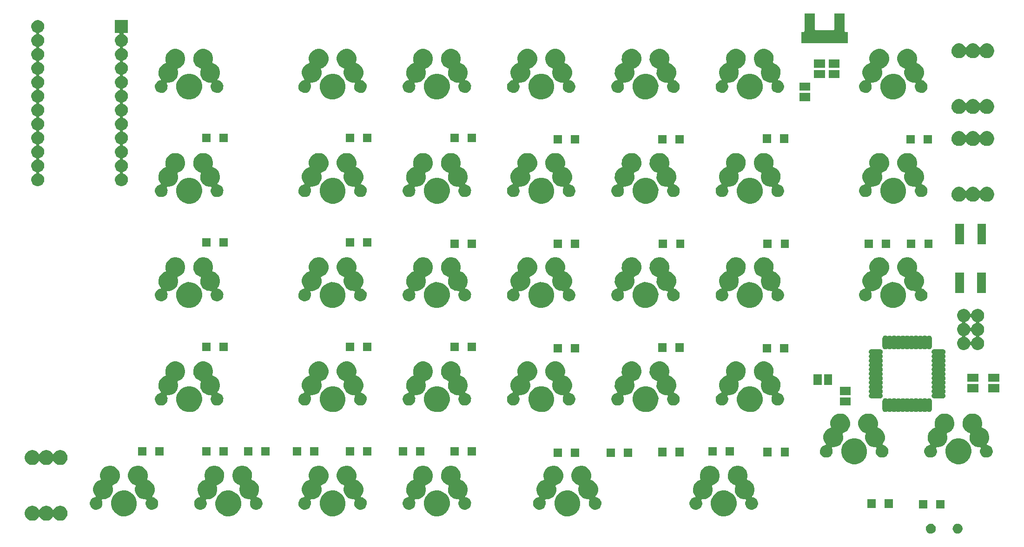
<source format=gts>
G04 #@! TF.FileFunction,Soldermask,Top*
%FSLAX46Y46*%
G04 Gerber Fmt 4.6, Leading zero omitted, Abs format (unit mm)*
G04 Created by KiCad (PCBNEW 4.0.2-stable) date 7/10/2016 3:50:19 PM*
%MOMM*%
G01*
G04 APERTURE LIST*
%ADD10C,0.150000*%
G04 APERTURE END LIST*
D10*
G36*
X221596531Y-122699592D02*
X221769427Y-122735083D01*
X221932134Y-122803479D01*
X222078462Y-122902178D01*
X222202830Y-123027418D01*
X222300503Y-123174427D01*
X222367764Y-123337614D01*
X222401841Y-123509712D01*
X222401841Y-123509748D01*
X222402039Y-123510750D01*
X222399224Y-123712346D01*
X222398996Y-123713348D01*
X222398996Y-123713379D01*
X222360128Y-123884459D01*
X222288339Y-124045701D01*
X222186597Y-124189929D01*
X222058780Y-124311648D01*
X221909755Y-124406221D01*
X221745202Y-124470048D01*
X221571383Y-124500696D01*
X221394921Y-124497000D01*
X221222536Y-124459099D01*
X221060799Y-124388437D01*
X220915863Y-124287705D01*
X220793259Y-124160744D01*
X220697645Y-124012381D01*
X220632673Y-123848279D01*
X220600809Y-123674672D01*
X220603274Y-123498193D01*
X220639971Y-123325546D01*
X220709500Y-123163322D01*
X220809217Y-123017689D01*
X220935323Y-122894197D01*
X221083014Y-122797551D01*
X221246664Y-122731433D01*
X221420036Y-122698360D01*
X221596531Y-122699592D01*
X221596531Y-122699592D01*
G37*
G36*
X226476531Y-122699592D02*
X226649427Y-122735083D01*
X226812134Y-122803479D01*
X226958462Y-122902178D01*
X227082830Y-123027418D01*
X227180503Y-123174427D01*
X227247764Y-123337614D01*
X227281841Y-123509712D01*
X227281841Y-123509748D01*
X227282039Y-123510750D01*
X227279224Y-123712346D01*
X227278996Y-123713348D01*
X227278996Y-123713379D01*
X227240128Y-123884459D01*
X227168339Y-124045701D01*
X227066597Y-124189929D01*
X226938780Y-124311648D01*
X226789755Y-124406221D01*
X226625202Y-124470048D01*
X226451383Y-124500696D01*
X226274921Y-124497000D01*
X226102536Y-124459099D01*
X225940799Y-124388437D01*
X225795863Y-124287705D01*
X225673259Y-124160744D01*
X225577645Y-124012381D01*
X225512673Y-123848279D01*
X225480809Y-123674672D01*
X225483274Y-123498193D01*
X225519971Y-123325546D01*
X225589500Y-123163322D01*
X225689217Y-123017689D01*
X225815323Y-122894197D01*
X225963014Y-122797551D01*
X226126664Y-122731433D01*
X226300036Y-122698360D01*
X226476531Y-122699592D01*
X226476531Y-122699592D01*
G37*
G36*
X63047796Y-119455892D02*
X63307139Y-119509128D01*
X63551200Y-119611722D01*
X63770690Y-119759770D01*
X63957243Y-119947629D01*
X64103753Y-120168144D01*
X64204641Y-120412918D01*
X64255859Y-120671587D01*
X64255859Y-120671619D01*
X64256058Y-120672626D01*
X64251835Y-120975019D01*
X64251609Y-120976016D01*
X64251608Y-120976052D01*
X64193188Y-121233186D01*
X64085503Y-121475051D01*
X63932893Y-121691390D01*
X63741167Y-121873969D01*
X63517636Y-122015825D01*
X63270798Y-122111567D01*
X63010072Y-122157541D01*
X62745382Y-122151996D01*
X62486804Y-122095145D01*
X62244200Y-121989154D01*
X62026802Y-121838058D01*
X61842890Y-121647612D01*
X61763264Y-121524057D01*
X61735634Y-121492148D01*
X61700209Y-121469199D01*
X61659793Y-121457028D01*
X61617586Y-121456599D01*
X61576931Y-121467945D01*
X61541046Y-121490169D01*
X61514607Y-121518849D01*
X61392893Y-121691390D01*
X61201167Y-121873969D01*
X60977636Y-122015825D01*
X60730798Y-122111567D01*
X60470072Y-122157541D01*
X60205382Y-122151996D01*
X59946804Y-122095145D01*
X59704200Y-121989154D01*
X59486802Y-121838058D01*
X59302890Y-121647612D01*
X59223264Y-121524057D01*
X59195634Y-121492148D01*
X59160209Y-121469199D01*
X59119793Y-121457028D01*
X59077586Y-121456599D01*
X59036931Y-121467945D01*
X59001046Y-121490169D01*
X58974607Y-121518849D01*
X58852893Y-121691390D01*
X58661167Y-121873969D01*
X58437636Y-122015825D01*
X58190798Y-122111567D01*
X57930072Y-122157541D01*
X57665382Y-122151996D01*
X57406804Y-122095145D01*
X57164200Y-121989154D01*
X56946802Y-121838058D01*
X56762889Y-121647610D01*
X56619473Y-121425073D01*
X56522012Y-121178913D01*
X56474218Y-120918508D01*
X56477915Y-120653790D01*
X56532960Y-120394823D01*
X56637255Y-120151484D01*
X56786831Y-119933032D01*
X56975986Y-119747799D01*
X57197523Y-119602829D01*
X57442991Y-119503653D01*
X57703054Y-119454044D01*
X57967796Y-119455892D01*
X58227139Y-119509128D01*
X58471200Y-119611722D01*
X58690690Y-119759770D01*
X58877242Y-119947629D01*
X58970665Y-120088241D01*
X58998737Y-120119761D01*
X59034479Y-120142213D01*
X59075061Y-120153819D01*
X59117270Y-120153659D01*
X59157763Y-120141746D01*
X59193334Y-120119024D01*
X59219370Y-120089977D01*
X59326831Y-119933032D01*
X59515986Y-119747799D01*
X59737523Y-119602829D01*
X59982991Y-119503653D01*
X60243054Y-119454044D01*
X60507796Y-119455892D01*
X60767139Y-119509128D01*
X61011200Y-119611722D01*
X61230690Y-119759770D01*
X61417242Y-119947629D01*
X61510665Y-120088241D01*
X61538737Y-120119761D01*
X61574479Y-120142213D01*
X61615061Y-120153819D01*
X61657270Y-120153659D01*
X61697763Y-120141746D01*
X61733334Y-120119024D01*
X61759370Y-120089977D01*
X61866831Y-119933032D01*
X62055986Y-119747799D01*
X62277523Y-119602829D01*
X62522991Y-119503653D01*
X62783054Y-119454044D01*
X63047796Y-119455892D01*
X63047796Y-119455892D01*
G37*
G36*
X74785407Y-116651778D02*
X75236815Y-116744439D01*
X75661619Y-116923011D01*
X76043660Y-117180701D01*
X76368363Y-117507678D01*
X76623376Y-117891503D01*
X76798981Y-118317553D01*
X76888282Y-118768554D01*
X76888282Y-118768585D01*
X76888481Y-118769592D01*
X76881132Y-119295931D01*
X76880903Y-119296937D01*
X76880903Y-119296963D01*
X76779045Y-119745295D01*
X76591614Y-120166272D01*
X76325983Y-120542828D01*
X75992271Y-120860618D01*
X75603195Y-121107532D01*
X75173558Y-121274178D01*
X74719746Y-121354197D01*
X74259031Y-121344546D01*
X73808960Y-121245592D01*
X73386688Y-121061106D01*
X73008290Y-120798112D01*
X72688177Y-120466626D01*
X72438551Y-120079283D01*
X72268912Y-119650821D01*
X72185724Y-119197573D01*
X72192159Y-118736806D01*
X72287968Y-118286056D01*
X72469502Y-117862506D01*
X72729848Y-117482280D01*
X73059091Y-117159862D01*
X73444687Y-116907535D01*
X73871951Y-116734910D01*
X74324603Y-116648562D01*
X74785407Y-116651778D01*
X74785407Y-116651778D01*
G37*
G36*
X112785407Y-116651778D02*
X113236815Y-116744439D01*
X113661619Y-116923011D01*
X114043660Y-117180701D01*
X114368363Y-117507678D01*
X114623376Y-117891503D01*
X114798981Y-118317553D01*
X114888282Y-118768554D01*
X114888282Y-118768585D01*
X114888481Y-118769592D01*
X114881132Y-119295931D01*
X114880903Y-119296937D01*
X114880903Y-119296963D01*
X114779045Y-119745295D01*
X114591614Y-120166272D01*
X114325983Y-120542828D01*
X113992271Y-120860618D01*
X113603195Y-121107532D01*
X113173558Y-121274178D01*
X112719746Y-121354197D01*
X112259031Y-121344546D01*
X111808960Y-121245592D01*
X111386688Y-121061106D01*
X111008290Y-120798112D01*
X110688177Y-120466626D01*
X110438551Y-120079283D01*
X110268912Y-119650821D01*
X110185724Y-119197573D01*
X110192159Y-118736806D01*
X110287968Y-118286056D01*
X110469502Y-117862506D01*
X110729848Y-117482280D01*
X111059091Y-117159862D01*
X111444687Y-116907535D01*
X111871951Y-116734910D01*
X112324603Y-116648562D01*
X112785407Y-116651778D01*
X112785407Y-116651778D01*
G37*
G36*
X93785407Y-116651778D02*
X94236815Y-116744439D01*
X94661619Y-116923011D01*
X95043660Y-117180701D01*
X95368363Y-117507678D01*
X95623376Y-117891503D01*
X95798981Y-118317553D01*
X95888282Y-118768554D01*
X95888282Y-118768585D01*
X95888481Y-118769592D01*
X95881132Y-119295931D01*
X95880903Y-119296937D01*
X95880903Y-119296963D01*
X95779045Y-119745295D01*
X95591614Y-120166272D01*
X95325983Y-120542828D01*
X94992271Y-120860618D01*
X94603195Y-121107532D01*
X94173558Y-121274178D01*
X93719746Y-121354197D01*
X93259031Y-121344546D01*
X92808960Y-121245592D01*
X92386688Y-121061106D01*
X92008290Y-120798112D01*
X91688177Y-120466626D01*
X91438551Y-120079283D01*
X91268912Y-119650821D01*
X91185724Y-119197573D01*
X91192159Y-118736806D01*
X91287968Y-118286056D01*
X91469502Y-117862506D01*
X91729848Y-117482280D01*
X92059091Y-117159862D01*
X92444687Y-116907535D01*
X92871951Y-116734910D01*
X93324603Y-116648562D01*
X93785407Y-116651778D01*
X93785407Y-116651778D01*
G37*
G36*
X131785407Y-116651778D02*
X132236815Y-116744439D01*
X132661619Y-116923011D01*
X133043660Y-117180701D01*
X133368363Y-117507678D01*
X133623376Y-117891503D01*
X133798981Y-118317553D01*
X133888282Y-118768554D01*
X133888282Y-118768585D01*
X133888481Y-118769592D01*
X133881132Y-119295931D01*
X133880903Y-119296937D01*
X133880903Y-119296963D01*
X133779045Y-119745295D01*
X133591614Y-120166272D01*
X133325983Y-120542828D01*
X132992271Y-120860618D01*
X132603195Y-121107532D01*
X132173558Y-121274178D01*
X131719746Y-121354197D01*
X131259031Y-121344546D01*
X130808960Y-121245592D01*
X130386688Y-121061106D01*
X130008290Y-120798112D01*
X129688177Y-120466626D01*
X129438551Y-120079283D01*
X129268912Y-119650821D01*
X129185724Y-119197573D01*
X129192159Y-118736806D01*
X129287968Y-118286056D01*
X129469502Y-117862506D01*
X129729848Y-117482280D01*
X130059091Y-117159862D01*
X130444687Y-116907535D01*
X130871951Y-116734910D01*
X131324603Y-116648562D01*
X131785407Y-116651778D01*
X131785407Y-116651778D01*
G37*
G36*
X184032807Y-116651778D02*
X184484215Y-116744439D01*
X184909019Y-116923011D01*
X185291060Y-117180701D01*
X185615763Y-117507678D01*
X185870776Y-117891503D01*
X186046381Y-118317553D01*
X186135682Y-118768554D01*
X186135682Y-118768585D01*
X186135881Y-118769592D01*
X186128532Y-119295931D01*
X186128303Y-119296937D01*
X186128303Y-119296963D01*
X186026445Y-119745295D01*
X185839014Y-120166272D01*
X185573383Y-120542828D01*
X185239671Y-120860618D01*
X184850595Y-121107532D01*
X184420958Y-121274178D01*
X183967146Y-121354197D01*
X183506431Y-121344546D01*
X183056360Y-121245592D01*
X182634088Y-121061106D01*
X182255690Y-120798112D01*
X181935577Y-120466626D01*
X181685951Y-120079283D01*
X181516312Y-119650821D01*
X181433124Y-119197573D01*
X181439559Y-118736806D01*
X181535368Y-118286056D01*
X181716902Y-117862506D01*
X181977248Y-117482280D01*
X182306491Y-117159862D01*
X182692087Y-116907535D01*
X183119351Y-116734910D01*
X183572003Y-116648562D01*
X184032807Y-116651778D01*
X184032807Y-116651778D01*
G37*
G36*
X155535407Y-116651778D02*
X155986815Y-116744439D01*
X156411619Y-116923011D01*
X156793660Y-117180701D01*
X157118363Y-117507678D01*
X157373376Y-117891503D01*
X157548981Y-118317553D01*
X157638282Y-118768554D01*
X157638282Y-118768585D01*
X157638481Y-118769592D01*
X157631132Y-119295931D01*
X157630903Y-119296937D01*
X157630903Y-119296963D01*
X157529045Y-119745295D01*
X157341614Y-120166272D01*
X157075983Y-120542828D01*
X156742271Y-120860618D01*
X156353195Y-121107532D01*
X155923558Y-121274178D01*
X155469746Y-121354197D01*
X155009031Y-121344546D01*
X154558960Y-121245592D01*
X154136688Y-121061106D01*
X153758290Y-120798112D01*
X153438177Y-120466626D01*
X153188551Y-120079283D01*
X153018912Y-119650821D01*
X152935724Y-119197573D01*
X152942159Y-118736806D01*
X153037968Y-118286056D01*
X153219502Y-117862506D01*
X153479848Y-117482280D01*
X153809091Y-117159862D01*
X154194687Y-116907535D01*
X154621951Y-116734910D01*
X155074603Y-116648562D01*
X155535407Y-116651778D01*
X155535407Y-116651778D01*
G37*
G36*
X110187662Y-112121192D02*
X110533454Y-112192173D01*
X110858865Y-112328964D01*
X111151519Y-112526361D01*
X111400254Y-112776840D01*
X111595600Y-113070858D01*
X111730119Y-113397226D01*
X111798478Y-113742463D01*
X111798478Y-113742494D01*
X111798677Y-113743501D01*
X111793047Y-114146691D01*
X111792819Y-114147693D01*
X111792819Y-114147724D01*
X111714848Y-114490916D01*
X111571269Y-114813401D01*
X111367789Y-115101852D01*
X111112155Y-115345289D01*
X110814112Y-115534432D01*
X110508584Y-115652939D01*
X110471771Y-115673588D01*
X110442168Y-115703675D01*
X110422118Y-115740818D01*
X110413211Y-115782077D01*
X110416150Y-115824183D01*
X110424146Y-115849949D01*
X110460119Y-115937226D01*
X110528478Y-116282463D01*
X110528478Y-116282494D01*
X110528677Y-116283501D01*
X110523047Y-116686691D01*
X110522819Y-116687693D01*
X110522819Y-116687724D01*
X110444848Y-117030916D01*
X110301269Y-117353401D01*
X110097789Y-117641852D01*
X109842155Y-117885289D01*
X109544112Y-118074432D01*
X109214996Y-118202088D01*
X108867363Y-118263385D01*
X108623997Y-118258287D01*
X108582093Y-118263349D01*
X108543258Y-118279885D01*
X108510568Y-118306585D01*
X108486610Y-118341336D01*
X108473282Y-118381386D01*
X108471639Y-118423562D01*
X108482174Y-118465414D01*
X108564851Y-118666004D01*
X108608451Y-118886198D01*
X108608450Y-118886234D01*
X108608649Y-118887237D01*
X108605052Y-119144831D01*
X108604825Y-119145828D01*
X108604825Y-119145863D01*
X108555094Y-119364754D01*
X108463364Y-119570783D01*
X108333361Y-119755074D01*
X108170038Y-119910604D01*
X107979624Y-120031444D01*
X107769352Y-120113004D01*
X107547255Y-120152165D01*
X107321777Y-120147442D01*
X107101508Y-120099013D01*
X106894847Y-120008724D01*
X106709650Y-119880010D01*
X106552986Y-119717779D01*
X106430816Y-119528208D01*
X106347795Y-119318521D01*
X106307081Y-119096693D01*
X106310231Y-118871191D01*
X106357121Y-118650588D01*
X106445964Y-118443301D01*
X106573382Y-118257213D01*
X106734515Y-118099420D01*
X106923226Y-117975931D01*
X107132336Y-117891445D01*
X107261941Y-117866721D01*
X107301877Y-117853057D01*
X107336425Y-117828808D01*
X107362850Y-117795894D01*
X107379059Y-117756922D01*
X107383768Y-117714976D01*
X107376606Y-117673380D01*
X107358139Y-117635425D01*
X107341733Y-117615178D01*
X107311120Y-117583478D01*
X107119899Y-117286762D01*
X106989951Y-116958549D01*
X106926227Y-116611346D01*
X106931156Y-116258386D01*
X107004549Y-115913097D01*
X107143609Y-115588646D01*
X107343044Y-115297379D01*
X107595251Y-115050400D01*
X107890628Y-114857111D01*
X108220602Y-114723793D01*
X108257123Y-114702632D01*
X108286304Y-114672134D01*
X108305832Y-114634715D01*
X108314163Y-114593336D01*
X108310636Y-114551275D01*
X108303878Y-114529497D01*
X108259951Y-114418550D01*
X108196227Y-114071346D01*
X108201156Y-113718386D01*
X108274549Y-113373097D01*
X108413609Y-113048646D01*
X108613044Y-112757379D01*
X108865251Y-112510400D01*
X109160628Y-112317111D01*
X109487927Y-112184873D01*
X109834672Y-112118728D01*
X110187662Y-112121192D01*
X110187662Y-112121192D01*
G37*
G36*
X181435062Y-112121192D02*
X181780854Y-112192173D01*
X182106265Y-112328964D01*
X182398919Y-112526361D01*
X182647654Y-112776840D01*
X182843000Y-113070858D01*
X182977519Y-113397226D01*
X183045878Y-113742463D01*
X183045878Y-113742494D01*
X183046077Y-113743501D01*
X183040447Y-114146691D01*
X183040219Y-114147693D01*
X183040219Y-114147724D01*
X182962248Y-114490916D01*
X182818669Y-114813401D01*
X182615189Y-115101852D01*
X182359555Y-115345289D01*
X182061512Y-115534432D01*
X181755984Y-115652939D01*
X181719171Y-115673588D01*
X181689568Y-115703675D01*
X181669518Y-115740818D01*
X181660611Y-115782077D01*
X181663550Y-115824183D01*
X181671546Y-115849949D01*
X181707519Y-115937226D01*
X181775878Y-116282463D01*
X181775878Y-116282494D01*
X181776077Y-116283501D01*
X181770447Y-116686691D01*
X181770219Y-116687693D01*
X181770219Y-116687724D01*
X181692248Y-117030916D01*
X181548669Y-117353401D01*
X181345189Y-117641852D01*
X181089555Y-117885289D01*
X180791512Y-118074432D01*
X180462396Y-118202088D01*
X180114763Y-118263385D01*
X179871397Y-118258287D01*
X179829493Y-118263349D01*
X179790658Y-118279885D01*
X179757968Y-118306585D01*
X179734010Y-118341336D01*
X179720682Y-118381386D01*
X179719039Y-118423562D01*
X179729574Y-118465414D01*
X179812251Y-118666004D01*
X179855851Y-118886198D01*
X179855850Y-118886234D01*
X179856049Y-118887237D01*
X179852452Y-119144831D01*
X179852225Y-119145828D01*
X179852225Y-119145863D01*
X179802494Y-119364754D01*
X179710764Y-119570783D01*
X179580761Y-119755074D01*
X179417438Y-119910604D01*
X179227024Y-120031444D01*
X179016752Y-120113004D01*
X178794655Y-120152165D01*
X178569177Y-120147442D01*
X178348908Y-120099013D01*
X178142247Y-120008724D01*
X177957050Y-119880010D01*
X177800386Y-119717779D01*
X177678216Y-119528208D01*
X177595195Y-119318521D01*
X177554481Y-119096693D01*
X177557631Y-118871191D01*
X177604521Y-118650588D01*
X177693364Y-118443301D01*
X177820782Y-118257213D01*
X177981915Y-118099420D01*
X178170626Y-117975931D01*
X178379736Y-117891445D01*
X178509341Y-117866721D01*
X178549277Y-117853057D01*
X178583825Y-117828808D01*
X178610250Y-117795894D01*
X178626459Y-117756922D01*
X178631168Y-117714976D01*
X178624006Y-117673380D01*
X178605539Y-117635425D01*
X178589133Y-117615178D01*
X178558520Y-117583478D01*
X178367299Y-117286762D01*
X178237351Y-116958549D01*
X178173627Y-116611346D01*
X178178556Y-116258386D01*
X178251949Y-115913097D01*
X178391009Y-115588646D01*
X178590444Y-115297379D01*
X178842651Y-115050400D01*
X179138028Y-114857111D01*
X179468002Y-114723793D01*
X179504523Y-114702632D01*
X179533704Y-114672134D01*
X179553232Y-114634715D01*
X179561563Y-114593336D01*
X179558036Y-114551275D01*
X179551278Y-114529497D01*
X179507351Y-114418550D01*
X179443627Y-114071346D01*
X179448556Y-113718386D01*
X179521949Y-113373097D01*
X179661009Y-113048646D01*
X179860444Y-112757379D01*
X180112651Y-112510400D01*
X180408028Y-112317111D01*
X180735327Y-112184873D01*
X181082072Y-112118728D01*
X181435062Y-112121192D01*
X181435062Y-112121192D01*
G37*
G36*
X158017662Y-112121192D02*
X158363454Y-112192173D01*
X158688865Y-112328964D01*
X158981519Y-112526361D01*
X159230254Y-112776840D01*
X159425600Y-113070858D01*
X159560119Y-113397226D01*
X159628478Y-113742463D01*
X159628478Y-113742494D01*
X159628677Y-113743501D01*
X159623047Y-114146691D01*
X159622819Y-114147693D01*
X159622819Y-114147724D01*
X159544848Y-114490916D01*
X159529730Y-114524872D01*
X159518158Y-114565464D01*
X159518353Y-114607672D01*
X159530299Y-114648155D01*
X159553050Y-114683708D01*
X159584806Y-114711514D01*
X159620082Y-114726025D01*
X159619894Y-114726473D01*
X159958865Y-114868964D01*
X160251519Y-115066361D01*
X160500254Y-115316840D01*
X160695600Y-115610858D01*
X160830119Y-115937226D01*
X160898478Y-116282463D01*
X160898478Y-116282494D01*
X160898677Y-116283501D01*
X160893047Y-116686691D01*
X160892819Y-116687693D01*
X160892819Y-116687724D01*
X160814848Y-117030916D01*
X160671269Y-117353401D01*
X160473925Y-117633153D01*
X160454689Y-117670724D01*
X160446682Y-117712166D01*
X160450538Y-117754199D01*
X160465950Y-117793493D01*
X160491700Y-117826938D01*
X160525747Y-117851885D01*
X160566336Y-117866554D01*
X160710310Y-117896107D01*
X160918215Y-117983503D01*
X161105189Y-118109618D01*
X161264103Y-118269646D01*
X161388909Y-118457493D01*
X161474851Y-118666004D01*
X161518451Y-118886198D01*
X161518450Y-118886234D01*
X161518649Y-118887237D01*
X161515052Y-119144831D01*
X161514825Y-119145828D01*
X161514825Y-119145863D01*
X161465094Y-119364754D01*
X161373364Y-119570783D01*
X161243361Y-119755074D01*
X161080038Y-119910604D01*
X160889624Y-120031444D01*
X160679352Y-120113004D01*
X160457255Y-120152165D01*
X160231777Y-120147442D01*
X160011508Y-120099013D01*
X159804847Y-120008724D01*
X159619650Y-119880010D01*
X159462986Y-119717779D01*
X159340816Y-119528208D01*
X159257795Y-119318521D01*
X159217081Y-119096693D01*
X159220231Y-118871191D01*
X159267121Y-118650588D01*
X159343729Y-118471849D01*
X159354733Y-118431100D01*
X159353949Y-118388898D01*
X159341439Y-118348586D01*
X159318193Y-118313355D01*
X159286053Y-118285995D01*
X159247563Y-118268672D01*
X159209001Y-118262791D01*
X158884442Y-118255992D01*
X158539673Y-118180190D01*
X158216201Y-118038869D01*
X157926337Y-117837408D01*
X157681121Y-117583479D01*
X157489899Y-117286762D01*
X157359951Y-116958549D01*
X157296227Y-116611346D01*
X157301156Y-116258386D01*
X157374549Y-115913097D01*
X157400984Y-115851421D01*
X157411988Y-115810672D01*
X157411204Y-115768470D01*
X157398694Y-115728158D01*
X157375449Y-115692927D01*
X157343308Y-115665567D01*
X157295323Y-115645829D01*
X157269673Y-115640190D01*
X156946201Y-115498869D01*
X156656337Y-115297408D01*
X156411121Y-115043479D01*
X156219899Y-114746762D01*
X156089951Y-114418549D01*
X156026227Y-114071346D01*
X156031156Y-113718386D01*
X156104549Y-113373097D01*
X156243609Y-113048646D01*
X156443044Y-112757379D01*
X156695251Y-112510400D01*
X156990628Y-112317111D01*
X157317927Y-112184873D01*
X157664672Y-112118728D01*
X158017662Y-112121192D01*
X158017662Y-112121192D01*
G37*
G36*
X186515062Y-112121192D02*
X186860854Y-112192173D01*
X187186265Y-112328964D01*
X187478919Y-112526361D01*
X187727654Y-112776840D01*
X187923000Y-113070858D01*
X188057519Y-113397226D01*
X188125878Y-113742463D01*
X188125878Y-113742494D01*
X188126077Y-113743501D01*
X188120447Y-114146691D01*
X188120219Y-114147693D01*
X188120219Y-114147724D01*
X188042248Y-114490916D01*
X188027130Y-114524872D01*
X188015558Y-114565464D01*
X188015753Y-114607672D01*
X188027699Y-114648155D01*
X188050450Y-114683708D01*
X188082206Y-114711514D01*
X188117482Y-114726025D01*
X188117294Y-114726473D01*
X188456265Y-114868964D01*
X188748919Y-115066361D01*
X188997654Y-115316840D01*
X189193000Y-115610858D01*
X189327519Y-115937226D01*
X189395878Y-116282463D01*
X189395878Y-116282494D01*
X189396077Y-116283501D01*
X189390447Y-116686691D01*
X189390219Y-116687693D01*
X189390219Y-116687724D01*
X189312248Y-117030916D01*
X189168669Y-117353401D01*
X188971325Y-117633153D01*
X188952089Y-117670724D01*
X188944082Y-117712166D01*
X188947938Y-117754199D01*
X188963350Y-117793493D01*
X188989100Y-117826938D01*
X189023147Y-117851885D01*
X189063736Y-117866554D01*
X189207710Y-117896107D01*
X189415615Y-117983503D01*
X189602589Y-118109618D01*
X189761503Y-118269646D01*
X189886309Y-118457493D01*
X189972251Y-118666004D01*
X190015851Y-118886198D01*
X190015850Y-118886234D01*
X190016049Y-118887237D01*
X190012452Y-119144831D01*
X190012225Y-119145828D01*
X190012225Y-119145863D01*
X189962494Y-119364754D01*
X189870764Y-119570783D01*
X189740761Y-119755074D01*
X189577438Y-119910604D01*
X189387024Y-120031444D01*
X189176752Y-120113004D01*
X188954655Y-120152165D01*
X188729177Y-120147442D01*
X188508908Y-120099013D01*
X188302247Y-120008724D01*
X188117050Y-119880010D01*
X187960386Y-119717779D01*
X187838216Y-119528208D01*
X187755195Y-119318521D01*
X187714481Y-119096693D01*
X187717631Y-118871191D01*
X187764521Y-118650588D01*
X187841129Y-118471849D01*
X187852133Y-118431100D01*
X187851349Y-118388898D01*
X187838839Y-118348586D01*
X187815593Y-118313355D01*
X187783453Y-118285995D01*
X187744963Y-118268672D01*
X187706401Y-118262791D01*
X187381842Y-118255992D01*
X187037073Y-118180190D01*
X186713601Y-118038869D01*
X186423737Y-117837408D01*
X186178521Y-117583479D01*
X185987299Y-117286762D01*
X185857351Y-116958549D01*
X185793627Y-116611346D01*
X185798556Y-116258386D01*
X185871949Y-115913097D01*
X185898384Y-115851421D01*
X185909388Y-115810672D01*
X185908604Y-115768470D01*
X185896094Y-115728158D01*
X185872849Y-115692927D01*
X185840708Y-115665567D01*
X185792723Y-115645829D01*
X185767073Y-115640190D01*
X185443601Y-115498869D01*
X185153737Y-115297408D01*
X184908521Y-115043479D01*
X184717299Y-114746762D01*
X184587351Y-114418549D01*
X184523627Y-114071346D01*
X184528556Y-113718386D01*
X184601949Y-113373097D01*
X184741009Y-113048646D01*
X184940444Y-112757379D01*
X185192651Y-112510400D01*
X185488028Y-112317111D01*
X185815327Y-112184873D01*
X186162072Y-112118728D01*
X186515062Y-112121192D01*
X186515062Y-112121192D01*
G37*
G36*
X152937662Y-112121192D02*
X153283454Y-112192173D01*
X153608865Y-112328964D01*
X153901519Y-112526361D01*
X154150254Y-112776840D01*
X154345600Y-113070858D01*
X154480119Y-113397226D01*
X154548478Y-113742463D01*
X154548478Y-113742494D01*
X154548677Y-113743501D01*
X154543047Y-114146691D01*
X154542819Y-114147693D01*
X154542819Y-114147724D01*
X154464848Y-114490916D01*
X154321269Y-114813401D01*
X154117789Y-115101852D01*
X153862155Y-115345289D01*
X153564112Y-115534432D01*
X153258584Y-115652939D01*
X153221771Y-115673588D01*
X153192168Y-115703675D01*
X153172118Y-115740818D01*
X153163211Y-115782077D01*
X153166150Y-115824183D01*
X153174146Y-115849949D01*
X153210119Y-115937226D01*
X153278478Y-116282463D01*
X153278478Y-116282494D01*
X153278677Y-116283501D01*
X153273047Y-116686691D01*
X153272819Y-116687693D01*
X153272819Y-116687724D01*
X153194848Y-117030916D01*
X153051269Y-117353401D01*
X152847789Y-117641852D01*
X152592155Y-117885289D01*
X152294112Y-118074432D01*
X151964996Y-118202088D01*
X151617363Y-118263385D01*
X151373997Y-118258287D01*
X151332093Y-118263349D01*
X151293258Y-118279885D01*
X151260568Y-118306585D01*
X151236610Y-118341336D01*
X151223282Y-118381386D01*
X151221639Y-118423562D01*
X151232174Y-118465414D01*
X151314851Y-118666004D01*
X151358451Y-118886198D01*
X151358450Y-118886234D01*
X151358649Y-118887237D01*
X151355052Y-119144831D01*
X151354825Y-119145828D01*
X151354825Y-119145863D01*
X151305094Y-119364754D01*
X151213364Y-119570783D01*
X151083361Y-119755074D01*
X150920038Y-119910604D01*
X150729624Y-120031444D01*
X150519352Y-120113004D01*
X150297255Y-120152165D01*
X150071777Y-120147442D01*
X149851508Y-120099013D01*
X149644847Y-120008724D01*
X149459650Y-119880010D01*
X149302986Y-119717779D01*
X149180816Y-119528208D01*
X149097795Y-119318521D01*
X149057081Y-119096693D01*
X149060231Y-118871191D01*
X149107121Y-118650588D01*
X149195964Y-118443301D01*
X149323382Y-118257213D01*
X149484515Y-118099420D01*
X149673226Y-117975931D01*
X149882336Y-117891445D01*
X150011941Y-117866721D01*
X150051877Y-117853057D01*
X150086425Y-117828808D01*
X150112850Y-117795894D01*
X150129059Y-117756922D01*
X150133768Y-117714976D01*
X150126606Y-117673380D01*
X150108139Y-117635425D01*
X150091733Y-117615178D01*
X150061120Y-117583478D01*
X149869899Y-117286762D01*
X149739951Y-116958549D01*
X149676227Y-116611346D01*
X149681156Y-116258386D01*
X149754549Y-115913097D01*
X149893609Y-115588646D01*
X150093044Y-115297379D01*
X150345251Y-115050400D01*
X150640628Y-114857111D01*
X150970602Y-114723793D01*
X151007123Y-114702632D01*
X151036304Y-114672134D01*
X151055832Y-114634715D01*
X151064163Y-114593336D01*
X151060636Y-114551275D01*
X151053878Y-114529497D01*
X151009951Y-114418550D01*
X150946227Y-114071346D01*
X150951156Y-113718386D01*
X151024549Y-113373097D01*
X151163609Y-113048646D01*
X151363044Y-112757379D01*
X151615251Y-112510400D01*
X151910628Y-112317111D01*
X152237927Y-112184873D01*
X152584672Y-112118728D01*
X152937662Y-112121192D01*
X152937662Y-112121192D01*
G37*
G36*
X72187662Y-112121192D02*
X72533454Y-112192173D01*
X72858865Y-112328964D01*
X73151519Y-112526361D01*
X73400254Y-112776840D01*
X73595600Y-113070858D01*
X73730119Y-113397226D01*
X73798478Y-113742463D01*
X73798478Y-113742494D01*
X73798677Y-113743501D01*
X73793047Y-114146691D01*
X73792819Y-114147693D01*
X73792819Y-114147724D01*
X73714848Y-114490916D01*
X73571269Y-114813401D01*
X73367789Y-115101852D01*
X73112155Y-115345289D01*
X72814112Y-115534432D01*
X72508584Y-115652939D01*
X72471771Y-115673588D01*
X72442168Y-115703675D01*
X72422118Y-115740818D01*
X72413211Y-115782077D01*
X72416150Y-115824183D01*
X72424146Y-115849949D01*
X72460119Y-115937226D01*
X72528478Y-116282463D01*
X72528478Y-116282494D01*
X72528677Y-116283501D01*
X72523047Y-116686691D01*
X72522819Y-116687693D01*
X72522819Y-116687724D01*
X72444848Y-117030916D01*
X72301269Y-117353401D01*
X72097789Y-117641852D01*
X71842155Y-117885289D01*
X71544112Y-118074432D01*
X71214996Y-118202088D01*
X70867363Y-118263385D01*
X70623997Y-118258287D01*
X70582093Y-118263349D01*
X70543258Y-118279885D01*
X70510568Y-118306585D01*
X70486610Y-118341336D01*
X70473282Y-118381386D01*
X70471639Y-118423562D01*
X70482174Y-118465414D01*
X70564851Y-118666004D01*
X70608451Y-118886198D01*
X70608450Y-118886234D01*
X70608649Y-118887237D01*
X70605052Y-119144831D01*
X70604825Y-119145828D01*
X70604825Y-119145863D01*
X70555094Y-119364754D01*
X70463364Y-119570783D01*
X70333361Y-119755074D01*
X70170038Y-119910604D01*
X69979624Y-120031444D01*
X69769352Y-120113004D01*
X69547255Y-120152165D01*
X69321777Y-120147442D01*
X69101508Y-120099013D01*
X68894847Y-120008724D01*
X68709650Y-119880010D01*
X68552986Y-119717779D01*
X68430816Y-119528208D01*
X68347795Y-119318521D01*
X68307081Y-119096693D01*
X68310231Y-118871191D01*
X68357121Y-118650588D01*
X68445964Y-118443301D01*
X68573382Y-118257213D01*
X68734515Y-118099420D01*
X68923226Y-117975931D01*
X69132336Y-117891445D01*
X69261941Y-117866721D01*
X69301877Y-117853057D01*
X69336425Y-117828808D01*
X69362850Y-117795894D01*
X69379059Y-117756922D01*
X69383768Y-117714976D01*
X69376606Y-117673380D01*
X69358139Y-117635425D01*
X69341733Y-117615178D01*
X69311120Y-117583478D01*
X69119899Y-117286762D01*
X68989951Y-116958549D01*
X68926227Y-116611346D01*
X68931156Y-116258386D01*
X69004549Y-115913097D01*
X69143609Y-115588646D01*
X69343044Y-115297379D01*
X69595251Y-115050400D01*
X69890628Y-114857111D01*
X70220602Y-114723793D01*
X70257123Y-114702632D01*
X70286304Y-114672134D01*
X70305832Y-114634715D01*
X70314163Y-114593336D01*
X70310636Y-114551275D01*
X70303878Y-114529497D01*
X70259951Y-114418550D01*
X70196227Y-114071346D01*
X70201156Y-113718386D01*
X70274549Y-113373097D01*
X70413609Y-113048646D01*
X70613044Y-112757379D01*
X70865251Y-112510400D01*
X71160628Y-112317111D01*
X71487927Y-112184873D01*
X71834672Y-112118728D01*
X72187662Y-112121192D01*
X72187662Y-112121192D01*
G37*
G36*
X77267662Y-112121192D02*
X77613454Y-112192173D01*
X77938865Y-112328964D01*
X78231519Y-112526361D01*
X78480254Y-112776840D01*
X78675600Y-113070858D01*
X78810119Y-113397226D01*
X78878478Y-113742463D01*
X78878478Y-113742494D01*
X78878677Y-113743501D01*
X78873047Y-114146691D01*
X78872819Y-114147693D01*
X78872819Y-114147724D01*
X78794848Y-114490916D01*
X78779730Y-114524872D01*
X78768158Y-114565464D01*
X78768353Y-114607672D01*
X78780299Y-114648155D01*
X78803050Y-114683708D01*
X78834806Y-114711514D01*
X78870082Y-114726025D01*
X78869894Y-114726473D01*
X79208865Y-114868964D01*
X79501519Y-115066361D01*
X79750254Y-115316840D01*
X79945600Y-115610858D01*
X80080119Y-115937226D01*
X80148478Y-116282463D01*
X80148478Y-116282494D01*
X80148677Y-116283501D01*
X80143047Y-116686691D01*
X80142819Y-116687693D01*
X80142819Y-116687724D01*
X80064848Y-117030916D01*
X79921269Y-117353401D01*
X79723925Y-117633153D01*
X79704689Y-117670724D01*
X79696682Y-117712166D01*
X79700538Y-117754199D01*
X79715950Y-117793493D01*
X79741700Y-117826938D01*
X79775747Y-117851885D01*
X79816336Y-117866554D01*
X79960310Y-117896107D01*
X80168215Y-117983503D01*
X80355189Y-118109618D01*
X80514103Y-118269646D01*
X80638909Y-118457493D01*
X80724851Y-118666004D01*
X80768451Y-118886198D01*
X80768450Y-118886234D01*
X80768649Y-118887237D01*
X80765052Y-119144831D01*
X80764825Y-119145828D01*
X80764825Y-119145863D01*
X80715094Y-119364754D01*
X80623364Y-119570783D01*
X80493361Y-119755074D01*
X80330038Y-119910604D01*
X80139624Y-120031444D01*
X79929352Y-120113004D01*
X79707255Y-120152165D01*
X79481777Y-120147442D01*
X79261508Y-120099013D01*
X79054847Y-120008724D01*
X78869650Y-119880010D01*
X78712986Y-119717779D01*
X78590816Y-119528208D01*
X78507795Y-119318521D01*
X78467081Y-119096693D01*
X78470231Y-118871191D01*
X78517121Y-118650588D01*
X78593729Y-118471849D01*
X78604733Y-118431100D01*
X78603949Y-118388898D01*
X78591439Y-118348586D01*
X78568193Y-118313355D01*
X78536053Y-118285995D01*
X78497563Y-118268672D01*
X78459001Y-118262791D01*
X78134442Y-118255992D01*
X77789673Y-118180190D01*
X77466201Y-118038869D01*
X77176337Y-117837408D01*
X76931121Y-117583479D01*
X76739899Y-117286762D01*
X76609951Y-116958549D01*
X76546227Y-116611346D01*
X76551156Y-116258386D01*
X76624549Y-115913097D01*
X76650984Y-115851421D01*
X76661988Y-115810672D01*
X76661204Y-115768470D01*
X76648694Y-115728158D01*
X76625449Y-115692927D01*
X76593308Y-115665567D01*
X76545323Y-115645829D01*
X76519673Y-115640190D01*
X76196201Y-115498869D01*
X75906337Y-115297408D01*
X75661121Y-115043479D01*
X75469899Y-114746762D01*
X75339951Y-114418549D01*
X75276227Y-114071346D01*
X75281156Y-113718386D01*
X75354549Y-113373097D01*
X75493609Y-113048646D01*
X75693044Y-112757379D01*
X75945251Y-112510400D01*
X76240628Y-112317111D01*
X76567927Y-112184873D01*
X76914672Y-112118728D01*
X77267662Y-112121192D01*
X77267662Y-112121192D01*
G37*
G36*
X91187662Y-112121192D02*
X91533454Y-112192173D01*
X91858865Y-112328964D01*
X92151519Y-112526361D01*
X92400254Y-112776840D01*
X92595600Y-113070858D01*
X92730119Y-113397226D01*
X92798478Y-113742463D01*
X92798478Y-113742494D01*
X92798677Y-113743501D01*
X92793047Y-114146691D01*
X92792819Y-114147693D01*
X92792819Y-114147724D01*
X92714848Y-114490916D01*
X92571269Y-114813401D01*
X92367789Y-115101852D01*
X92112155Y-115345289D01*
X91814112Y-115534432D01*
X91508584Y-115652939D01*
X91471771Y-115673588D01*
X91442168Y-115703675D01*
X91422118Y-115740818D01*
X91413211Y-115782077D01*
X91416150Y-115824183D01*
X91424146Y-115849949D01*
X91460119Y-115937226D01*
X91528478Y-116282463D01*
X91528478Y-116282494D01*
X91528677Y-116283501D01*
X91523047Y-116686691D01*
X91522819Y-116687693D01*
X91522819Y-116687724D01*
X91444848Y-117030916D01*
X91301269Y-117353401D01*
X91097789Y-117641852D01*
X90842155Y-117885289D01*
X90544112Y-118074432D01*
X90214996Y-118202088D01*
X89867363Y-118263385D01*
X89623997Y-118258287D01*
X89582093Y-118263349D01*
X89543258Y-118279885D01*
X89510568Y-118306585D01*
X89486610Y-118341336D01*
X89473282Y-118381386D01*
X89471639Y-118423562D01*
X89482174Y-118465414D01*
X89564851Y-118666004D01*
X89608451Y-118886198D01*
X89608450Y-118886234D01*
X89608649Y-118887237D01*
X89605052Y-119144831D01*
X89604825Y-119145828D01*
X89604825Y-119145863D01*
X89555094Y-119364754D01*
X89463364Y-119570783D01*
X89333361Y-119755074D01*
X89170038Y-119910604D01*
X88979624Y-120031444D01*
X88769352Y-120113004D01*
X88547255Y-120152165D01*
X88321777Y-120147442D01*
X88101508Y-120099013D01*
X87894847Y-120008724D01*
X87709650Y-119880010D01*
X87552986Y-119717779D01*
X87430816Y-119528208D01*
X87347795Y-119318521D01*
X87307081Y-119096693D01*
X87310231Y-118871191D01*
X87357121Y-118650588D01*
X87445964Y-118443301D01*
X87573382Y-118257213D01*
X87734515Y-118099420D01*
X87923226Y-117975931D01*
X88132336Y-117891445D01*
X88261941Y-117866721D01*
X88301877Y-117853057D01*
X88336425Y-117828808D01*
X88362850Y-117795894D01*
X88379059Y-117756922D01*
X88383768Y-117714976D01*
X88376606Y-117673380D01*
X88358139Y-117635425D01*
X88341733Y-117615178D01*
X88311120Y-117583478D01*
X88119899Y-117286762D01*
X87989951Y-116958549D01*
X87926227Y-116611346D01*
X87931156Y-116258386D01*
X88004549Y-115913097D01*
X88143609Y-115588646D01*
X88343044Y-115297379D01*
X88595251Y-115050400D01*
X88890628Y-114857111D01*
X89220602Y-114723793D01*
X89257123Y-114702632D01*
X89286304Y-114672134D01*
X89305832Y-114634715D01*
X89314163Y-114593336D01*
X89310636Y-114551275D01*
X89303878Y-114529497D01*
X89259951Y-114418550D01*
X89196227Y-114071346D01*
X89201156Y-113718386D01*
X89274549Y-113373097D01*
X89413609Y-113048646D01*
X89613044Y-112757379D01*
X89865251Y-112510400D01*
X90160628Y-112317111D01*
X90487927Y-112184873D01*
X90834672Y-112118728D01*
X91187662Y-112121192D01*
X91187662Y-112121192D01*
G37*
G36*
X96267662Y-112121192D02*
X96613454Y-112192173D01*
X96938865Y-112328964D01*
X97231519Y-112526361D01*
X97480254Y-112776840D01*
X97675600Y-113070858D01*
X97810119Y-113397226D01*
X97878478Y-113742463D01*
X97878478Y-113742494D01*
X97878677Y-113743501D01*
X97873047Y-114146691D01*
X97872819Y-114147693D01*
X97872819Y-114147724D01*
X97794848Y-114490916D01*
X97779730Y-114524872D01*
X97768158Y-114565464D01*
X97768353Y-114607672D01*
X97780299Y-114648155D01*
X97803050Y-114683708D01*
X97834806Y-114711514D01*
X97870082Y-114726025D01*
X97869894Y-114726473D01*
X98208865Y-114868964D01*
X98501519Y-115066361D01*
X98750254Y-115316840D01*
X98945600Y-115610858D01*
X99080119Y-115937226D01*
X99148478Y-116282463D01*
X99148478Y-116282494D01*
X99148677Y-116283501D01*
X99143047Y-116686691D01*
X99142819Y-116687693D01*
X99142819Y-116687724D01*
X99064848Y-117030916D01*
X98921269Y-117353401D01*
X98723925Y-117633153D01*
X98704689Y-117670724D01*
X98696682Y-117712166D01*
X98700538Y-117754199D01*
X98715950Y-117793493D01*
X98741700Y-117826938D01*
X98775747Y-117851885D01*
X98816336Y-117866554D01*
X98960310Y-117896107D01*
X99168215Y-117983503D01*
X99355189Y-118109618D01*
X99514103Y-118269646D01*
X99638909Y-118457493D01*
X99724851Y-118666004D01*
X99768451Y-118886198D01*
X99768450Y-118886234D01*
X99768649Y-118887237D01*
X99765052Y-119144831D01*
X99764825Y-119145828D01*
X99764825Y-119145863D01*
X99715094Y-119364754D01*
X99623364Y-119570783D01*
X99493361Y-119755074D01*
X99330038Y-119910604D01*
X99139624Y-120031444D01*
X98929352Y-120113004D01*
X98707255Y-120152165D01*
X98481777Y-120147442D01*
X98261508Y-120099013D01*
X98054847Y-120008724D01*
X97869650Y-119880010D01*
X97712986Y-119717779D01*
X97590816Y-119528208D01*
X97507795Y-119318521D01*
X97467081Y-119096693D01*
X97470231Y-118871191D01*
X97517121Y-118650588D01*
X97593729Y-118471849D01*
X97604733Y-118431100D01*
X97603949Y-118388898D01*
X97591439Y-118348586D01*
X97568193Y-118313355D01*
X97536053Y-118285995D01*
X97497563Y-118268672D01*
X97459001Y-118262791D01*
X97134442Y-118255992D01*
X96789673Y-118180190D01*
X96466201Y-118038869D01*
X96176337Y-117837408D01*
X95931121Y-117583479D01*
X95739899Y-117286762D01*
X95609951Y-116958549D01*
X95546227Y-116611346D01*
X95551156Y-116258386D01*
X95624549Y-115913097D01*
X95650984Y-115851421D01*
X95661988Y-115810672D01*
X95661204Y-115768470D01*
X95648694Y-115728158D01*
X95625449Y-115692927D01*
X95593308Y-115665567D01*
X95545323Y-115645829D01*
X95519673Y-115640190D01*
X95196201Y-115498869D01*
X94906337Y-115297408D01*
X94661121Y-115043479D01*
X94469899Y-114746762D01*
X94339951Y-114418549D01*
X94276227Y-114071346D01*
X94281156Y-113718386D01*
X94354549Y-113373097D01*
X94493609Y-113048646D01*
X94693044Y-112757379D01*
X94945251Y-112510400D01*
X95240628Y-112317111D01*
X95567927Y-112184873D01*
X95914672Y-112118728D01*
X96267662Y-112121192D01*
X96267662Y-112121192D01*
G37*
G36*
X115267662Y-112121192D02*
X115613454Y-112192173D01*
X115938865Y-112328964D01*
X116231519Y-112526361D01*
X116480254Y-112776840D01*
X116675600Y-113070858D01*
X116810119Y-113397226D01*
X116878478Y-113742463D01*
X116878478Y-113742494D01*
X116878677Y-113743501D01*
X116873047Y-114146691D01*
X116872819Y-114147693D01*
X116872819Y-114147724D01*
X116794848Y-114490916D01*
X116779730Y-114524872D01*
X116768158Y-114565464D01*
X116768353Y-114607672D01*
X116780299Y-114648155D01*
X116803050Y-114683708D01*
X116834806Y-114711514D01*
X116870082Y-114726025D01*
X116869894Y-114726473D01*
X117208865Y-114868964D01*
X117501519Y-115066361D01*
X117750254Y-115316840D01*
X117945600Y-115610858D01*
X118080119Y-115937226D01*
X118148478Y-116282463D01*
X118148478Y-116282494D01*
X118148677Y-116283501D01*
X118143047Y-116686691D01*
X118142819Y-116687693D01*
X118142819Y-116687724D01*
X118064848Y-117030916D01*
X117921269Y-117353401D01*
X117723925Y-117633153D01*
X117704689Y-117670724D01*
X117696682Y-117712166D01*
X117700538Y-117754199D01*
X117715950Y-117793493D01*
X117741700Y-117826938D01*
X117775747Y-117851885D01*
X117816336Y-117866554D01*
X117960310Y-117896107D01*
X118168215Y-117983503D01*
X118355189Y-118109618D01*
X118514103Y-118269646D01*
X118638909Y-118457493D01*
X118724851Y-118666004D01*
X118768451Y-118886198D01*
X118768450Y-118886234D01*
X118768649Y-118887237D01*
X118765052Y-119144831D01*
X118764825Y-119145828D01*
X118764825Y-119145863D01*
X118715094Y-119364754D01*
X118623364Y-119570783D01*
X118493361Y-119755074D01*
X118330038Y-119910604D01*
X118139624Y-120031444D01*
X117929352Y-120113004D01*
X117707255Y-120152165D01*
X117481777Y-120147442D01*
X117261508Y-120099013D01*
X117054847Y-120008724D01*
X116869650Y-119880010D01*
X116712986Y-119717779D01*
X116590816Y-119528208D01*
X116507795Y-119318521D01*
X116467081Y-119096693D01*
X116470231Y-118871191D01*
X116517121Y-118650588D01*
X116593729Y-118471849D01*
X116604733Y-118431100D01*
X116603949Y-118388898D01*
X116591439Y-118348586D01*
X116568193Y-118313355D01*
X116536053Y-118285995D01*
X116497563Y-118268672D01*
X116459001Y-118262791D01*
X116134442Y-118255992D01*
X115789673Y-118180190D01*
X115466201Y-118038869D01*
X115176337Y-117837408D01*
X114931121Y-117583479D01*
X114739899Y-117286762D01*
X114609951Y-116958549D01*
X114546227Y-116611346D01*
X114551156Y-116258386D01*
X114624549Y-115913097D01*
X114650984Y-115851421D01*
X114661988Y-115810672D01*
X114661204Y-115768470D01*
X114648694Y-115728158D01*
X114625449Y-115692927D01*
X114593308Y-115665567D01*
X114545323Y-115645829D01*
X114519673Y-115640190D01*
X114196201Y-115498869D01*
X113906337Y-115297408D01*
X113661121Y-115043479D01*
X113469899Y-114746762D01*
X113339951Y-114418549D01*
X113276227Y-114071346D01*
X113281156Y-113718386D01*
X113354549Y-113373097D01*
X113493609Y-113048646D01*
X113693044Y-112757379D01*
X113945251Y-112510400D01*
X114240628Y-112317111D01*
X114567927Y-112184873D01*
X114914672Y-112118728D01*
X115267662Y-112121192D01*
X115267662Y-112121192D01*
G37*
G36*
X129187662Y-112121192D02*
X129533454Y-112192173D01*
X129858865Y-112328964D01*
X130151519Y-112526361D01*
X130400254Y-112776840D01*
X130595600Y-113070858D01*
X130730119Y-113397226D01*
X130798478Y-113742463D01*
X130798478Y-113742494D01*
X130798677Y-113743501D01*
X130793047Y-114146691D01*
X130792819Y-114147693D01*
X130792819Y-114147724D01*
X130714848Y-114490916D01*
X130571269Y-114813401D01*
X130367789Y-115101852D01*
X130112155Y-115345289D01*
X129814112Y-115534432D01*
X129508584Y-115652939D01*
X129471771Y-115673588D01*
X129442168Y-115703675D01*
X129422118Y-115740818D01*
X129413211Y-115782077D01*
X129416150Y-115824183D01*
X129424146Y-115849949D01*
X129460119Y-115937226D01*
X129528478Y-116282463D01*
X129528478Y-116282494D01*
X129528677Y-116283501D01*
X129523047Y-116686691D01*
X129522819Y-116687693D01*
X129522819Y-116687724D01*
X129444848Y-117030916D01*
X129301269Y-117353401D01*
X129097789Y-117641852D01*
X128842155Y-117885289D01*
X128544112Y-118074432D01*
X128214996Y-118202088D01*
X127867363Y-118263385D01*
X127623997Y-118258287D01*
X127582093Y-118263349D01*
X127543258Y-118279885D01*
X127510568Y-118306585D01*
X127486610Y-118341336D01*
X127473282Y-118381386D01*
X127471639Y-118423562D01*
X127482174Y-118465414D01*
X127564851Y-118666004D01*
X127608451Y-118886198D01*
X127608450Y-118886234D01*
X127608649Y-118887237D01*
X127605052Y-119144831D01*
X127604825Y-119145828D01*
X127604825Y-119145863D01*
X127555094Y-119364754D01*
X127463364Y-119570783D01*
X127333361Y-119755074D01*
X127170038Y-119910604D01*
X126979624Y-120031444D01*
X126769352Y-120113004D01*
X126547255Y-120152165D01*
X126321777Y-120147442D01*
X126101508Y-120099013D01*
X125894847Y-120008724D01*
X125709650Y-119880010D01*
X125552986Y-119717779D01*
X125430816Y-119528208D01*
X125347795Y-119318521D01*
X125307081Y-119096693D01*
X125310231Y-118871191D01*
X125357121Y-118650588D01*
X125445964Y-118443301D01*
X125573382Y-118257213D01*
X125734515Y-118099420D01*
X125923226Y-117975931D01*
X126132336Y-117891445D01*
X126261941Y-117866721D01*
X126301877Y-117853057D01*
X126336425Y-117828808D01*
X126362850Y-117795894D01*
X126379059Y-117756922D01*
X126383768Y-117714976D01*
X126376606Y-117673380D01*
X126358139Y-117635425D01*
X126341733Y-117615178D01*
X126311120Y-117583478D01*
X126119899Y-117286762D01*
X125989951Y-116958549D01*
X125926227Y-116611346D01*
X125931156Y-116258386D01*
X126004549Y-115913097D01*
X126143609Y-115588646D01*
X126343044Y-115297379D01*
X126595251Y-115050400D01*
X126890628Y-114857111D01*
X127220602Y-114723793D01*
X127257123Y-114702632D01*
X127286304Y-114672134D01*
X127305832Y-114634715D01*
X127314163Y-114593336D01*
X127310636Y-114551275D01*
X127303878Y-114529497D01*
X127259951Y-114418550D01*
X127196227Y-114071346D01*
X127201156Y-113718386D01*
X127274549Y-113373097D01*
X127413609Y-113048646D01*
X127613044Y-112757379D01*
X127865251Y-112510400D01*
X128160628Y-112317111D01*
X128487927Y-112184873D01*
X128834672Y-112118728D01*
X129187662Y-112121192D01*
X129187662Y-112121192D01*
G37*
G36*
X134267662Y-112121192D02*
X134613454Y-112192173D01*
X134938865Y-112328964D01*
X135231519Y-112526361D01*
X135480254Y-112776840D01*
X135675600Y-113070858D01*
X135810119Y-113397226D01*
X135878478Y-113742463D01*
X135878478Y-113742494D01*
X135878677Y-113743501D01*
X135873047Y-114146691D01*
X135872819Y-114147693D01*
X135872819Y-114147724D01*
X135794848Y-114490916D01*
X135779730Y-114524872D01*
X135768158Y-114565464D01*
X135768353Y-114607672D01*
X135780299Y-114648155D01*
X135803050Y-114683708D01*
X135834806Y-114711514D01*
X135870082Y-114726025D01*
X135869894Y-114726473D01*
X136208865Y-114868964D01*
X136501519Y-115066361D01*
X136750254Y-115316840D01*
X136945600Y-115610858D01*
X137080119Y-115937226D01*
X137148478Y-116282463D01*
X137148478Y-116282494D01*
X137148677Y-116283501D01*
X137143047Y-116686691D01*
X137142819Y-116687693D01*
X137142819Y-116687724D01*
X137064848Y-117030916D01*
X136921269Y-117353401D01*
X136723925Y-117633153D01*
X136704689Y-117670724D01*
X136696682Y-117712166D01*
X136700538Y-117754199D01*
X136715950Y-117793493D01*
X136741700Y-117826938D01*
X136775747Y-117851885D01*
X136816336Y-117866554D01*
X136960310Y-117896107D01*
X137168215Y-117983503D01*
X137355189Y-118109618D01*
X137514103Y-118269646D01*
X137638909Y-118457493D01*
X137724851Y-118666004D01*
X137768451Y-118886198D01*
X137768450Y-118886234D01*
X137768649Y-118887237D01*
X137765052Y-119144831D01*
X137764825Y-119145828D01*
X137764825Y-119145863D01*
X137715094Y-119364754D01*
X137623364Y-119570783D01*
X137493361Y-119755074D01*
X137330038Y-119910604D01*
X137139624Y-120031444D01*
X136929352Y-120113004D01*
X136707255Y-120152165D01*
X136481777Y-120147442D01*
X136261508Y-120099013D01*
X136054847Y-120008724D01*
X135869650Y-119880010D01*
X135712986Y-119717779D01*
X135590816Y-119528208D01*
X135507795Y-119318521D01*
X135467081Y-119096693D01*
X135470231Y-118871191D01*
X135517121Y-118650588D01*
X135593729Y-118471849D01*
X135604733Y-118431100D01*
X135603949Y-118388898D01*
X135591439Y-118348586D01*
X135568193Y-118313355D01*
X135536053Y-118285995D01*
X135497563Y-118268672D01*
X135459001Y-118262791D01*
X135134442Y-118255992D01*
X134789673Y-118180190D01*
X134466201Y-118038869D01*
X134176337Y-117837408D01*
X133931121Y-117583479D01*
X133739899Y-117286762D01*
X133609951Y-116958549D01*
X133546227Y-116611346D01*
X133551156Y-116258386D01*
X133624549Y-115913097D01*
X133650984Y-115851421D01*
X133661988Y-115810672D01*
X133661204Y-115768470D01*
X133648694Y-115728158D01*
X133625449Y-115692927D01*
X133593308Y-115665567D01*
X133545323Y-115645829D01*
X133519673Y-115640190D01*
X133196201Y-115498869D01*
X132906337Y-115297408D01*
X132661121Y-115043479D01*
X132469899Y-114746762D01*
X132339951Y-114418549D01*
X132276227Y-114071346D01*
X132281156Y-113718386D01*
X132354549Y-113373097D01*
X132493609Y-113048646D01*
X132693044Y-112757379D01*
X132945251Y-112510400D01*
X133240628Y-112317111D01*
X133567927Y-112184873D01*
X133914672Y-112118728D01*
X134267662Y-112121192D01*
X134267662Y-112121192D01*
G37*
G36*
X220831000Y-119929000D02*
X219331000Y-119929000D01*
X219331000Y-118379000D01*
X220831000Y-118379000D01*
X220831000Y-119929000D01*
X220831000Y-119929000D01*
G37*
G36*
X223981000Y-119929000D02*
X222481000Y-119929000D01*
X222481000Y-118379000D01*
X223981000Y-118379000D01*
X223981000Y-119929000D01*
X223981000Y-119929000D01*
G37*
G36*
X214583000Y-119802000D02*
X213083000Y-119802000D01*
X213083000Y-118252000D01*
X214583000Y-118252000D01*
X214583000Y-119802000D01*
X214583000Y-119802000D01*
G37*
G36*
X211433000Y-119802000D02*
X209933000Y-119802000D01*
X209933000Y-118252000D01*
X211433000Y-118252000D01*
X211433000Y-119802000D01*
X211433000Y-119802000D01*
G37*
G36*
X63047796Y-109295892D02*
X63307139Y-109349128D01*
X63551200Y-109451722D01*
X63770690Y-109599770D01*
X63957243Y-109787629D01*
X64103753Y-110008144D01*
X64204641Y-110252918D01*
X64255859Y-110511587D01*
X64255859Y-110511619D01*
X64256058Y-110512626D01*
X64251835Y-110815019D01*
X64251609Y-110816016D01*
X64251608Y-110816052D01*
X64193188Y-111073186D01*
X64085503Y-111315051D01*
X63932893Y-111531390D01*
X63741167Y-111713969D01*
X63517636Y-111855825D01*
X63270798Y-111951567D01*
X63010072Y-111997541D01*
X62745382Y-111991996D01*
X62486804Y-111935145D01*
X62244200Y-111829154D01*
X62026802Y-111678058D01*
X61842890Y-111487612D01*
X61763264Y-111364057D01*
X61735634Y-111332148D01*
X61700209Y-111309199D01*
X61659793Y-111297028D01*
X61617586Y-111296599D01*
X61576931Y-111307945D01*
X61541046Y-111330169D01*
X61514607Y-111358849D01*
X61392893Y-111531390D01*
X61201167Y-111713969D01*
X60977636Y-111855825D01*
X60730798Y-111951567D01*
X60470072Y-111997541D01*
X60205382Y-111991996D01*
X59946804Y-111935145D01*
X59704200Y-111829154D01*
X59486802Y-111678058D01*
X59302890Y-111487612D01*
X59223264Y-111364057D01*
X59195634Y-111332148D01*
X59160209Y-111309199D01*
X59119793Y-111297028D01*
X59077586Y-111296599D01*
X59036931Y-111307945D01*
X59001046Y-111330169D01*
X58974607Y-111358849D01*
X58852893Y-111531390D01*
X58661167Y-111713969D01*
X58437636Y-111855825D01*
X58190798Y-111951567D01*
X57930072Y-111997541D01*
X57665382Y-111991996D01*
X57406804Y-111935145D01*
X57164200Y-111829154D01*
X56946802Y-111678058D01*
X56762889Y-111487610D01*
X56619473Y-111265073D01*
X56522012Y-111018913D01*
X56474218Y-110758508D01*
X56477915Y-110493790D01*
X56532960Y-110234823D01*
X56637255Y-109991484D01*
X56786831Y-109773032D01*
X56975986Y-109587799D01*
X57197523Y-109442829D01*
X57442991Y-109343653D01*
X57703054Y-109294044D01*
X57967796Y-109295892D01*
X58227139Y-109349128D01*
X58471200Y-109451722D01*
X58690690Y-109599770D01*
X58877242Y-109787629D01*
X58970665Y-109928241D01*
X58998737Y-109959761D01*
X59034479Y-109982213D01*
X59075061Y-109993819D01*
X59117270Y-109993659D01*
X59157763Y-109981746D01*
X59193334Y-109959024D01*
X59219370Y-109929977D01*
X59326831Y-109773032D01*
X59515986Y-109587799D01*
X59737523Y-109442829D01*
X59982991Y-109343653D01*
X60243054Y-109294044D01*
X60507796Y-109295892D01*
X60767139Y-109349128D01*
X61011200Y-109451722D01*
X61230690Y-109599770D01*
X61417242Y-109787629D01*
X61510665Y-109928241D01*
X61538737Y-109959761D01*
X61574479Y-109982213D01*
X61615061Y-109993819D01*
X61657270Y-109993659D01*
X61697763Y-109981746D01*
X61733334Y-109959024D01*
X61759370Y-109929977D01*
X61866831Y-109773032D01*
X62055986Y-109587799D01*
X62277523Y-109442829D01*
X62522991Y-109343653D01*
X62783054Y-109294044D01*
X63047796Y-109295892D01*
X63047796Y-109295892D01*
G37*
G36*
X207785407Y-107151778D02*
X208236815Y-107244439D01*
X208661619Y-107423011D01*
X209043660Y-107680701D01*
X209368363Y-108007678D01*
X209623376Y-108391503D01*
X209798981Y-108817553D01*
X209888282Y-109268554D01*
X209888282Y-109268585D01*
X209888481Y-109269592D01*
X209881132Y-109795931D01*
X209880903Y-109796937D01*
X209880903Y-109796963D01*
X209779045Y-110245295D01*
X209591614Y-110666272D01*
X209325983Y-111042828D01*
X208992271Y-111360618D01*
X208603195Y-111607532D01*
X208173558Y-111774178D01*
X207719746Y-111854197D01*
X207259031Y-111844546D01*
X206808960Y-111745592D01*
X206386688Y-111561106D01*
X206008290Y-111298112D01*
X205688177Y-110966626D01*
X205438551Y-110579283D01*
X205268912Y-110150821D01*
X205185724Y-109697573D01*
X205192159Y-109236806D01*
X205287968Y-108786056D01*
X205469502Y-108362506D01*
X205729848Y-107982280D01*
X206059091Y-107659862D01*
X206444687Y-107407535D01*
X206871951Y-107234910D01*
X207324603Y-107148562D01*
X207785407Y-107151778D01*
X207785407Y-107151778D01*
G37*
G36*
X226785407Y-107151778D02*
X227236815Y-107244439D01*
X227661619Y-107423011D01*
X228043660Y-107680701D01*
X228368363Y-108007678D01*
X228623376Y-108391503D01*
X228798981Y-108817553D01*
X228888282Y-109268554D01*
X228888282Y-109268585D01*
X228888481Y-109269592D01*
X228881132Y-109795931D01*
X228880903Y-109796937D01*
X228880903Y-109796963D01*
X228779045Y-110245295D01*
X228591614Y-110666272D01*
X228325983Y-111042828D01*
X227992271Y-111360618D01*
X227603195Y-111607532D01*
X227173558Y-111774178D01*
X226719746Y-111854197D01*
X226259031Y-111844546D01*
X225808960Y-111745592D01*
X225386688Y-111561106D01*
X225008290Y-111298112D01*
X224688177Y-110966626D01*
X224438551Y-110579283D01*
X224268912Y-110150821D01*
X224185724Y-109697573D01*
X224192159Y-109236806D01*
X224287968Y-108786056D01*
X224469502Y-108362506D01*
X224729848Y-107982280D01*
X225059091Y-107659862D01*
X225444687Y-107407535D01*
X225871951Y-107234910D01*
X226324603Y-107148562D01*
X226785407Y-107151778D01*
X226785407Y-107151778D01*
G37*
G36*
X205187662Y-102621192D02*
X205533454Y-102692173D01*
X205858865Y-102828964D01*
X206151519Y-103026361D01*
X206400254Y-103276840D01*
X206595600Y-103570858D01*
X206730119Y-103897226D01*
X206798478Y-104242463D01*
X206798478Y-104242494D01*
X206798677Y-104243501D01*
X206793047Y-104646691D01*
X206792819Y-104647693D01*
X206792819Y-104647724D01*
X206714848Y-104990916D01*
X206571269Y-105313401D01*
X206367789Y-105601852D01*
X206112155Y-105845289D01*
X205814112Y-106034432D01*
X205508584Y-106152939D01*
X205471771Y-106173588D01*
X205442168Y-106203675D01*
X205422118Y-106240818D01*
X205413211Y-106282077D01*
X205416150Y-106324183D01*
X205424146Y-106349949D01*
X205460119Y-106437226D01*
X205528478Y-106782463D01*
X205528478Y-106782494D01*
X205528677Y-106783501D01*
X205523047Y-107186691D01*
X205522819Y-107187693D01*
X205522819Y-107187724D01*
X205444848Y-107530916D01*
X205301269Y-107853401D01*
X205097789Y-108141852D01*
X204842155Y-108385289D01*
X204544112Y-108574432D01*
X204214996Y-108702088D01*
X203867363Y-108763385D01*
X203623997Y-108758287D01*
X203582093Y-108763349D01*
X203543258Y-108779885D01*
X203510568Y-108806585D01*
X203486610Y-108841336D01*
X203473282Y-108881386D01*
X203471639Y-108923562D01*
X203482174Y-108965414D01*
X203564851Y-109166004D01*
X203608451Y-109386198D01*
X203608450Y-109386234D01*
X203608649Y-109387237D01*
X203605052Y-109644831D01*
X203604825Y-109645828D01*
X203604825Y-109645863D01*
X203555094Y-109864754D01*
X203463364Y-110070783D01*
X203333361Y-110255074D01*
X203170038Y-110410604D01*
X202979624Y-110531444D01*
X202769352Y-110613004D01*
X202547255Y-110652165D01*
X202321777Y-110647442D01*
X202101508Y-110599013D01*
X201894847Y-110508724D01*
X201709650Y-110380010D01*
X201552986Y-110217779D01*
X201430816Y-110028208D01*
X201347795Y-109818521D01*
X201307081Y-109596693D01*
X201310231Y-109371191D01*
X201357121Y-109150588D01*
X201445964Y-108943301D01*
X201573382Y-108757213D01*
X201734515Y-108599420D01*
X201923226Y-108475931D01*
X202132336Y-108391445D01*
X202261941Y-108366721D01*
X202301877Y-108353057D01*
X202336425Y-108328808D01*
X202362850Y-108295894D01*
X202379059Y-108256922D01*
X202383768Y-108214976D01*
X202376606Y-108173380D01*
X202358139Y-108135425D01*
X202341733Y-108115178D01*
X202311120Y-108083478D01*
X202119899Y-107786762D01*
X201989951Y-107458549D01*
X201926227Y-107111346D01*
X201931156Y-106758386D01*
X202004549Y-106413097D01*
X202143609Y-106088646D01*
X202343044Y-105797379D01*
X202595251Y-105550400D01*
X202890628Y-105357111D01*
X203220602Y-105223793D01*
X203257123Y-105202632D01*
X203286304Y-105172134D01*
X203305832Y-105134715D01*
X203314163Y-105093336D01*
X203310636Y-105051275D01*
X203303878Y-105029497D01*
X203259951Y-104918550D01*
X203196227Y-104571346D01*
X203201156Y-104218386D01*
X203274549Y-103873097D01*
X203413609Y-103548646D01*
X203613044Y-103257379D01*
X203865251Y-103010400D01*
X204160628Y-102817111D01*
X204487927Y-102684873D01*
X204834672Y-102618728D01*
X205187662Y-102621192D01*
X205187662Y-102621192D01*
G37*
G36*
X229267662Y-102621192D02*
X229613454Y-102692173D01*
X229938865Y-102828964D01*
X230231519Y-103026361D01*
X230480254Y-103276840D01*
X230675600Y-103570858D01*
X230810119Y-103897226D01*
X230878478Y-104242463D01*
X230878478Y-104242494D01*
X230878677Y-104243501D01*
X230873047Y-104646691D01*
X230872819Y-104647693D01*
X230872819Y-104647724D01*
X230794848Y-104990916D01*
X230779730Y-105024872D01*
X230768158Y-105065464D01*
X230768353Y-105107672D01*
X230780299Y-105148155D01*
X230803050Y-105183708D01*
X230834806Y-105211514D01*
X230870082Y-105226025D01*
X230869894Y-105226473D01*
X231208865Y-105368964D01*
X231501519Y-105566361D01*
X231750254Y-105816840D01*
X231945600Y-106110858D01*
X232080119Y-106437226D01*
X232148478Y-106782463D01*
X232148478Y-106782494D01*
X232148677Y-106783501D01*
X232143047Y-107186691D01*
X232142819Y-107187693D01*
X232142819Y-107187724D01*
X232064848Y-107530916D01*
X231921269Y-107853401D01*
X231723925Y-108133153D01*
X231704689Y-108170724D01*
X231696682Y-108212166D01*
X231700538Y-108254199D01*
X231715950Y-108293493D01*
X231741700Y-108326938D01*
X231775747Y-108351885D01*
X231816336Y-108366554D01*
X231960310Y-108396107D01*
X232168215Y-108483503D01*
X232355189Y-108609618D01*
X232514103Y-108769646D01*
X232638909Y-108957493D01*
X232724851Y-109166004D01*
X232768451Y-109386198D01*
X232768450Y-109386234D01*
X232768649Y-109387237D01*
X232765052Y-109644831D01*
X232764825Y-109645828D01*
X232764825Y-109645863D01*
X232715094Y-109864754D01*
X232623364Y-110070783D01*
X232493361Y-110255074D01*
X232330038Y-110410604D01*
X232139624Y-110531444D01*
X231929352Y-110613004D01*
X231707255Y-110652165D01*
X231481777Y-110647442D01*
X231261508Y-110599013D01*
X231054847Y-110508724D01*
X230869650Y-110380010D01*
X230712986Y-110217779D01*
X230590816Y-110028208D01*
X230507795Y-109818521D01*
X230467081Y-109596693D01*
X230470231Y-109371191D01*
X230517121Y-109150588D01*
X230593729Y-108971849D01*
X230604733Y-108931100D01*
X230603949Y-108888898D01*
X230591439Y-108848586D01*
X230568193Y-108813355D01*
X230536053Y-108785995D01*
X230497563Y-108768672D01*
X230459001Y-108762791D01*
X230134442Y-108755992D01*
X229789673Y-108680190D01*
X229466201Y-108538869D01*
X229176337Y-108337408D01*
X228931121Y-108083479D01*
X228739899Y-107786762D01*
X228609951Y-107458549D01*
X228546227Y-107111346D01*
X228551156Y-106758386D01*
X228624549Y-106413097D01*
X228650984Y-106351421D01*
X228661988Y-106310672D01*
X228661204Y-106268470D01*
X228648694Y-106228158D01*
X228625449Y-106192927D01*
X228593308Y-106165567D01*
X228545323Y-106145829D01*
X228519673Y-106140190D01*
X228196201Y-105998869D01*
X227906337Y-105797408D01*
X227661121Y-105543479D01*
X227469899Y-105246762D01*
X227339951Y-104918549D01*
X227276227Y-104571346D01*
X227281156Y-104218386D01*
X227354549Y-103873097D01*
X227493609Y-103548646D01*
X227693044Y-103257379D01*
X227945251Y-103010400D01*
X228240628Y-102817111D01*
X228567927Y-102684873D01*
X228914672Y-102618728D01*
X229267662Y-102621192D01*
X229267662Y-102621192D01*
G37*
G36*
X224187662Y-102621192D02*
X224533454Y-102692173D01*
X224858865Y-102828964D01*
X225151519Y-103026361D01*
X225400254Y-103276840D01*
X225595600Y-103570858D01*
X225730119Y-103897226D01*
X225798478Y-104242463D01*
X225798478Y-104242494D01*
X225798677Y-104243501D01*
X225793047Y-104646691D01*
X225792819Y-104647693D01*
X225792819Y-104647724D01*
X225714848Y-104990916D01*
X225571269Y-105313401D01*
X225367789Y-105601852D01*
X225112155Y-105845289D01*
X224814112Y-106034432D01*
X224508584Y-106152939D01*
X224471771Y-106173588D01*
X224442168Y-106203675D01*
X224422118Y-106240818D01*
X224413211Y-106282077D01*
X224416150Y-106324183D01*
X224424146Y-106349949D01*
X224460119Y-106437226D01*
X224528478Y-106782463D01*
X224528478Y-106782494D01*
X224528677Y-106783501D01*
X224523047Y-107186691D01*
X224522819Y-107187693D01*
X224522819Y-107187724D01*
X224444848Y-107530916D01*
X224301269Y-107853401D01*
X224097789Y-108141852D01*
X223842155Y-108385289D01*
X223544112Y-108574432D01*
X223214996Y-108702088D01*
X222867363Y-108763385D01*
X222623997Y-108758287D01*
X222582093Y-108763349D01*
X222543258Y-108779885D01*
X222510568Y-108806585D01*
X222486610Y-108841336D01*
X222473282Y-108881386D01*
X222471639Y-108923562D01*
X222482174Y-108965414D01*
X222564851Y-109166004D01*
X222608451Y-109386198D01*
X222608450Y-109386234D01*
X222608649Y-109387237D01*
X222605052Y-109644831D01*
X222604825Y-109645828D01*
X222604825Y-109645863D01*
X222555094Y-109864754D01*
X222463364Y-110070783D01*
X222333361Y-110255074D01*
X222170038Y-110410604D01*
X221979624Y-110531444D01*
X221769352Y-110613004D01*
X221547255Y-110652165D01*
X221321777Y-110647442D01*
X221101508Y-110599013D01*
X220894847Y-110508724D01*
X220709650Y-110380010D01*
X220552986Y-110217779D01*
X220430816Y-110028208D01*
X220347795Y-109818521D01*
X220307081Y-109596693D01*
X220310231Y-109371191D01*
X220357121Y-109150588D01*
X220445964Y-108943301D01*
X220573382Y-108757213D01*
X220734515Y-108599420D01*
X220923226Y-108475931D01*
X221132336Y-108391445D01*
X221261941Y-108366721D01*
X221301877Y-108353057D01*
X221336425Y-108328808D01*
X221362850Y-108295894D01*
X221379059Y-108256922D01*
X221383768Y-108214976D01*
X221376606Y-108173380D01*
X221358139Y-108135425D01*
X221341733Y-108115178D01*
X221311120Y-108083478D01*
X221119899Y-107786762D01*
X220989951Y-107458549D01*
X220926227Y-107111346D01*
X220931156Y-106758386D01*
X221004549Y-106413097D01*
X221143609Y-106088646D01*
X221343044Y-105797379D01*
X221595251Y-105550400D01*
X221890628Y-105357111D01*
X222220602Y-105223793D01*
X222257123Y-105202632D01*
X222286304Y-105172134D01*
X222305832Y-105134715D01*
X222314163Y-105093336D01*
X222310636Y-105051275D01*
X222303878Y-105029497D01*
X222259951Y-104918550D01*
X222196227Y-104571346D01*
X222201156Y-104218386D01*
X222274549Y-103873097D01*
X222413609Y-103548646D01*
X222613044Y-103257379D01*
X222865251Y-103010400D01*
X223160628Y-102817111D01*
X223487927Y-102684873D01*
X223834672Y-102618728D01*
X224187662Y-102621192D01*
X224187662Y-102621192D01*
G37*
G36*
X210267662Y-102621192D02*
X210613454Y-102692173D01*
X210938865Y-102828964D01*
X211231519Y-103026361D01*
X211480254Y-103276840D01*
X211675600Y-103570858D01*
X211810119Y-103897226D01*
X211878478Y-104242463D01*
X211878478Y-104242494D01*
X211878677Y-104243501D01*
X211873047Y-104646691D01*
X211872819Y-104647693D01*
X211872819Y-104647724D01*
X211794848Y-104990916D01*
X211779730Y-105024872D01*
X211768158Y-105065464D01*
X211768353Y-105107672D01*
X211780299Y-105148155D01*
X211803050Y-105183708D01*
X211834806Y-105211514D01*
X211870082Y-105226025D01*
X211869894Y-105226473D01*
X212208865Y-105368964D01*
X212501519Y-105566361D01*
X212750254Y-105816840D01*
X212945600Y-106110858D01*
X213080119Y-106437226D01*
X213148478Y-106782463D01*
X213148478Y-106782494D01*
X213148677Y-106783501D01*
X213143047Y-107186691D01*
X213142819Y-107187693D01*
X213142819Y-107187724D01*
X213064848Y-107530916D01*
X212921269Y-107853401D01*
X212723925Y-108133153D01*
X212704689Y-108170724D01*
X212696682Y-108212166D01*
X212700538Y-108254199D01*
X212715950Y-108293493D01*
X212741700Y-108326938D01*
X212775747Y-108351885D01*
X212816336Y-108366554D01*
X212960310Y-108396107D01*
X213168215Y-108483503D01*
X213355189Y-108609618D01*
X213514103Y-108769646D01*
X213638909Y-108957493D01*
X213724851Y-109166004D01*
X213768451Y-109386198D01*
X213768450Y-109386234D01*
X213768649Y-109387237D01*
X213765052Y-109644831D01*
X213764825Y-109645828D01*
X213764825Y-109645863D01*
X213715094Y-109864754D01*
X213623364Y-110070783D01*
X213493361Y-110255074D01*
X213330038Y-110410604D01*
X213139624Y-110531444D01*
X212929352Y-110613004D01*
X212707255Y-110652165D01*
X212481777Y-110647442D01*
X212261508Y-110599013D01*
X212054847Y-110508724D01*
X211869650Y-110380010D01*
X211712986Y-110217779D01*
X211590816Y-110028208D01*
X211507795Y-109818521D01*
X211467081Y-109596693D01*
X211470231Y-109371191D01*
X211517121Y-109150588D01*
X211593729Y-108971849D01*
X211604733Y-108931100D01*
X211603949Y-108888898D01*
X211591439Y-108848586D01*
X211568193Y-108813355D01*
X211536053Y-108785995D01*
X211497563Y-108768672D01*
X211459001Y-108762791D01*
X211134442Y-108755992D01*
X210789673Y-108680190D01*
X210466201Y-108538869D01*
X210176337Y-108337408D01*
X209931121Y-108083479D01*
X209739899Y-107786762D01*
X209609951Y-107458549D01*
X209546227Y-107111346D01*
X209551156Y-106758386D01*
X209624549Y-106413097D01*
X209650984Y-106351421D01*
X209661988Y-106310672D01*
X209661204Y-106268470D01*
X209648694Y-106228158D01*
X209625449Y-106192927D01*
X209593308Y-106165567D01*
X209545323Y-106145829D01*
X209519673Y-106140190D01*
X209196201Y-105998869D01*
X208906337Y-105797408D01*
X208661121Y-105543479D01*
X208469899Y-105246762D01*
X208339951Y-104918549D01*
X208276227Y-104571346D01*
X208281156Y-104218386D01*
X208354549Y-103873097D01*
X208493609Y-103548646D01*
X208693044Y-103257379D01*
X208945251Y-103010400D01*
X209240628Y-102817111D01*
X209567927Y-102684873D01*
X209914672Y-102618728D01*
X210267662Y-102621192D01*
X210267662Y-102621192D01*
G37*
G36*
X157433000Y-110531000D02*
X155933000Y-110531000D01*
X155933000Y-108981000D01*
X157433000Y-108981000D01*
X157433000Y-110531000D01*
X157433000Y-110531000D01*
G37*
G36*
X163935000Y-110531000D02*
X162435000Y-110531000D01*
X162435000Y-108981000D01*
X163935000Y-108981000D01*
X163935000Y-110531000D01*
X163935000Y-110531000D01*
G37*
G36*
X167085000Y-110531000D02*
X165585000Y-110531000D01*
X165585000Y-108981000D01*
X167085000Y-108981000D01*
X167085000Y-110531000D01*
X167085000Y-110531000D01*
G37*
G36*
X154283000Y-110531000D02*
X152783000Y-110531000D01*
X152783000Y-108981000D01*
X154283000Y-108981000D01*
X154283000Y-110531000D01*
X154283000Y-110531000D01*
G37*
G36*
X195660000Y-110404000D02*
X194160000Y-110404000D01*
X194160000Y-108854000D01*
X195660000Y-108854000D01*
X195660000Y-110404000D01*
X195660000Y-110404000D01*
G37*
G36*
X192510000Y-110404000D02*
X191010000Y-110404000D01*
X191010000Y-108854000D01*
X192510000Y-108854000D01*
X192510000Y-110404000D01*
X192510000Y-110404000D01*
G37*
G36*
X176483000Y-110404000D02*
X174983000Y-110404000D01*
X174983000Y-108854000D01*
X176483000Y-108854000D01*
X176483000Y-110404000D01*
X176483000Y-110404000D01*
G37*
G36*
X173333000Y-110404000D02*
X171833000Y-110404000D01*
X171833000Y-108854000D01*
X173333000Y-108854000D01*
X173333000Y-110404000D01*
X173333000Y-110404000D01*
G37*
G36*
X106785000Y-110277000D02*
X105285000Y-110277000D01*
X105285000Y-108727000D01*
X106785000Y-108727000D01*
X106785000Y-110277000D01*
X106785000Y-110277000D01*
G37*
G36*
X185627000Y-110277000D02*
X184127000Y-110277000D01*
X184127000Y-108727000D01*
X185627000Y-108727000D01*
X185627000Y-110277000D01*
X185627000Y-110277000D01*
G37*
G36*
X138637000Y-110277000D02*
X137137000Y-110277000D01*
X137137000Y-108727000D01*
X138637000Y-108727000D01*
X138637000Y-110277000D01*
X138637000Y-110277000D01*
G37*
G36*
X126089000Y-110277000D02*
X124589000Y-110277000D01*
X124589000Y-108727000D01*
X126089000Y-108727000D01*
X126089000Y-110277000D01*
X126089000Y-110277000D01*
G37*
G36*
X109935000Y-110277000D02*
X108435000Y-110277000D01*
X108435000Y-108727000D01*
X109935000Y-108727000D01*
X109935000Y-110277000D01*
X109935000Y-110277000D01*
G37*
G36*
X116437000Y-110277000D02*
X114937000Y-110277000D01*
X114937000Y-108727000D01*
X116437000Y-108727000D01*
X116437000Y-110277000D01*
X116437000Y-110277000D01*
G37*
G36*
X119587000Y-110277000D02*
X118087000Y-110277000D01*
X118087000Y-108727000D01*
X119587000Y-108727000D01*
X119587000Y-110277000D01*
X119587000Y-110277000D01*
G37*
G36*
X129239000Y-110277000D02*
X127739000Y-110277000D01*
X127739000Y-108727000D01*
X129239000Y-108727000D01*
X129239000Y-110277000D01*
X129239000Y-110277000D01*
G37*
G36*
X93425000Y-110277000D02*
X91925000Y-110277000D01*
X91925000Y-108727000D01*
X93425000Y-108727000D01*
X93425000Y-110277000D01*
X93425000Y-110277000D01*
G37*
G36*
X90275000Y-110277000D02*
X88775000Y-110277000D01*
X88775000Y-108727000D01*
X90275000Y-108727000D01*
X90275000Y-110277000D01*
X90275000Y-110277000D01*
G37*
G36*
X101045000Y-110277000D02*
X99545000Y-110277000D01*
X99545000Y-108727000D01*
X101045000Y-108727000D01*
X101045000Y-110277000D01*
X101045000Y-110277000D01*
G37*
G36*
X97895000Y-110277000D02*
X96395000Y-110277000D01*
X96395000Y-108727000D01*
X97895000Y-108727000D01*
X97895000Y-110277000D01*
X97895000Y-110277000D01*
G37*
G36*
X81741000Y-110277000D02*
X80241000Y-110277000D01*
X80241000Y-108727000D01*
X81741000Y-108727000D01*
X81741000Y-110277000D01*
X81741000Y-110277000D01*
G37*
G36*
X135487000Y-110277000D02*
X133987000Y-110277000D01*
X133987000Y-108727000D01*
X135487000Y-108727000D01*
X135487000Y-110277000D01*
X135487000Y-110277000D01*
G37*
G36*
X78591000Y-110277000D02*
X77091000Y-110277000D01*
X77091000Y-108727000D01*
X78591000Y-108727000D01*
X78591000Y-110277000D01*
X78591000Y-110277000D01*
G37*
G36*
X182477000Y-110277000D02*
X180977000Y-110277000D01*
X180977000Y-108727000D01*
X182477000Y-108727000D01*
X182477000Y-110277000D01*
X182477000Y-110277000D01*
G37*
G36*
X150785407Y-97651778D02*
X151236815Y-97744439D01*
X151661619Y-97923011D01*
X152043660Y-98180701D01*
X152368363Y-98507678D01*
X152623376Y-98891503D01*
X152798981Y-99317553D01*
X152888282Y-99768554D01*
X152888282Y-99768585D01*
X152888481Y-99769592D01*
X152881132Y-100295931D01*
X152880903Y-100296937D01*
X152880903Y-100296963D01*
X152779045Y-100745295D01*
X152591614Y-101166272D01*
X152325983Y-101542828D01*
X151992271Y-101860618D01*
X151603195Y-102107532D01*
X151173558Y-102274178D01*
X150719746Y-102354197D01*
X150259031Y-102344546D01*
X149808960Y-102245592D01*
X149386688Y-102061106D01*
X149008290Y-101798112D01*
X148688177Y-101466626D01*
X148438551Y-101079283D01*
X148268912Y-100650821D01*
X148185724Y-100197573D01*
X148192159Y-99736806D01*
X148287968Y-99286056D01*
X148469502Y-98862506D01*
X148729848Y-98482280D01*
X149059091Y-98159862D01*
X149444687Y-97907535D01*
X149871951Y-97734910D01*
X150324603Y-97648562D01*
X150785407Y-97651778D01*
X150785407Y-97651778D01*
G37*
G36*
X112785407Y-97651778D02*
X113236815Y-97744439D01*
X113661619Y-97923011D01*
X114043660Y-98180701D01*
X114368363Y-98507678D01*
X114623376Y-98891503D01*
X114798981Y-99317553D01*
X114888282Y-99768554D01*
X114888282Y-99768585D01*
X114888481Y-99769592D01*
X114881132Y-100295931D01*
X114880903Y-100296937D01*
X114880903Y-100296963D01*
X114779045Y-100745295D01*
X114591614Y-101166272D01*
X114325983Y-101542828D01*
X113992271Y-101860618D01*
X113603195Y-102107532D01*
X113173558Y-102274178D01*
X112719746Y-102354197D01*
X112259031Y-102344546D01*
X111808960Y-102245592D01*
X111386688Y-102061106D01*
X111008290Y-101798112D01*
X110688177Y-101466626D01*
X110438551Y-101079283D01*
X110268912Y-100650821D01*
X110185724Y-100197573D01*
X110192159Y-99736806D01*
X110287968Y-99286056D01*
X110469502Y-98862506D01*
X110729848Y-98482280D01*
X111059091Y-98159862D01*
X111444687Y-97907535D01*
X111871951Y-97734910D01*
X112324603Y-97648562D01*
X112785407Y-97651778D01*
X112785407Y-97651778D01*
G37*
G36*
X86660407Y-97651778D02*
X87111815Y-97744439D01*
X87536619Y-97923011D01*
X87918660Y-98180701D01*
X88243363Y-98507678D01*
X88498376Y-98891503D01*
X88673981Y-99317553D01*
X88763282Y-99768554D01*
X88763282Y-99768585D01*
X88763481Y-99769592D01*
X88756132Y-100295931D01*
X88755903Y-100296937D01*
X88755903Y-100296963D01*
X88654045Y-100745295D01*
X88466614Y-101166272D01*
X88200983Y-101542828D01*
X87867271Y-101860618D01*
X87478195Y-102107532D01*
X87048558Y-102274178D01*
X86594746Y-102354197D01*
X86134031Y-102344546D01*
X85683960Y-102245592D01*
X85261688Y-102061106D01*
X84883290Y-101798112D01*
X84563177Y-101466626D01*
X84313551Y-101079283D01*
X84143912Y-100650821D01*
X84060724Y-100197573D01*
X84067159Y-99736806D01*
X84162968Y-99286056D01*
X84344502Y-98862506D01*
X84604848Y-98482280D01*
X84934091Y-98159862D01*
X85319687Y-97907535D01*
X85746951Y-97734910D01*
X86199603Y-97648562D01*
X86660407Y-97651778D01*
X86660407Y-97651778D01*
G37*
G36*
X169785407Y-97651778D02*
X170236815Y-97744439D01*
X170661619Y-97923011D01*
X171043660Y-98180701D01*
X171368363Y-98507678D01*
X171623376Y-98891503D01*
X171798981Y-99317553D01*
X171888282Y-99768554D01*
X171888282Y-99768585D01*
X171888481Y-99769592D01*
X171881132Y-100295931D01*
X171880903Y-100296937D01*
X171880903Y-100296963D01*
X171779045Y-100745295D01*
X171591614Y-101166272D01*
X171325983Y-101542828D01*
X170992271Y-101860618D01*
X170603195Y-102107532D01*
X170173558Y-102274178D01*
X169719746Y-102354197D01*
X169259031Y-102344546D01*
X168808960Y-102245592D01*
X168386688Y-102061106D01*
X168008290Y-101798112D01*
X167688177Y-101466626D01*
X167438551Y-101079283D01*
X167268912Y-100650821D01*
X167185724Y-100197573D01*
X167192159Y-99736806D01*
X167287968Y-99286056D01*
X167469502Y-98862506D01*
X167729848Y-98482280D01*
X168059091Y-98159862D01*
X168444687Y-97907535D01*
X168871951Y-97734910D01*
X169324603Y-97648562D01*
X169785407Y-97651778D01*
X169785407Y-97651778D01*
G37*
G36*
X188785407Y-97651778D02*
X189236815Y-97744439D01*
X189661619Y-97923011D01*
X190043660Y-98180701D01*
X190368363Y-98507678D01*
X190623376Y-98891503D01*
X190798981Y-99317553D01*
X190888282Y-99768554D01*
X190888282Y-99768585D01*
X190888481Y-99769592D01*
X190881132Y-100295931D01*
X190880903Y-100296937D01*
X190880903Y-100296963D01*
X190779045Y-100745295D01*
X190591614Y-101166272D01*
X190325983Y-101542828D01*
X189992271Y-101860618D01*
X189603195Y-102107532D01*
X189173558Y-102274178D01*
X188719746Y-102354197D01*
X188259031Y-102344546D01*
X187808960Y-102245592D01*
X187386688Y-102061106D01*
X187008290Y-101798112D01*
X186688177Y-101466626D01*
X186438551Y-101079283D01*
X186268912Y-100650821D01*
X186185724Y-100197573D01*
X186192159Y-99736806D01*
X186287968Y-99286056D01*
X186469502Y-98862506D01*
X186729848Y-98482280D01*
X187059091Y-98159862D01*
X187444687Y-97907535D01*
X187871951Y-97734910D01*
X188324603Y-97648562D01*
X188785407Y-97651778D01*
X188785407Y-97651778D01*
G37*
G36*
X131785407Y-97651778D02*
X132236815Y-97744439D01*
X132661619Y-97923011D01*
X133043660Y-98180701D01*
X133368363Y-98507678D01*
X133623376Y-98891503D01*
X133798981Y-99317553D01*
X133888282Y-99768554D01*
X133888282Y-99768585D01*
X133888481Y-99769592D01*
X133881132Y-100295931D01*
X133880903Y-100296937D01*
X133880903Y-100296963D01*
X133779045Y-100745295D01*
X133591614Y-101166272D01*
X133325983Y-101542828D01*
X132992271Y-101860618D01*
X132603195Y-102107532D01*
X132173558Y-102274178D01*
X131719746Y-102354197D01*
X131259031Y-102344546D01*
X130808960Y-102245592D01*
X130386688Y-102061106D01*
X130008290Y-101798112D01*
X129688177Y-101466626D01*
X129438551Y-101079283D01*
X129268912Y-100650821D01*
X129185724Y-100197573D01*
X129192159Y-99736806D01*
X129287968Y-99286056D01*
X129469502Y-98862506D01*
X129729848Y-98482280D01*
X130059091Y-98159862D01*
X130444687Y-97907535D01*
X130871951Y-97734910D01*
X131324603Y-97648562D01*
X131785407Y-97651778D01*
X131785407Y-97651778D01*
G37*
G36*
X221301534Y-99819247D02*
X221301570Y-99819258D01*
X221301682Y-99819270D01*
X221395498Y-99848310D01*
X221481886Y-99895020D01*
X221557556Y-99957620D01*
X221619626Y-100033725D01*
X221665732Y-100120437D01*
X221694117Y-100214453D01*
X221703700Y-100312192D01*
X221703700Y-101818051D01*
X221703695Y-101818743D01*
X221703693Y-101818757D01*
X221703651Y-101824834D01*
X221692704Y-101922429D01*
X221663009Y-102016040D01*
X221615697Y-102102099D01*
X221552571Y-102177331D01*
X221476034Y-102238868D01*
X221389002Y-102284367D01*
X221294790Y-102312095D01*
X221294689Y-102312104D01*
X221294656Y-102312114D01*
X221196989Y-102321002D01*
X221099466Y-102310753D01*
X221099430Y-102310742D01*
X221099318Y-102310730D01*
X221005502Y-102281690D01*
X220919114Y-102234980D01*
X220894962Y-102215000D01*
X220859922Y-102193518D01*
X220819216Y-102182355D01*
X220777012Y-102182975D01*
X220736651Y-102195328D01*
X220707377Y-102213587D01*
X220675934Y-102238868D01*
X220588902Y-102284367D01*
X220494690Y-102312095D01*
X220494589Y-102312104D01*
X220494556Y-102312114D01*
X220396889Y-102321002D01*
X220299366Y-102310753D01*
X220299330Y-102310742D01*
X220299218Y-102310730D01*
X220205402Y-102281690D01*
X220119014Y-102234980D01*
X220094862Y-102215000D01*
X220059822Y-102193518D01*
X220019116Y-102182355D01*
X219976912Y-102182975D01*
X219936551Y-102195328D01*
X219907277Y-102213587D01*
X219875834Y-102238868D01*
X219788802Y-102284367D01*
X219694590Y-102312095D01*
X219694489Y-102312104D01*
X219694456Y-102312114D01*
X219596789Y-102321002D01*
X219499266Y-102310753D01*
X219499230Y-102310742D01*
X219499118Y-102310730D01*
X219405302Y-102281690D01*
X219318914Y-102234980D01*
X219294762Y-102215000D01*
X219259722Y-102193518D01*
X219219016Y-102182355D01*
X219176812Y-102182975D01*
X219136451Y-102195328D01*
X219107177Y-102213587D01*
X219075734Y-102238868D01*
X218988702Y-102284367D01*
X218894490Y-102312095D01*
X218894389Y-102312104D01*
X218894356Y-102312114D01*
X218796689Y-102321002D01*
X218699166Y-102310753D01*
X218699130Y-102310742D01*
X218699018Y-102310730D01*
X218605202Y-102281690D01*
X218518814Y-102234980D01*
X218494662Y-102215000D01*
X218459622Y-102193518D01*
X218418916Y-102182355D01*
X218376712Y-102182975D01*
X218336351Y-102195328D01*
X218307077Y-102213587D01*
X218275634Y-102238868D01*
X218188602Y-102284367D01*
X218094390Y-102312095D01*
X218094289Y-102312104D01*
X218094256Y-102312114D01*
X217996589Y-102321002D01*
X217899066Y-102310753D01*
X217899030Y-102310742D01*
X217898918Y-102310730D01*
X217805102Y-102281690D01*
X217718714Y-102234980D01*
X217694562Y-102215000D01*
X217659522Y-102193518D01*
X217618816Y-102182355D01*
X217576612Y-102182975D01*
X217536251Y-102195328D01*
X217506977Y-102213587D01*
X217475534Y-102238868D01*
X217388502Y-102284367D01*
X217294290Y-102312095D01*
X217294189Y-102312104D01*
X217294156Y-102312114D01*
X217196489Y-102321002D01*
X217098966Y-102310753D01*
X217098930Y-102310742D01*
X217098818Y-102310730D01*
X217005002Y-102281690D01*
X216918614Y-102234980D01*
X216894462Y-102215000D01*
X216859422Y-102193518D01*
X216818716Y-102182355D01*
X216776512Y-102182975D01*
X216736151Y-102195328D01*
X216706877Y-102213587D01*
X216675434Y-102238868D01*
X216588402Y-102284367D01*
X216494190Y-102312095D01*
X216494089Y-102312104D01*
X216494056Y-102312114D01*
X216396389Y-102321002D01*
X216298866Y-102310753D01*
X216298830Y-102310742D01*
X216298718Y-102310730D01*
X216204902Y-102281690D01*
X216118514Y-102234980D01*
X216094362Y-102215000D01*
X216059322Y-102193518D01*
X216018616Y-102182355D01*
X215976412Y-102182975D01*
X215936051Y-102195328D01*
X215906777Y-102213587D01*
X215875334Y-102238868D01*
X215788302Y-102284367D01*
X215694090Y-102312095D01*
X215693989Y-102312104D01*
X215693956Y-102312114D01*
X215596289Y-102321002D01*
X215498766Y-102310753D01*
X215498730Y-102310742D01*
X215498618Y-102310730D01*
X215404802Y-102281690D01*
X215318414Y-102234980D01*
X215294262Y-102215000D01*
X215259222Y-102193518D01*
X215218516Y-102182355D01*
X215176312Y-102182975D01*
X215135951Y-102195328D01*
X215106677Y-102213587D01*
X215075234Y-102238868D01*
X214988202Y-102284367D01*
X214893990Y-102312095D01*
X214893889Y-102312104D01*
X214893856Y-102312114D01*
X214796189Y-102321002D01*
X214698666Y-102310753D01*
X214698630Y-102310742D01*
X214698518Y-102310730D01*
X214604702Y-102281690D01*
X214518314Y-102234980D01*
X214494162Y-102215000D01*
X214459122Y-102193518D01*
X214418416Y-102182355D01*
X214376212Y-102182975D01*
X214335851Y-102195328D01*
X214306577Y-102213587D01*
X214275134Y-102238868D01*
X214188102Y-102284367D01*
X214093890Y-102312095D01*
X214093789Y-102312104D01*
X214093756Y-102312114D01*
X213996089Y-102321002D01*
X213898566Y-102310753D01*
X213898530Y-102310742D01*
X213898418Y-102310730D01*
X213804602Y-102281690D01*
X213718214Y-102234980D01*
X213694062Y-102215000D01*
X213659022Y-102193518D01*
X213618316Y-102182355D01*
X213576112Y-102182975D01*
X213535751Y-102195328D01*
X213506477Y-102213587D01*
X213475034Y-102238868D01*
X213388002Y-102284367D01*
X213293790Y-102312095D01*
X213293689Y-102312104D01*
X213293656Y-102312114D01*
X213195989Y-102321002D01*
X213098466Y-102310753D01*
X213098430Y-102310742D01*
X213098318Y-102310730D01*
X213004502Y-102281690D01*
X212918114Y-102234980D01*
X212842444Y-102172380D01*
X212780374Y-102096275D01*
X212734268Y-102009563D01*
X212705883Y-101915547D01*
X212696300Y-101817808D01*
X212696300Y-100311949D01*
X212696305Y-100311257D01*
X212696307Y-100311243D01*
X212696349Y-100305166D01*
X212707296Y-100207571D01*
X212736991Y-100113960D01*
X212784303Y-100027901D01*
X212847429Y-99952669D01*
X212923966Y-99891132D01*
X213010998Y-99845633D01*
X213105210Y-99817905D01*
X213105311Y-99817896D01*
X213105344Y-99817886D01*
X213203011Y-99808998D01*
X213300534Y-99819247D01*
X213300570Y-99819258D01*
X213300682Y-99819270D01*
X213394498Y-99848310D01*
X213480886Y-99895020D01*
X213505038Y-99915000D01*
X213540078Y-99936482D01*
X213580784Y-99947645D01*
X213622988Y-99947025D01*
X213663349Y-99934672D01*
X213692623Y-99916413D01*
X213724066Y-99891132D01*
X213811098Y-99845633D01*
X213905310Y-99817905D01*
X213905411Y-99817896D01*
X213905444Y-99817886D01*
X214003111Y-99808998D01*
X214100634Y-99819247D01*
X214100670Y-99819258D01*
X214100782Y-99819270D01*
X214194598Y-99848310D01*
X214280986Y-99895020D01*
X214305138Y-99915000D01*
X214340178Y-99936482D01*
X214380884Y-99947645D01*
X214423088Y-99947025D01*
X214463449Y-99934672D01*
X214492723Y-99916413D01*
X214524166Y-99891132D01*
X214611198Y-99845633D01*
X214705410Y-99817905D01*
X214705511Y-99817896D01*
X214705544Y-99817886D01*
X214803211Y-99808998D01*
X214900734Y-99819247D01*
X214900770Y-99819258D01*
X214900882Y-99819270D01*
X214994698Y-99848310D01*
X215081086Y-99895020D01*
X215105238Y-99915000D01*
X215140278Y-99936482D01*
X215180984Y-99947645D01*
X215223188Y-99947025D01*
X215263549Y-99934672D01*
X215292823Y-99916413D01*
X215324266Y-99891132D01*
X215411298Y-99845633D01*
X215505510Y-99817905D01*
X215505611Y-99817896D01*
X215505644Y-99817886D01*
X215603311Y-99808998D01*
X215700834Y-99819247D01*
X215700870Y-99819258D01*
X215700982Y-99819270D01*
X215794798Y-99848310D01*
X215881186Y-99895020D01*
X215905338Y-99915000D01*
X215940378Y-99936482D01*
X215981084Y-99947645D01*
X216023288Y-99947025D01*
X216063649Y-99934672D01*
X216092923Y-99916413D01*
X216124366Y-99891132D01*
X216211398Y-99845633D01*
X216305610Y-99817905D01*
X216305711Y-99817896D01*
X216305744Y-99817886D01*
X216403411Y-99808998D01*
X216500934Y-99819247D01*
X216500970Y-99819258D01*
X216501082Y-99819270D01*
X216594898Y-99848310D01*
X216681286Y-99895020D01*
X216705438Y-99915000D01*
X216740478Y-99936482D01*
X216781184Y-99947645D01*
X216823388Y-99947025D01*
X216863749Y-99934672D01*
X216893023Y-99916413D01*
X216924466Y-99891132D01*
X217011498Y-99845633D01*
X217105710Y-99817905D01*
X217105811Y-99817896D01*
X217105844Y-99817886D01*
X217203511Y-99808998D01*
X217301034Y-99819247D01*
X217301070Y-99819258D01*
X217301182Y-99819270D01*
X217394998Y-99848310D01*
X217481386Y-99895020D01*
X217505538Y-99915000D01*
X217540578Y-99936482D01*
X217581284Y-99947645D01*
X217623488Y-99947025D01*
X217663849Y-99934672D01*
X217693123Y-99916413D01*
X217724566Y-99891132D01*
X217811598Y-99845633D01*
X217905810Y-99817905D01*
X217905911Y-99817896D01*
X217905944Y-99817886D01*
X218003611Y-99808998D01*
X218101134Y-99819247D01*
X218101170Y-99819258D01*
X218101282Y-99819270D01*
X218195098Y-99848310D01*
X218281486Y-99895020D01*
X218305638Y-99915000D01*
X218340678Y-99936482D01*
X218381384Y-99947645D01*
X218423588Y-99947025D01*
X218463949Y-99934672D01*
X218493223Y-99916413D01*
X218524666Y-99891132D01*
X218611698Y-99845633D01*
X218705910Y-99817905D01*
X218706011Y-99817896D01*
X218706044Y-99817886D01*
X218803711Y-99808998D01*
X218901234Y-99819247D01*
X218901270Y-99819258D01*
X218901382Y-99819270D01*
X218995198Y-99848310D01*
X219081586Y-99895020D01*
X219105738Y-99915000D01*
X219140778Y-99936482D01*
X219181484Y-99947645D01*
X219223688Y-99947025D01*
X219264049Y-99934672D01*
X219293323Y-99916413D01*
X219324766Y-99891132D01*
X219411798Y-99845633D01*
X219506010Y-99817905D01*
X219506111Y-99817896D01*
X219506144Y-99817886D01*
X219603811Y-99808998D01*
X219701334Y-99819247D01*
X219701370Y-99819258D01*
X219701482Y-99819270D01*
X219795298Y-99848310D01*
X219881686Y-99895020D01*
X219905838Y-99915000D01*
X219940878Y-99936482D01*
X219981584Y-99947645D01*
X220023788Y-99947025D01*
X220064149Y-99934672D01*
X220093423Y-99916413D01*
X220124866Y-99891132D01*
X220211898Y-99845633D01*
X220306110Y-99817905D01*
X220306211Y-99817896D01*
X220306244Y-99817886D01*
X220403911Y-99808998D01*
X220501434Y-99819247D01*
X220501470Y-99819258D01*
X220501582Y-99819270D01*
X220595398Y-99848310D01*
X220681786Y-99895020D01*
X220705938Y-99915000D01*
X220740978Y-99936482D01*
X220781684Y-99947645D01*
X220823888Y-99947025D01*
X220864249Y-99934672D01*
X220893523Y-99916413D01*
X220924966Y-99891132D01*
X221011998Y-99845633D01*
X221106210Y-99817905D01*
X221106311Y-99817896D01*
X221106344Y-99817886D01*
X221204011Y-99808998D01*
X221301534Y-99819247D01*
X221301534Y-99819247D01*
G37*
G36*
X206906500Y-101166000D02*
X204909500Y-101166000D01*
X204909500Y-99677000D01*
X206906500Y-99677000D01*
X206906500Y-101166000D01*
X206906500Y-101166000D01*
G37*
G36*
X172267662Y-93121192D02*
X172613454Y-93192173D01*
X172938865Y-93328964D01*
X173231519Y-93526361D01*
X173480254Y-93776840D01*
X173675600Y-94070858D01*
X173810119Y-94397226D01*
X173878478Y-94742463D01*
X173878478Y-94742494D01*
X173878677Y-94743501D01*
X173873047Y-95146691D01*
X173872819Y-95147693D01*
X173872819Y-95147724D01*
X173794848Y-95490916D01*
X173779730Y-95524872D01*
X173768158Y-95565464D01*
X173768353Y-95607672D01*
X173780299Y-95648155D01*
X173803050Y-95683708D01*
X173834806Y-95711514D01*
X173870082Y-95726025D01*
X173869894Y-95726473D01*
X174208865Y-95868964D01*
X174501519Y-96066361D01*
X174750254Y-96316840D01*
X174945600Y-96610858D01*
X175080119Y-96937226D01*
X175148478Y-97282463D01*
X175148478Y-97282494D01*
X175148677Y-97283501D01*
X175143047Y-97686691D01*
X175142819Y-97687693D01*
X175142819Y-97687724D01*
X175064848Y-98030916D01*
X174921269Y-98353401D01*
X174723925Y-98633153D01*
X174704689Y-98670724D01*
X174696682Y-98712166D01*
X174700538Y-98754199D01*
X174715950Y-98793493D01*
X174741700Y-98826938D01*
X174775747Y-98851885D01*
X174816336Y-98866554D01*
X174960310Y-98896107D01*
X175168215Y-98983503D01*
X175355189Y-99109618D01*
X175514103Y-99269646D01*
X175638909Y-99457493D01*
X175724851Y-99666004D01*
X175768451Y-99886198D01*
X175768450Y-99886234D01*
X175768649Y-99887237D01*
X175765052Y-100144831D01*
X175764825Y-100145828D01*
X175764825Y-100145863D01*
X175715094Y-100364754D01*
X175623364Y-100570783D01*
X175493361Y-100755074D01*
X175330038Y-100910604D01*
X175139624Y-101031444D01*
X174929352Y-101113004D01*
X174707255Y-101152165D01*
X174481777Y-101147442D01*
X174261508Y-101099013D01*
X174054847Y-101008724D01*
X173869650Y-100880010D01*
X173712986Y-100717779D01*
X173590816Y-100528208D01*
X173507795Y-100318521D01*
X173467081Y-100096693D01*
X173470231Y-99871191D01*
X173517121Y-99650588D01*
X173593729Y-99471849D01*
X173604733Y-99431100D01*
X173603949Y-99388898D01*
X173591439Y-99348586D01*
X173568193Y-99313355D01*
X173536053Y-99285995D01*
X173497563Y-99268672D01*
X173459001Y-99262791D01*
X173134442Y-99255992D01*
X172789673Y-99180190D01*
X172466201Y-99038869D01*
X172176337Y-98837408D01*
X171931121Y-98583479D01*
X171739899Y-98286762D01*
X171609951Y-97958549D01*
X171546227Y-97611346D01*
X171551156Y-97258386D01*
X171624549Y-96913097D01*
X171650984Y-96851421D01*
X171661988Y-96810672D01*
X171661204Y-96768470D01*
X171648694Y-96728158D01*
X171625449Y-96692927D01*
X171593308Y-96665567D01*
X171545323Y-96645829D01*
X171519673Y-96640190D01*
X171196201Y-96498869D01*
X170906337Y-96297408D01*
X170661121Y-96043479D01*
X170469899Y-95746762D01*
X170339951Y-95418549D01*
X170276227Y-95071346D01*
X170281156Y-94718386D01*
X170354549Y-94373097D01*
X170493609Y-94048646D01*
X170693044Y-93757379D01*
X170945251Y-93510400D01*
X171240628Y-93317111D01*
X171567927Y-93184873D01*
X171914672Y-93118728D01*
X172267662Y-93121192D01*
X172267662Y-93121192D01*
G37*
G36*
X148187662Y-93121192D02*
X148533454Y-93192173D01*
X148858865Y-93328964D01*
X149151519Y-93526361D01*
X149400254Y-93776840D01*
X149595600Y-94070858D01*
X149730119Y-94397226D01*
X149798478Y-94742463D01*
X149798478Y-94742494D01*
X149798677Y-94743501D01*
X149793047Y-95146691D01*
X149792819Y-95147693D01*
X149792819Y-95147724D01*
X149714848Y-95490916D01*
X149571269Y-95813401D01*
X149367789Y-96101852D01*
X149112155Y-96345289D01*
X148814112Y-96534432D01*
X148508584Y-96652939D01*
X148471771Y-96673588D01*
X148442168Y-96703675D01*
X148422118Y-96740818D01*
X148413211Y-96782077D01*
X148416150Y-96824183D01*
X148424146Y-96849949D01*
X148460119Y-96937226D01*
X148528478Y-97282463D01*
X148528478Y-97282494D01*
X148528677Y-97283501D01*
X148523047Y-97686691D01*
X148522819Y-97687693D01*
X148522819Y-97687724D01*
X148444848Y-98030916D01*
X148301269Y-98353401D01*
X148097789Y-98641852D01*
X147842155Y-98885289D01*
X147544112Y-99074432D01*
X147214996Y-99202088D01*
X146867363Y-99263385D01*
X146623997Y-99258287D01*
X146582093Y-99263349D01*
X146543258Y-99279885D01*
X146510568Y-99306585D01*
X146486610Y-99341336D01*
X146473282Y-99381386D01*
X146471639Y-99423562D01*
X146482174Y-99465414D01*
X146564851Y-99666004D01*
X146608451Y-99886198D01*
X146608450Y-99886234D01*
X146608649Y-99887237D01*
X146605052Y-100144831D01*
X146604825Y-100145828D01*
X146604825Y-100145863D01*
X146555094Y-100364754D01*
X146463364Y-100570783D01*
X146333361Y-100755074D01*
X146170038Y-100910604D01*
X145979624Y-101031444D01*
X145769352Y-101113004D01*
X145547255Y-101152165D01*
X145321777Y-101147442D01*
X145101508Y-101099013D01*
X144894847Y-101008724D01*
X144709650Y-100880010D01*
X144552986Y-100717779D01*
X144430816Y-100528208D01*
X144347795Y-100318521D01*
X144307081Y-100096693D01*
X144310231Y-99871191D01*
X144357121Y-99650588D01*
X144445964Y-99443301D01*
X144573382Y-99257213D01*
X144734515Y-99099420D01*
X144923226Y-98975931D01*
X145132336Y-98891445D01*
X145261941Y-98866721D01*
X145301877Y-98853057D01*
X145336425Y-98828808D01*
X145362850Y-98795894D01*
X145379059Y-98756922D01*
X145383768Y-98714976D01*
X145376606Y-98673380D01*
X145358139Y-98635425D01*
X145341733Y-98615178D01*
X145311120Y-98583478D01*
X145119899Y-98286762D01*
X144989951Y-97958549D01*
X144926227Y-97611346D01*
X144931156Y-97258386D01*
X145004549Y-96913097D01*
X145143609Y-96588646D01*
X145343044Y-96297379D01*
X145595251Y-96050400D01*
X145890628Y-95857111D01*
X146220602Y-95723793D01*
X146257123Y-95702632D01*
X146286304Y-95672134D01*
X146305832Y-95634715D01*
X146314163Y-95593336D01*
X146310636Y-95551275D01*
X146303878Y-95529497D01*
X146259951Y-95418550D01*
X146196227Y-95071346D01*
X146201156Y-94718386D01*
X146274549Y-94373097D01*
X146413609Y-94048646D01*
X146613044Y-93757379D01*
X146865251Y-93510400D01*
X147160628Y-93317111D01*
X147487927Y-93184873D01*
X147834672Y-93118728D01*
X148187662Y-93121192D01*
X148187662Y-93121192D01*
G37*
G36*
X186187662Y-93121192D02*
X186533454Y-93192173D01*
X186858865Y-93328964D01*
X187151519Y-93526361D01*
X187400254Y-93776840D01*
X187595600Y-94070858D01*
X187730119Y-94397226D01*
X187798478Y-94742463D01*
X187798478Y-94742494D01*
X187798677Y-94743501D01*
X187793047Y-95146691D01*
X187792819Y-95147693D01*
X187792819Y-95147724D01*
X187714848Y-95490916D01*
X187571269Y-95813401D01*
X187367789Y-96101852D01*
X187112155Y-96345289D01*
X186814112Y-96534432D01*
X186508584Y-96652939D01*
X186471771Y-96673588D01*
X186442168Y-96703675D01*
X186422118Y-96740818D01*
X186413211Y-96782077D01*
X186416150Y-96824183D01*
X186424146Y-96849949D01*
X186460119Y-96937226D01*
X186528478Y-97282463D01*
X186528478Y-97282494D01*
X186528677Y-97283501D01*
X186523047Y-97686691D01*
X186522819Y-97687693D01*
X186522819Y-97687724D01*
X186444848Y-98030916D01*
X186301269Y-98353401D01*
X186097789Y-98641852D01*
X185842155Y-98885289D01*
X185544112Y-99074432D01*
X185214996Y-99202088D01*
X184867363Y-99263385D01*
X184623997Y-99258287D01*
X184582093Y-99263349D01*
X184543258Y-99279885D01*
X184510568Y-99306585D01*
X184486610Y-99341336D01*
X184473282Y-99381386D01*
X184471639Y-99423562D01*
X184482174Y-99465414D01*
X184564851Y-99666004D01*
X184608451Y-99886198D01*
X184608450Y-99886234D01*
X184608649Y-99887237D01*
X184605052Y-100144831D01*
X184604825Y-100145828D01*
X184604825Y-100145863D01*
X184555094Y-100364754D01*
X184463364Y-100570783D01*
X184333361Y-100755074D01*
X184170038Y-100910604D01*
X183979624Y-101031444D01*
X183769352Y-101113004D01*
X183547255Y-101152165D01*
X183321777Y-101147442D01*
X183101508Y-101099013D01*
X182894847Y-101008724D01*
X182709650Y-100880010D01*
X182552986Y-100717779D01*
X182430816Y-100528208D01*
X182347795Y-100318521D01*
X182307081Y-100096693D01*
X182310231Y-99871191D01*
X182357121Y-99650588D01*
X182445964Y-99443301D01*
X182573382Y-99257213D01*
X182734515Y-99099420D01*
X182923226Y-98975931D01*
X183132336Y-98891445D01*
X183261941Y-98866721D01*
X183301877Y-98853057D01*
X183336425Y-98828808D01*
X183362850Y-98795894D01*
X183379059Y-98756922D01*
X183383768Y-98714976D01*
X183376606Y-98673380D01*
X183358139Y-98635425D01*
X183341733Y-98615178D01*
X183311120Y-98583478D01*
X183119899Y-98286762D01*
X182989951Y-97958549D01*
X182926227Y-97611346D01*
X182931156Y-97258386D01*
X183004549Y-96913097D01*
X183143609Y-96588646D01*
X183343044Y-96297379D01*
X183595251Y-96050400D01*
X183890628Y-95857111D01*
X184220602Y-95723793D01*
X184257123Y-95702632D01*
X184286304Y-95672134D01*
X184305832Y-95634715D01*
X184314163Y-95593336D01*
X184310636Y-95551275D01*
X184303878Y-95529497D01*
X184259951Y-95418550D01*
X184196227Y-95071346D01*
X184201156Y-94718386D01*
X184274549Y-94373097D01*
X184413609Y-94048646D01*
X184613044Y-93757379D01*
X184865251Y-93510400D01*
X185160628Y-93317111D01*
X185487927Y-93184873D01*
X185834672Y-93118728D01*
X186187662Y-93121192D01*
X186187662Y-93121192D01*
G37*
G36*
X167187662Y-93121192D02*
X167533454Y-93192173D01*
X167858865Y-93328964D01*
X168151519Y-93526361D01*
X168400254Y-93776840D01*
X168595600Y-94070858D01*
X168730119Y-94397226D01*
X168798478Y-94742463D01*
X168798478Y-94742494D01*
X168798677Y-94743501D01*
X168793047Y-95146691D01*
X168792819Y-95147693D01*
X168792819Y-95147724D01*
X168714848Y-95490916D01*
X168571269Y-95813401D01*
X168367789Y-96101852D01*
X168112155Y-96345289D01*
X167814112Y-96534432D01*
X167508584Y-96652939D01*
X167471771Y-96673588D01*
X167442168Y-96703675D01*
X167422118Y-96740818D01*
X167413211Y-96782077D01*
X167416150Y-96824183D01*
X167424146Y-96849949D01*
X167460119Y-96937226D01*
X167528478Y-97282463D01*
X167528478Y-97282494D01*
X167528677Y-97283501D01*
X167523047Y-97686691D01*
X167522819Y-97687693D01*
X167522819Y-97687724D01*
X167444848Y-98030916D01*
X167301269Y-98353401D01*
X167097789Y-98641852D01*
X166842155Y-98885289D01*
X166544112Y-99074432D01*
X166214996Y-99202088D01*
X165867363Y-99263385D01*
X165623997Y-99258287D01*
X165582093Y-99263349D01*
X165543258Y-99279885D01*
X165510568Y-99306585D01*
X165486610Y-99341336D01*
X165473282Y-99381386D01*
X165471639Y-99423562D01*
X165482174Y-99465414D01*
X165564851Y-99666004D01*
X165608451Y-99886198D01*
X165608450Y-99886234D01*
X165608649Y-99887237D01*
X165605052Y-100144831D01*
X165604825Y-100145828D01*
X165604825Y-100145863D01*
X165555094Y-100364754D01*
X165463364Y-100570783D01*
X165333361Y-100755074D01*
X165170038Y-100910604D01*
X164979624Y-101031444D01*
X164769352Y-101113004D01*
X164547255Y-101152165D01*
X164321777Y-101147442D01*
X164101508Y-101099013D01*
X163894847Y-101008724D01*
X163709650Y-100880010D01*
X163552986Y-100717779D01*
X163430816Y-100528208D01*
X163347795Y-100318521D01*
X163307081Y-100096693D01*
X163310231Y-99871191D01*
X163357121Y-99650588D01*
X163445964Y-99443301D01*
X163573382Y-99257213D01*
X163734515Y-99099420D01*
X163923226Y-98975931D01*
X164132336Y-98891445D01*
X164261941Y-98866721D01*
X164301877Y-98853057D01*
X164336425Y-98828808D01*
X164362850Y-98795894D01*
X164379059Y-98756922D01*
X164383768Y-98714976D01*
X164376606Y-98673380D01*
X164358139Y-98635425D01*
X164341733Y-98615178D01*
X164311120Y-98583478D01*
X164119899Y-98286762D01*
X163989951Y-97958549D01*
X163926227Y-97611346D01*
X163931156Y-97258386D01*
X164004549Y-96913097D01*
X164143609Y-96588646D01*
X164343044Y-96297379D01*
X164595251Y-96050400D01*
X164890628Y-95857111D01*
X165220602Y-95723793D01*
X165257123Y-95702632D01*
X165286304Y-95672134D01*
X165305832Y-95634715D01*
X165314163Y-95593336D01*
X165310636Y-95551275D01*
X165303878Y-95529497D01*
X165259951Y-95418550D01*
X165196227Y-95071346D01*
X165201156Y-94718386D01*
X165274549Y-94373097D01*
X165413609Y-94048646D01*
X165613044Y-93757379D01*
X165865251Y-93510400D01*
X166160628Y-93317111D01*
X166487927Y-93184873D01*
X166834672Y-93118728D01*
X167187662Y-93121192D01*
X167187662Y-93121192D01*
G37*
G36*
X191267662Y-93121192D02*
X191613454Y-93192173D01*
X191938865Y-93328964D01*
X192231519Y-93526361D01*
X192480254Y-93776840D01*
X192675600Y-94070858D01*
X192810119Y-94397226D01*
X192878478Y-94742463D01*
X192878478Y-94742494D01*
X192878677Y-94743501D01*
X192873047Y-95146691D01*
X192872819Y-95147693D01*
X192872819Y-95147724D01*
X192794848Y-95490916D01*
X192779730Y-95524872D01*
X192768158Y-95565464D01*
X192768353Y-95607672D01*
X192780299Y-95648155D01*
X192803050Y-95683708D01*
X192834806Y-95711514D01*
X192870082Y-95726025D01*
X192869894Y-95726473D01*
X193208865Y-95868964D01*
X193501519Y-96066361D01*
X193750254Y-96316840D01*
X193945600Y-96610858D01*
X194080119Y-96937226D01*
X194148478Y-97282463D01*
X194148478Y-97282494D01*
X194148677Y-97283501D01*
X194143047Y-97686691D01*
X194142819Y-97687693D01*
X194142819Y-97687724D01*
X194064848Y-98030916D01*
X193921269Y-98353401D01*
X193723925Y-98633153D01*
X193704689Y-98670724D01*
X193696682Y-98712166D01*
X193700538Y-98754199D01*
X193715950Y-98793493D01*
X193741700Y-98826938D01*
X193775747Y-98851885D01*
X193816336Y-98866554D01*
X193960310Y-98896107D01*
X194168215Y-98983503D01*
X194355189Y-99109618D01*
X194514103Y-99269646D01*
X194638909Y-99457493D01*
X194724851Y-99666004D01*
X194768451Y-99886198D01*
X194768450Y-99886234D01*
X194768649Y-99887237D01*
X194765052Y-100144831D01*
X194764825Y-100145828D01*
X194764825Y-100145863D01*
X194715094Y-100364754D01*
X194623364Y-100570783D01*
X194493361Y-100755074D01*
X194330038Y-100910604D01*
X194139624Y-101031444D01*
X193929352Y-101113004D01*
X193707255Y-101152165D01*
X193481777Y-101147442D01*
X193261508Y-101099013D01*
X193054847Y-101008724D01*
X192869650Y-100880010D01*
X192712986Y-100717779D01*
X192590816Y-100528208D01*
X192507795Y-100318521D01*
X192467081Y-100096693D01*
X192470231Y-99871191D01*
X192517121Y-99650588D01*
X192593729Y-99471849D01*
X192604733Y-99431100D01*
X192603949Y-99388898D01*
X192591439Y-99348586D01*
X192568193Y-99313355D01*
X192536053Y-99285995D01*
X192497563Y-99268672D01*
X192459001Y-99262791D01*
X192134442Y-99255992D01*
X191789673Y-99180190D01*
X191466201Y-99038869D01*
X191176337Y-98837408D01*
X190931121Y-98583479D01*
X190739899Y-98286762D01*
X190609951Y-97958549D01*
X190546227Y-97611346D01*
X190551156Y-97258386D01*
X190624549Y-96913097D01*
X190650984Y-96851421D01*
X190661988Y-96810672D01*
X190661204Y-96768470D01*
X190648694Y-96728158D01*
X190625449Y-96692927D01*
X190593308Y-96665567D01*
X190545323Y-96645829D01*
X190519673Y-96640190D01*
X190196201Y-96498869D01*
X189906337Y-96297408D01*
X189661121Y-96043479D01*
X189469899Y-95746762D01*
X189339951Y-95418549D01*
X189276227Y-95071346D01*
X189281156Y-94718386D01*
X189354549Y-94373097D01*
X189493609Y-94048646D01*
X189693044Y-93757379D01*
X189945251Y-93510400D01*
X190240628Y-93317111D01*
X190567927Y-93184873D01*
X190914672Y-93118728D01*
X191267662Y-93121192D01*
X191267662Y-93121192D01*
G37*
G36*
X134267662Y-93121192D02*
X134613454Y-93192173D01*
X134938865Y-93328964D01*
X135231519Y-93526361D01*
X135480254Y-93776840D01*
X135675600Y-94070858D01*
X135810119Y-94397226D01*
X135878478Y-94742463D01*
X135878478Y-94742494D01*
X135878677Y-94743501D01*
X135873047Y-95146691D01*
X135872819Y-95147693D01*
X135872819Y-95147724D01*
X135794848Y-95490916D01*
X135779730Y-95524872D01*
X135768158Y-95565464D01*
X135768353Y-95607672D01*
X135780299Y-95648155D01*
X135803050Y-95683708D01*
X135834806Y-95711514D01*
X135870082Y-95726025D01*
X135869894Y-95726473D01*
X136208865Y-95868964D01*
X136501519Y-96066361D01*
X136750254Y-96316840D01*
X136945600Y-96610858D01*
X137080119Y-96937226D01*
X137148478Y-97282463D01*
X137148478Y-97282494D01*
X137148677Y-97283501D01*
X137143047Y-97686691D01*
X137142819Y-97687693D01*
X137142819Y-97687724D01*
X137064848Y-98030916D01*
X136921269Y-98353401D01*
X136723925Y-98633153D01*
X136704689Y-98670724D01*
X136696682Y-98712166D01*
X136700538Y-98754199D01*
X136715950Y-98793493D01*
X136741700Y-98826938D01*
X136775747Y-98851885D01*
X136816336Y-98866554D01*
X136960310Y-98896107D01*
X137168215Y-98983503D01*
X137355189Y-99109618D01*
X137514103Y-99269646D01*
X137638909Y-99457493D01*
X137724851Y-99666004D01*
X137768451Y-99886198D01*
X137768450Y-99886234D01*
X137768649Y-99887237D01*
X137765052Y-100144831D01*
X137764825Y-100145828D01*
X137764825Y-100145863D01*
X137715094Y-100364754D01*
X137623364Y-100570783D01*
X137493361Y-100755074D01*
X137330038Y-100910604D01*
X137139624Y-101031444D01*
X136929352Y-101113004D01*
X136707255Y-101152165D01*
X136481777Y-101147442D01*
X136261508Y-101099013D01*
X136054847Y-101008724D01*
X135869650Y-100880010D01*
X135712986Y-100717779D01*
X135590816Y-100528208D01*
X135507795Y-100318521D01*
X135467081Y-100096693D01*
X135470231Y-99871191D01*
X135517121Y-99650588D01*
X135593729Y-99471849D01*
X135604733Y-99431100D01*
X135603949Y-99388898D01*
X135591439Y-99348586D01*
X135568193Y-99313355D01*
X135536053Y-99285995D01*
X135497563Y-99268672D01*
X135459001Y-99262791D01*
X135134442Y-99255992D01*
X134789673Y-99180190D01*
X134466201Y-99038869D01*
X134176337Y-98837408D01*
X133931121Y-98583479D01*
X133739899Y-98286762D01*
X133609951Y-97958549D01*
X133546227Y-97611346D01*
X133551156Y-97258386D01*
X133624549Y-96913097D01*
X133650984Y-96851421D01*
X133661988Y-96810672D01*
X133661204Y-96768470D01*
X133648694Y-96728158D01*
X133625449Y-96692927D01*
X133593308Y-96665567D01*
X133545323Y-96645829D01*
X133519673Y-96640190D01*
X133196201Y-96498869D01*
X132906337Y-96297408D01*
X132661121Y-96043479D01*
X132469899Y-95746762D01*
X132339951Y-95418549D01*
X132276227Y-95071346D01*
X132281156Y-94718386D01*
X132354549Y-94373097D01*
X132493609Y-94048646D01*
X132693044Y-93757379D01*
X132945251Y-93510400D01*
X133240628Y-93317111D01*
X133567927Y-93184873D01*
X133914672Y-93118728D01*
X134267662Y-93121192D01*
X134267662Y-93121192D01*
G37*
G36*
X129187662Y-93121192D02*
X129533454Y-93192173D01*
X129858865Y-93328964D01*
X130151519Y-93526361D01*
X130400254Y-93776840D01*
X130595600Y-94070858D01*
X130730119Y-94397226D01*
X130798478Y-94742463D01*
X130798478Y-94742494D01*
X130798677Y-94743501D01*
X130793047Y-95146691D01*
X130792819Y-95147693D01*
X130792819Y-95147724D01*
X130714848Y-95490916D01*
X130571269Y-95813401D01*
X130367789Y-96101852D01*
X130112155Y-96345289D01*
X129814112Y-96534432D01*
X129508584Y-96652939D01*
X129471771Y-96673588D01*
X129442168Y-96703675D01*
X129422118Y-96740818D01*
X129413211Y-96782077D01*
X129416150Y-96824183D01*
X129424146Y-96849949D01*
X129460119Y-96937226D01*
X129528478Y-97282463D01*
X129528478Y-97282494D01*
X129528677Y-97283501D01*
X129523047Y-97686691D01*
X129522819Y-97687693D01*
X129522819Y-97687724D01*
X129444848Y-98030916D01*
X129301269Y-98353401D01*
X129097789Y-98641852D01*
X128842155Y-98885289D01*
X128544112Y-99074432D01*
X128214996Y-99202088D01*
X127867363Y-99263385D01*
X127623997Y-99258287D01*
X127582093Y-99263349D01*
X127543258Y-99279885D01*
X127510568Y-99306585D01*
X127486610Y-99341336D01*
X127473282Y-99381386D01*
X127471639Y-99423562D01*
X127482174Y-99465414D01*
X127564851Y-99666004D01*
X127608451Y-99886198D01*
X127608450Y-99886234D01*
X127608649Y-99887237D01*
X127605052Y-100144831D01*
X127604825Y-100145828D01*
X127604825Y-100145863D01*
X127555094Y-100364754D01*
X127463364Y-100570783D01*
X127333361Y-100755074D01*
X127170038Y-100910604D01*
X126979624Y-101031444D01*
X126769352Y-101113004D01*
X126547255Y-101152165D01*
X126321777Y-101147442D01*
X126101508Y-101099013D01*
X125894847Y-101008724D01*
X125709650Y-100880010D01*
X125552986Y-100717779D01*
X125430816Y-100528208D01*
X125347795Y-100318521D01*
X125307081Y-100096693D01*
X125310231Y-99871191D01*
X125357121Y-99650588D01*
X125445964Y-99443301D01*
X125573382Y-99257213D01*
X125734515Y-99099420D01*
X125923226Y-98975931D01*
X126132336Y-98891445D01*
X126261941Y-98866721D01*
X126301877Y-98853057D01*
X126336425Y-98828808D01*
X126362850Y-98795894D01*
X126379059Y-98756922D01*
X126383768Y-98714976D01*
X126376606Y-98673380D01*
X126358139Y-98635425D01*
X126341733Y-98615178D01*
X126311120Y-98583478D01*
X126119899Y-98286762D01*
X125989951Y-97958549D01*
X125926227Y-97611346D01*
X125931156Y-97258386D01*
X126004549Y-96913097D01*
X126143609Y-96588646D01*
X126343044Y-96297379D01*
X126595251Y-96050400D01*
X126890628Y-95857111D01*
X127220602Y-95723793D01*
X127257123Y-95702632D01*
X127286304Y-95672134D01*
X127305832Y-95634715D01*
X127314163Y-95593336D01*
X127310636Y-95551275D01*
X127303878Y-95529497D01*
X127259951Y-95418550D01*
X127196227Y-95071346D01*
X127201156Y-94718386D01*
X127274549Y-94373097D01*
X127413609Y-94048646D01*
X127613044Y-93757379D01*
X127865251Y-93510400D01*
X128160628Y-93317111D01*
X128487927Y-93184873D01*
X128834672Y-93118728D01*
X129187662Y-93121192D01*
X129187662Y-93121192D01*
G37*
G36*
X115267662Y-93121192D02*
X115613454Y-93192173D01*
X115938865Y-93328964D01*
X116231519Y-93526361D01*
X116480254Y-93776840D01*
X116675600Y-94070858D01*
X116810119Y-94397226D01*
X116878478Y-94742463D01*
X116878478Y-94742494D01*
X116878677Y-94743501D01*
X116873047Y-95146691D01*
X116872819Y-95147693D01*
X116872819Y-95147724D01*
X116794848Y-95490916D01*
X116779730Y-95524872D01*
X116768158Y-95565464D01*
X116768353Y-95607672D01*
X116780299Y-95648155D01*
X116803050Y-95683708D01*
X116834806Y-95711514D01*
X116870082Y-95726025D01*
X116869894Y-95726473D01*
X117208865Y-95868964D01*
X117501519Y-96066361D01*
X117750254Y-96316840D01*
X117945600Y-96610858D01*
X118080119Y-96937226D01*
X118148478Y-97282463D01*
X118148478Y-97282494D01*
X118148677Y-97283501D01*
X118143047Y-97686691D01*
X118142819Y-97687693D01*
X118142819Y-97687724D01*
X118064848Y-98030916D01*
X117921269Y-98353401D01*
X117723925Y-98633153D01*
X117704689Y-98670724D01*
X117696682Y-98712166D01*
X117700538Y-98754199D01*
X117715950Y-98793493D01*
X117741700Y-98826938D01*
X117775747Y-98851885D01*
X117816336Y-98866554D01*
X117960310Y-98896107D01*
X118168215Y-98983503D01*
X118355189Y-99109618D01*
X118514103Y-99269646D01*
X118638909Y-99457493D01*
X118724851Y-99666004D01*
X118768451Y-99886198D01*
X118768450Y-99886234D01*
X118768649Y-99887237D01*
X118765052Y-100144831D01*
X118764825Y-100145828D01*
X118764825Y-100145863D01*
X118715094Y-100364754D01*
X118623364Y-100570783D01*
X118493361Y-100755074D01*
X118330038Y-100910604D01*
X118139624Y-101031444D01*
X117929352Y-101113004D01*
X117707255Y-101152165D01*
X117481777Y-101147442D01*
X117261508Y-101099013D01*
X117054847Y-101008724D01*
X116869650Y-100880010D01*
X116712986Y-100717779D01*
X116590816Y-100528208D01*
X116507795Y-100318521D01*
X116467081Y-100096693D01*
X116470231Y-99871191D01*
X116517121Y-99650588D01*
X116593729Y-99471849D01*
X116604733Y-99431100D01*
X116603949Y-99388898D01*
X116591439Y-99348586D01*
X116568193Y-99313355D01*
X116536053Y-99285995D01*
X116497563Y-99268672D01*
X116459001Y-99262791D01*
X116134442Y-99255992D01*
X115789673Y-99180190D01*
X115466201Y-99038869D01*
X115176337Y-98837408D01*
X114931121Y-98583479D01*
X114739899Y-98286762D01*
X114609951Y-97958549D01*
X114546227Y-97611346D01*
X114551156Y-97258386D01*
X114624549Y-96913097D01*
X114650984Y-96851421D01*
X114661988Y-96810672D01*
X114661204Y-96768470D01*
X114648694Y-96728158D01*
X114625449Y-96692927D01*
X114593308Y-96665567D01*
X114545323Y-96645829D01*
X114519673Y-96640190D01*
X114196201Y-96498869D01*
X113906337Y-96297408D01*
X113661121Y-96043479D01*
X113469899Y-95746762D01*
X113339951Y-95418549D01*
X113276227Y-95071346D01*
X113281156Y-94718386D01*
X113354549Y-94373097D01*
X113493609Y-94048646D01*
X113693044Y-93757379D01*
X113945251Y-93510400D01*
X114240628Y-93317111D01*
X114567927Y-93184873D01*
X114914672Y-93118728D01*
X115267662Y-93121192D01*
X115267662Y-93121192D01*
G37*
G36*
X110187662Y-93121192D02*
X110533454Y-93192173D01*
X110858865Y-93328964D01*
X111151519Y-93526361D01*
X111400254Y-93776840D01*
X111595600Y-94070858D01*
X111730119Y-94397226D01*
X111798478Y-94742463D01*
X111798478Y-94742494D01*
X111798677Y-94743501D01*
X111793047Y-95146691D01*
X111792819Y-95147693D01*
X111792819Y-95147724D01*
X111714848Y-95490916D01*
X111571269Y-95813401D01*
X111367789Y-96101852D01*
X111112155Y-96345289D01*
X110814112Y-96534432D01*
X110508584Y-96652939D01*
X110471771Y-96673588D01*
X110442168Y-96703675D01*
X110422118Y-96740818D01*
X110413211Y-96782077D01*
X110416150Y-96824183D01*
X110424146Y-96849949D01*
X110460119Y-96937226D01*
X110528478Y-97282463D01*
X110528478Y-97282494D01*
X110528677Y-97283501D01*
X110523047Y-97686691D01*
X110522819Y-97687693D01*
X110522819Y-97687724D01*
X110444848Y-98030916D01*
X110301269Y-98353401D01*
X110097789Y-98641852D01*
X109842155Y-98885289D01*
X109544112Y-99074432D01*
X109214996Y-99202088D01*
X108867363Y-99263385D01*
X108623997Y-99258287D01*
X108582093Y-99263349D01*
X108543258Y-99279885D01*
X108510568Y-99306585D01*
X108486610Y-99341336D01*
X108473282Y-99381386D01*
X108471639Y-99423562D01*
X108482174Y-99465414D01*
X108564851Y-99666004D01*
X108608451Y-99886198D01*
X108608450Y-99886234D01*
X108608649Y-99887237D01*
X108605052Y-100144831D01*
X108604825Y-100145828D01*
X108604825Y-100145863D01*
X108555094Y-100364754D01*
X108463364Y-100570783D01*
X108333361Y-100755074D01*
X108170038Y-100910604D01*
X107979624Y-101031444D01*
X107769352Y-101113004D01*
X107547255Y-101152165D01*
X107321777Y-101147442D01*
X107101508Y-101099013D01*
X106894847Y-101008724D01*
X106709650Y-100880010D01*
X106552986Y-100717779D01*
X106430816Y-100528208D01*
X106347795Y-100318521D01*
X106307081Y-100096693D01*
X106310231Y-99871191D01*
X106357121Y-99650588D01*
X106445964Y-99443301D01*
X106573382Y-99257213D01*
X106734515Y-99099420D01*
X106923226Y-98975931D01*
X107132336Y-98891445D01*
X107261941Y-98866721D01*
X107301877Y-98853057D01*
X107336425Y-98828808D01*
X107362850Y-98795894D01*
X107379059Y-98756922D01*
X107383768Y-98714976D01*
X107376606Y-98673380D01*
X107358139Y-98635425D01*
X107341733Y-98615178D01*
X107311120Y-98583478D01*
X107119899Y-98286762D01*
X106989951Y-97958549D01*
X106926227Y-97611346D01*
X106931156Y-97258386D01*
X107004549Y-96913097D01*
X107143609Y-96588646D01*
X107343044Y-96297379D01*
X107595251Y-96050400D01*
X107890628Y-95857111D01*
X108220602Y-95723793D01*
X108257123Y-95702632D01*
X108286304Y-95672134D01*
X108305832Y-95634715D01*
X108314163Y-95593336D01*
X108310636Y-95551275D01*
X108303878Y-95529497D01*
X108259951Y-95418550D01*
X108196227Y-95071346D01*
X108201156Y-94718386D01*
X108274549Y-94373097D01*
X108413609Y-94048646D01*
X108613044Y-93757379D01*
X108865251Y-93510400D01*
X109160628Y-93317111D01*
X109487927Y-93184873D01*
X109834672Y-93118728D01*
X110187662Y-93121192D01*
X110187662Y-93121192D01*
G37*
G36*
X89142662Y-93121192D02*
X89488454Y-93192173D01*
X89813865Y-93328964D01*
X90106519Y-93526361D01*
X90355254Y-93776840D01*
X90550600Y-94070858D01*
X90685119Y-94397226D01*
X90753478Y-94742463D01*
X90753478Y-94742494D01*
X90753677Y-94743501D01*
X90748047Y-95146691D01*
X90747819Y-95147693D01*
X90747819Y-95147724D01*
X90669848Y-95490916D01*
X90654730Y-95524872D01*
X90643158Y-95565464D01*
X90643353Y-95607672D01*
X90655299Y-95648155D01*
X90678050Y-95683708D01*
X90709806Y-95711514D01*
X90745082Y-95726025D01*
X90744894Y-95726473D01*
X91083865Y-95868964D01*
X91376519Y-96066361D01*
X91625254Y-96316840D01*
X91820600Y-96610858D01*
X91955119Y-96937226D01*
X92023478Y-97282463D01*
X92023478Y-97282494D01*
X92023677Y-97283501D01*
X92018047Y-97686691D01*
X92017819Y-97687693D01*
X92017819Y-97687724D01*
X91939848Y-98030916D01*
X91796269Y-98353401D01*
X91598925Y-98633153D01*
X91579689Y-98670724D01*
X91571682Y-98712166D01*
X91575538Y-98754199D01*
X91590950Y-98793493D01*
X91616700Y-98826938D01*
X91650747Y-98851885D01*
X91691336Y-98866554D01*
X91835310Y-98896107D01*
X92043215Y-98983503D01*
X92230189Y-99109618D01*
X92389103Y-99269646D01*
X92513909Y-99457493D01*
X92599851Y-99666004D01*
X92643451Y-99886198D01*
X92643450Y-99886234D01*
X92643649Y-99887237D01*
X92640052Y-100144831D01*
X92639825Y-100145828D01*
X92639825Y-100145863D01*
X92590094Y-100364754D01*
X92498364Y-100570783D01*
X92368361Y-100755074D01*
X92205038Y-100910604D01*
X92014624Y-101031444D01*
X91804352Y-101113004D01*
X91582255Y-101152165D01*
X91356777Y-101147442D01*
X91136508Y-101099013D01*
X90929847Y-101008724D01*
X90744650Y-100880010D01*
X90587986Y-100717779D01*
X90465816Y-100528208D01*
X90382795Y-100318521D01*
X90342081Y-100096693D01*
X90345231Y-99871191D01*
X90392121Y-99650588D01*
X90468729Y-99471849D01*
X90479733Y-99431100D01*
X90478949Y-99388898D01*
X90466439Y-99348586D01*
X90443193Y-99313355D01*
X90411053Y-99285995D01*
X90372563Y-99268672D01*
X90334001Y-99262791D01*
X90009442Y-99255992D01*
X89664673Y-99180190D01*
X89341201Y-99038869D01*
X89051337Y-98837408D01*
X88806121Y-98583479D01*
X88614899Y-98286762D01*
X88484951Y-97958549D01*
X88421227Y-97611346D01*
X88426156Y-97258386D01*
X88499549Y-96913097D01*
X88525984Y-96851421D01*
X88536988Y-96810672D01*
X88536204Y-96768470D01*
X88523694Y-96728158D01*
X88500449Y-96692927D01*
X88468308Y-96665567D01*
X88420323Y-96645829D01*
X88394673Y-96640190D01*
X88071201Y-96498869D01*
X87781337Y-96297408D01*
X87536121Y-96043479D01*
X87344899Y-95746762D01*
X87214951Y-95418549D01*
X87151227Y-95071346D01*
X87156156Y-94718386D01*
X87229549Y-94373097D01*
X87368609Y-94048646D01*
X87568044Y-93757379D01*
X87820251Y-93510400D01*
X88115628Y-93317111D01*
X88442927Y-93184873D01*
X88789672Y-93118728D01*
X89142662Y-93121192D01*
X89142662Y-93121192D01*
G37*
G36*
X84062662Y-93121192D02*
X84408454Y-93192173D01*
X84733865Y-93328964D01*
X85026519Y-93526361D01*
X85275254Y-93776840D01*
X85470600Y-94070858D01*
X85605119Y-94397226D01*
X85673478Y-94742463D01*
X85673478Y-94742494D01*
X85673677Y-94743501D01*
X85668047Y-95146691D01*
X85667819Y-95147693D01*
X85667819Y-95147724D01*
X85589848Y-95490916D01*
X85446269Y-95813401D01*
X85242789Y-96101852D01*
X84987155Y-96345289D01*
X84689112Y-96534432D01*
X84383584Y-96652939D01*
X84346771Y-96673588D01*
X84317168Y-96703675D01*
X84297118Y-96740818D01*
X84288211Y-96782077D01*
X84291150Y-96824183D01*
X84299146Y-96849949D01*
X84335119Y-96937226D01*
X84403478Y-97282463D01*
X84403478Y-97282494D01*
X84403677Y-97283501D01*
X84398047Y-97686691D01*
X84397819Y-97687693D01*
X84397819Y-97687724D01*
X84319848Y-98030916D01*
X84176269Y-98353401D01*
X83972789Y-98641852D01*
X83717155Y-98885289D01*
X83419112Y-99074432D01*
X83089996Y-99202088D01*
X82742363Y-99263385D01*
X82498997Y-99258287D01*
X82457093Y-99263349D01*
X82418258Y-99279885D01*
X82385568Y-99306585D01*
X82361610Y-99341336D01*
X82348282Y-99381386D01*
X82346639Y-99423562D01*
X82357174Y-99465414D01*
X82439851Y-99666004D01*
X82483451Y-99886198D01*
X82483450Y-99886234D01*
X82483649Y-99887237D01*
X82480052Y-100144831D01*
X82479825Y-100145828D01*
X82479825Y-100145863D01*
X82430094Y-100364754D01*
X82338364Y-100570783D01*
X82208361Y-100755074D01*
X82045038Y-100910604D01*
X81854624Y-101031444D01*
X81644352Y-101113004D01*
X81422255Y-101152165D01*
X81196777Y-101147442D01*
X80976508Y-101099013D01*
X80769847Y-101008724D01*
X80584650Y-100880010D01*
X80427986Y-100717779D01*
X80305816Y-100528208D01*
X80222795Y-100318521D01*
X80182081Y-100096693D01*
X80185231Y-99871191D01*
X80232121Y-99650588D01*
X80320964Y-99443301D01*
X80448382Y-99257213D01*
X80609515Y-99099420D01*
X80798226Y-98975931D01*
X81007336Y-98891445D01*
X81136941Y-98866721D01*
X81176877Y-98853057D01*
X81211425Y-98828808D01*
X81237850Y-98795894D01*
X81254059Y-98756922D01*
X81258768Y-98714976D01*
X81251606Y-98673380D01*
X81233139Y-98635425D01*
X81216733Y-98615178D01*
X81186120Y-98583478D01*
X80994899Y-98286762D01*
X80864951Y-97958549D01*
X80801227Y-97611346D01*
X80806156Y-97258386D01*
X80879549Y-96913097D01*
X81018609Y-96588646D01*
X81218044Y-96297379D01*
X81470251Y-96050400D01*
X81765628Y-95857111D01*
X82095602Y-95723793D01*
X82132123Y-95702632D01*
X82161304Y-95672134D01*
X82180832Y-95634715D01*
X82189163Y-95593336D01*
X82185636Y-95551275D01*
X82178878Y-95529497D01*
X82134951Y-95418550D01*
X82071227Y-95071346D01*
X82076156Y-94718386D01*
X82149549Y-94373097D01*
X82288609Y-94048646D01*
X82488044Y-93757379D01*
X82740251Y-93510400D01*
X83035628Y-93317111D01*
X83362927Y-93184873D01*
X83709672Y-93118728D01*
X84062662Y-93121192D01*
X84062662Y-93121192D01*
G37*
G36*
X153267662Y-93121192D02*
X153613454Y-93192173D01*
X153938865Y-93328964D01*
X154231519Y-93526361D01*
X154480254Y-93776840D01*
X154675600Y-94070858D01*
X154810119Y-94397226D01*
X154878478Y-94742463D01*
X154878478Y-94742494D01*
X154878677Y-94743501D01*
X154873047Y-95146691D01*
X154872819Y-95147693D01*
X154872819Y-95147724D01*
X154794848Y-95490916D01*
X154779730Y-95524872D01*
X154768158Y-95565464D01*
X154768353Y-95607672D01*
X154780299Y-95648155D01*
X154803050Y-95683708D01*
X154834806Y-95711514D01*
X154870082Y-95726025D01*
X154869894Y-95726473D01*
X155208865Y-95868964D01*
X155501519Y-96066361D01*
X155750254Y-96316840D01*
X155945600Y-96610858D01*
X156080119Y-96937226D01*
X156148478Y-97282463D01*
X156148478Y-97282494D01*
X156148677Y-97283501D01*
X156143047Y-97686691D01*
X156142819Y-97687693D01*
X156142819Y-97687724D01*
X156064848Y-98030916D01*
X155921269Y-98353401D01*
X155723925Y-98633153D01*
X155704689Y-98670724D01*
X155696682Y-98712166D01*
X155700538Y-98754199D01*
X155715950Y-98793493D01*
X155741700Y-98826938D01*
X155775747Y-98851885D01*
X155816336Y-98866554D01*
X155960310Y-98896107D01*
X156168215Y-98983503D01*
X156355189Y-99109618D01*
X156514103Y-99269646D01*
X156638909Y-99457493D01*
X156724851Y-99666004D01*
X156768451Y-99886198D01*
X156768450Y-99886234D01*
X156768649Y-99887237D01*
X156765052Y-100144831D01*
X156764825Y-100145828D01*
X156764825Y-100145863D01*
X156715094Y-100364754D01*
X156623364Y-100570783D01*
X156493361Y-100755074D01*
X156330038Y-100910604D01*
X156139624Y-101031444D01*
X155929352Y-101113004D01*
X155707255Y-101152165D01*
X155481777Y-101147442D01*
X155261508Y-101099013D01*
X155054847Y-101008724D01*
X154869650Y-100880010D01*
X154712986Y-100717779D01*
X154590816Y-100528208D01*
X154507795Y-100318521D01*
X154467081Y-100096693D01*
X154470231Y-99871191D01*
X154517121Y-99650588D01*
X154593729Y-99471849D01*
X154604733Y-99431100D01*
X154603949Y-99388898D01*
X154591439Y-99348586D01*
X154568193Y-99313355D01*
X154536053Y-99285995D01*
X154497563Y-99268672D01*
X154459001Y-99262791D01*
X154134442Y-99255992D01*
X153789673Y-99180190D01*
X153466201Y-99038869D01*
X153176337Y-98837408D01*
X152931121Y-98583479D01*
X152739899Y-98286762D01*
X152609951Y-97958549D01*
X152546227Y-97611346D01*
X152551156Y-97258386D01*
X152624549Y-96913097D01*
X152650984Y-96851421D01*
X152661988Y-96810672D01*
X152661204Y-96768470D01*
X152648694Y-96728158D01*
X152625449Y-96692927D01*
X152593308Y-96665567D01*
X152545323Y-96645829D01*
X152519673Y-96640190D01*
X152196201Y-96498869D01*
X151906337Y-96297408D01*
X151661121Y-96043479D01*
X151469899Y-95746762D01*
X151339951Y-95418549D01*
X151276227Y-95071346D01*
X151281156Y-94718386D01*
X151354549Y-94373097D01*
X151493609Y-94048646D01*
X151693044Y-93757379D01*
X151945251Y-93510400D01*
X152240628Y-93317111D01*
X152567927Y-93184873D01*
X152914672Y-93118728D01*
X153267662Y-93121192D01*
X153267662Y-93121192D01*
G37*
G36*
X212238743Y-90846305D02*
X212238757Y-90846307D01*
X212244834Y-90846349D01*
X212342429Y-90857296D01*
X212436040Y-90886991D01*
X212522099Y-90934303D01*
X212597331Y-90997429D01*
X212658868Y-91073966D01*
X212704367Y-91160998D01*
X212732095Y-91255210D01*
X212732104Y-91255311D01*
X212732114Y-91255344D01*
X212741002Y-91353011D01*
X212730753Y-91450534D01*
X212730742Y-91450570D01*
X212730730Y-91450682D01*
X212701690Y-91544498D01*
X212654980Y-91630886D01*
X212635000Y-91655038D01*
X212613518Y-91690078D01*
X212602355Y-91730784D01*
X212602975Y-91772988D01*
X212615328Y-91813349D01*
X212633587Y-91842623D01*
X212658868Y-91874066D01*
X212704367Y-91961098D01*
X212732095Y-92055310D01*
X212732104Y-92055411D01*
X212732114Y-92055444D01*
X212741002Y-92153111D01*
X212730753Y-92250634D01*
X212730742Y-92250670D01*
X212730730Y-92250782D01*
X212701690Y-92344598D01*
X212654980Y-92430986D01*
X212635000Y-92455138D01*
X212613518Y-92490178D01*
X212602355Y-92530884D01*
X212602975Y-92573088D01*
X212615328Y-92613449D01*
X212633587Y-92642723D01*
X212658868Y-92674166D01*
X212704367Y-92761198D01*
X212732095Y-92855410D01*
X212732104Y-92855511D01*
X212732114Y-92855544D01*
X212741002Y-92953211D01*
X212730753Y-93050734D01*
X212730742Y-93050770D01*
X212730730Y-93050882D01*
X212701690Y-93144698D01*
X212654980Y-93231086D01*
X212635000Y-93255238D01*
X212613518Y-93290278D01*
X212602355Y-93330984D01*
X212602975Y-93373188D01*
X212615328Y-93413549D01*
X212633587Y-93442823D01*
X212658868Y-93474266D01*
X212704367Y-93561298D01*
X212732095Y-93655510D01*
X212732104Y-93655611D01*
X212732114Y-93655644D01*
X212741002Y-93753311D01*
X212730753Y-93850834D01*
X212730742Y-93850870D01*
X212730730Y-93850982D01*
X212701690Y-93944798D01*
X212654980Y-94031186D01*
X212635000Y-94055338D01*
X212613518Y-94090378D01*
X212602355Y-94131084D01*
X212602975Y-94173288D01*
X212615328Y-94213649D01*
X212633587Y-94242923D01*
X212658868Y-94274366D01*
X212704367Y-94361398D01*
X212732095Y-94455610D01*
X212732104Y-94455711D01*
X212732114Y-94455744D01*
X212741002Y-94553411D01*
X212730753Y-94650934D01*
X212730742Y-94650970D01*
X212730730Y-94651082D01*
X212701690Y-94744898D01*
X212654980Y-94831286D01*
X212635000Y-94855438D01*
X212613518Y-94890478D01*
X212602355Y-94931184D01*
X212602975Y-94973388D01*
X212615328Y-95013749D01*
X212633587Y-95043023D01*
X212658868Y-95074466D01*
X212704367Y-95161498D01*
X212732095Y-95255710D01*
X212732104Y-95255811D01*
X212732114Y-95255844D01*
X212741002Y-95353511D01*
X212730753Y-95451034D01*
X212730742Y-95451070D01*
X212730730Y-95451182D01*
X212701690Y-95544998D01*
X212654980Y-95631386D01*
X212635000Y-95655538D01*
X212613518Y-95690578D01*
X212602355Y-95731284D01*
X212602975Y-95773488D01*
X212615328Y-95813849D01*
X212633587Y-95843123D01*
X212658868Y-95874566D01*
X212704367Y-95961598D01*
X212732095Y-96055810D01*
X212732104Y-96055911D01*
X212732114Y-96055944D01*
X212741002Y-96153611D01*
X212730753Y-96251134D01*
X212730742Y-96251170D01*
X212730730Y-96251282D01*
X212701690Y-96345098D01*
X212654980Y-96431486D01*
X212635000Y-96455638D01*
X212613518Y-96490678D01*
X212602355Y-96531384D01*
X212602975Y-96573588D01*
X212615328Y-96613949D01*
X212633587Y-96643223D01*
X212658868Y-96674666D01*
X212704367Y-96761698D01*
X212732095Y-96855910D01*
X212732104Y-96856011D01*
X212732114Y-96856044D01*
X212741002Y-96953711D01*
X212730753Y-97051234D01*
X212730742Y-97051270D01*
X212730730Y-97051382D01*
X212701690Y-97145198D01*
X212654980Y-97231586D01*
X212635000Y-97255738D01*
X212613518Y-97290778D01*
X212602355Y-97331484D01*
X212602975Y-97373688D01*
X212615328Y-97414049D01*
X212633587Y-97443323D01*
X212658868Y-97474766D01*
X212704367Y-97561798D01*
X212732095Y-97656010D01*
X212732104Y-97656111D01*
X212732114Y-97656144D01*
X212741002Y-97753811D01*
X212730753Y-97851334D01*
X212730742Y-97851370D01*
X212730730Y-97851482D01*
X212701690Y-97945298D01*
X212654980Y-98031686D01*
X212635000Y-98055838D01*
X212613518Y-98090878D01*
X212602355Y-98131584D01*
X212602975Y-98173788D01*
X212615328Y-98214149D01*
X212633587Y-98243423D01*
X212658868Y-98274866D01*
X212704367Y-98361898D01*
X212732095Y-98456110D01*
X212732104Y-98456211D01*
X212732114Y-98456244D01*
X212741002Y-98553911D01*
X212730753Y-98651434D01*
X212730742Y-98651470D01*
X212730730Y-98651582D01*
X212701690Y-98745398D01*
X212654980Y-98831786D01*
X212635000Y-98855938D01*
X212613518Y-98890978D01*
X212602355Y-98931684D01*
X212602975Y-98973888D01*
X212615328Y-99014249D01*
X212633587Y-99043523D01*
X212658868Y-99074966D01*
X212704367Y-99161998D01*
X212732095Y-99256210D01*
X212732104Y-99256311D01*
X212732114Y-99256344D01*
X212741002Y-99354011D01*
X212730753Y-99451534D01*
X212730742Y-99451570D01*
X212730730Y-99451682D01*
X212701690Y-99545498D01*
X212654980Y-99631886D01*
X212592380Y-99707556D01*
X212516275Y-99769626D01*
X212429563Y-99815732D01*
X212335547Y-99844117D01*
X212237808Y-99853700D01*
X210731949Y-99853700D01*
X210731257Y-99853695D01*
X210731243Y-99853693D01*
X210725166Y-99853651D01*
X210627571Y-99842704D01*
X210533960Y-99813009D01*
X210447901Y-99765697D01*
X210372669Y-99702571D01*
X210311132Y-99626034D01*
X210265633Y-99539002D01*
X210237905Y-99444790D01*
X210237896Y-99444689D01*
X210237886Y-99444656D01*
X210228998Y-99346989D01*
X210239247Y-99249466D01*
X210239258Y-99249430D01*
X210239270Y-99249318D01*
X210268310Y-99155502D01*
X210315020Y-99069114D01*
X210335000Y-99044962D01*
X210356482Y-99009922D01*
X210367645Y-98969216D01*
X210367025Y-98927012D01*
X210354672Y-98886651D01*
X210336413Y-98857377D01*
X210311132Y-98825934D01*
X210265633Y-98738902D01*
X210237905Y-98644690D01*
X210237896Y-98644589D01*
X210237886Y-98644556D01*
X210228998Y-98546889D01*
X210239247Y-98449366D01*
X210239258Y-98449330D01*
X210239270Y-98449218D01*
X210268310Y-98355402D01*
X210315020Y-98269014D01*
X210335000Y-98244862D01*
X210356482Y-98209822D01*
X210367645Y-98169116D01*
X210367025Y-98126912D01*
X210354672Y-98086551D01*
X210336413Y-98057277D01*
X210311132Y-98025834D01*
X210265633Y-97938802D01*
X210237905Y-97844590D01*
X210237896Y-97844489D01*
X210237886Y-97844456D01*
X210228998Y-97746789D01*
X210239247Y-97649266D01*
X210239258Y-97649230D01*
X210239270Y-97649118D01*
X210268310Y-97555302D01*
X210315020Y-97468914D01*
X210335000Y-97444762D01*
X210356482Y-97409722D01*
X210367645Y-97369016D01*
X210367025Y-97326812D01*
X210354672Y-97286451D01*
X210336413Y-97257177D01*
X210311132Y-97225734D01*
X210265633Y-97138702D01*
X210237905Y-97044490D01*
X210237896Y-97044389D01*
X210237886Y-97044356D01*
X210228998Y-96946689D01*
X210239247Y-96849166D01*
X210239258Y-96849130D01*
X210239270Y-96849018D01*
X210268310Y-96755202D01*
X210315020Y-96668814D01*
X210335000Y-96644662D01*
X210356482Y-96609622D01*
X210367645Y-96568916D01*
X210367025Y-96526712D01*
X210354672Y-96486351D01*
X210336413Y-96457077D01*
X210311132Y-96425634D01*
X210265633Y-96338602D01*
X210237905Y-96244390D01*
X210237896Y-96244289D01*
X210237886Y-96244256D01*
X210228998Y-96146589D01*
X210239247Y-96049066D01*
X210239258Y-96049030D01*
X210239270Y-96048918D01*
X210268310Y-95955102D01*
X210315020Y-95868714D01*
X210335000Y-95844562D01*
X210356482Y-95809522D01*
X210367645Y-95768816D01*
X210367025Y-95726612D01*
X210354672Y-95686251D01*
X210336413Y-95656977D01*
X210311132Y-95625534D01*
X210265633Y-95538502D01*
X210237905Y-95444290D01*
X210237896Y-95444189D01*
X210237886Y-95444156D01*
X210228998Y-95346489D01*
X210239247Y-95248966D01*
X210239258Y-95248930D01*
X210239270Y-95248818D01*
X210268310Y-95155002D01*
X210315020Y-95068614D01*
X210335000Y-95044462D01*
X210356482Y-95009422D01*
X210367645Y-94968716D01*
X210367025Y-94926512D01*
X210354672Y-94886151D01*
X210336413Y-94856877D01*
X210311132Y-94825434D01*
X210265633Y-94738402D01*
X210237905Y-94644190D01*
X210237896Y-94644089D01*
X210237886Y-94644056D01*
X210228998Y-94546389D01*
X210239247Y-94448866D01*
X210239258Y-94448830D01*
X210239270Y-94448718D01*
X210268310Y-94354902D01*
X210315020Y-94268514D01*
X210335000Y-94244362D01*
X210356482Y-94209322D01*
X210367645Y-94168616D01*
X210367025Y-94126412D01*
X210354672Y-94086051D01*
X210336413Y-94056777D01*
X210311132Y-94025334D01*
X210265633Y-93938302D01*
X210237905Y-93844090D01*
X210237896Y-93843989D01*
X210237886Y-93843956D01*
X210228998Y-93746289D01*
X210239247Y-93648766D01*
X210239258Y-93648730D01*
X210239270Y-93648618D01*
X210268310Y-93554802D01*
X210315020Y-93468414D01*
X210335000Y-93444262D01*
X210356482Y-93409222D01*
X210367645Y-93368516D01*
X210367025Y-93326312D01*
X210354672Y-93285951D01*
X210336413Y-93256677D01*
X210311132Y-93225234D01*
X210265633Y-93138202D01*
X210237905Y-93043990D01*
X210237896Y-93043889D01*
X210237886Y-93043856D01*
X210228998Y-92946189D01*
X210239247Y-92848666D01*
X210239258Y-92848630D01*
X210239270Y-92848518D01*
X210268310Y-92754702D01*
X210315020Y-92668314D01*
X210335000Y-92644162D01*
X210356482Y-92609122D01*
X210367645Y-92568416D01*
X210367025Y-92526212D01*
X210354672Y-92485851D01*
X210336413Y-92456577D01*
X210311132Y-92425134D01*
X210265633Y-92338102D01*
X210237905Y-92243890D01*
X210237896Y-92243789D01*
X210237886Y-92243756D01*
X210228998Y-92146089D01*
X210239247Y-92048566D01*
X210239258Y-92048530D01*
X210239270Y-92048418D01*
X210268310Y-91954602D01*
X210315020Y-91868214D01*
X210335000Y-91844062D01*
X210356482Y-91809022D01*
X210367645Y-91768316D01*
X210367025Y-91726112D01*
X210354672Y-91685751D01*
X210336413Y-91656477D01*
X210311132Y-91625034D01*
X210265633Y-91538002D01*
X210237905Y-91443790D01*
X210237896Y-91443689D01*
X210237886Y-91443656D01*
X210228998Y-91345989D01*
X210239247Y-91248466D01*
X210239258Y-91248430D01*
X210239270Y-91248318D01*
X210268310Y-91154502D01*
X210315020Y-91068114D01*
X210377620Y-90992444D01*
X210453725Y-90930374D01*
X210540437Y-90884268D01*
X210634453Y-90855883D01*
X210732192Y-90846300D01*
X212238051Y-90846300D01*
X212238743Y-90846305D01*
X212238743Y-90846305D01*
G37*
G36*
X223668743Y-90846305D02*
X223668757Y-90846307D01*
X223674834Y-90846349D01*
X223772429Y-90857296D01*
X223866040Y-90886991D01*
X223952099Y-90934303D01*
X224027331Y-90997429D01*
X224088868Y-91073966D01*
X224134367Y-91160998D01*
X224162095Y-91255210D01*
X224162104Y-91255311D01*
X224162114Y-91255344D01*
X224171002Y-91353011D01*
X224160753Y-91450534D01*
X224160742Y-91450570D01*
X224160730Y-91450682D01*
X224131690Y-91544498D01*
X224084980Y-91630886D01*
X224065000Y-91655038D01*
X224043518Y-91690078D01*
X224032355Y-91730784D01*
X224032975Y-91772988D01*
X224045328Y-91813349D01*
X224063587Y-91842623D01*
X224088868Y-91874066D01*
X224134367Y-91961098D01*
X224162095Y-92055310D01*
X224162104Y-92055411D01*
X224162114Y-92055444D01*
X224171002Y-92153111D01*
X224160753Y-92250634D01*
X224160742Y-92250670D01*
X224160730Y-92250782D01*
X224131690Y-92344598D01*
X224084980Y-92430986D01*
X224065000Y-92455138D01*
X224043518Y-92490178D01*
X224032355Y-92530884D01*
X224032975Y-92573088D01*
X224045328Y-92613449D01*
X224063587Y-92642723D01*
X224088868Y-92674166D01*
X224134367Y-92761198D01*
X224162095Y-92855410D01*
X224162104Y-92855511D01*
X224162114Y-92855544D01*
X224171002Y-92953211D01*
X224160753Y-93050734D01*
X224160742Y-93050770D01*
X224160730Y-93050882D01*
X224131690Y-93144698D01*
X224084980Y-93231086D01*
X224065000Y-93255238D01*
X224043518Y-93290278D01*
X224032355Y-93330984D01*
X224032975Y-93373188D01*
X224045328Y-93413549D01*
X224063587Y-93442823D01*
X224088868Y-93474266D01*
X224134367Y-93561298D01*
X224162095Y-93655510D01*
X224162104Y-93655611D01*
X224162114Y-93655644D01*
X224171002Y-93753311D01*
X224160753Y-93850834D01*
X224160742Y-93850870D01*
X224160730Y-93850982D01*
X224131690Y-93944798D01*
X224084980Y-94031186D01*
X224065000Y-94055338D01*
X224043518Y-94090378D01*
X224032355Y-94131084D01*
X224032975Y-94173288D01*
X224045328Y-94213649D01*
X224063587Y-94242923D01*
X224088868Y-94274366D01*
X224134367Y-94361398D01*
X224162095Y-94455610D01*
X224162104Y-94455711D01*
X224162114Y-94455744D01*
X224171002Y-94553411D01*
X224160753Y-94650934D01*
X224160742Y-94650970D01*
X224160730Y-94651082D01*
X224131690Y-94744898D01*
X224084980Y-94831286D01*
X224065000Y-94855438D01*
X224043518Y-94890478D01*
X224032355Y-94931184D01*
X224032975Y-94973388D01*
X224045328Y-95013749D01*
X224063587Y-95043023D01*
X224088868Y-95074466D01*
X224134367Y-95161498D01*
X224162095Y-95255710D01*
X224162104Y-95255811D01*
X224162114Y-95255844D01*
X224171002Y-95353511D01*
X224160753Y-95451034D01*
X224160742Y-95451070D01*
X224160730Y-95451182D01*
X224131690Y-95544998D01*
X224084980Y-95631386D01*
X224065000Y-95655538D01*
X224043518Y-95690578D01*
X224032355Y-95731284D01*
X224032975Y-95773488D01*
X224045328Y-95813849D01*
X224063587Y-95843123D01*
X224088868Y-95874566D01*
X224134367Y-95961598D01*
X224162095Y-96055810D01*
X224162104Y-96055911D01*
X224162114Y-96055944D01*
X224171002Y-96153611D01*
X224160753Y-96251134D01*
X224160742Y-96251170D01*
X224160730Y-96251282D01*
X224131690Y-96345098D01*
X224084980Y-96431486D01*
X224065000Y-96455638D01*
X224043518Y-96490678D01*
X224032355Y-96531384D01*
X224032975Y-96573588D01*
X224045328Y-96613949D01*
X224063587Y-96643223D01*
X224088868Y-96674666D01*
X224134367Y-96761698D01*
X224162095Y-96855910D01*
X224162104Y-96856011D01*
X224162114Y-96856044D01*
X224171002Y-96953711D01*
X224160753Y-97051234D01*
X224160742Y-97051270D01*
X224160730Y-97051382D01*
X224131690Y-97145198D01*
X224084980Y-97231586D01*
X224065000Y-97255738D01*
X224043518Y-97290778D01*
X224032355Y-97331484D01*
X224032975Y-97373688D01*
X224045328Y-97414049D01*
X224063587Y-97443323D01*
X224088868Y-97474766D01*
X224134367Y-97561798D01*
X224162095Y-97656010D01*
X224162104Y-97656111D01*
X224162114Y-97656144D01*
X224171002Y-97753811D01*
X224160753Y-97851334D01*
X224160742Y-97851370D01*
X224160730Y-97851482D01*
X224131690Y-97945298D01*
X224084980Y-98031686D01*
X224065000Y-98055838D01*
X224043518Y-98090878D01*
X224032355Y-98131584D01*
X224032975Y-98173788D01*
X224045328Y-98214149D01*
X224063587Y-98243423D01*
X224088868Y-98274866D01*
X224134367Y-98361898D01*
X224162095Y-98456110D01*
X224162104Y-98456211D01*
X224162114Y-98456244D01*
X224171002Y-98553911D01*
X224160753Y-98651434D01*
X224160742Y-98651470D01*
X224160730Y-98651582D01*
X224131690Y-98745398D01*
X224084980Y-98831786D01*
X224065000Y-98855938D01*
X224043518Y-98890978D01*
X224032355Y-98931684D01*
X224032975Y-98973888D01*
X224045328Y-99014249D01*
X224063587Y-99043523D01*
X224088868Y-99074966D01*
X224134367Y-99161998D01*
X224162095Y-99256210D01*
X224162104Y-99256311D01*
X224162114Y-99256344D01*
X224171002Y-99354011D01*
X224160753Y-99451534D01*
X224160742Y-99451570D01*
X224160730Y-99451682D01*
X224131690Y-99545498D01*
X224084980Y-99631886D01*
X224022380Y-99707556D01*
X223946275Y-99769626D01*
X223859563Y-99815732D01*
X223765547Y-99844117D01*
X223667808Y-99853700D01*
X222161949Y-99853700D01*
X222161257Y-99853695D01*
X222161243Y-99853693D01*
X222155166Y-99853651D01*
X222057571Y-99842704D01*
X221963960Y-99813009D01*
X221877901Y-99765697D01*
X221802669Y-99702571D01*
X221741132Y-99626034D01*
X221695633Y-99539002D01*
X221667905Y-99444790D01*
X221667896Y-99444689D01*
X221667886Y-99444656D01*
X221658998Y-99346989D01*
X221669247Y-99249466D01*
X221669258Y-99249430D01*
X221669270Y-99249318D01*
X221698310Y-99155502D01*
X221745020Y-99069114D01*
X221765000Y-99044962D01*
X221786482Y-99009922D01*
X221797645Y-98969216D01*
X221797025Y-98927012D01*
X221784672Y-98886651D01*
X221766413Y-98857377D01*
X221741132Y-98825934D01*
X221695633Y-98738902D01*
X221667905Y-98644690D01*
X221667896Y-98644589D01*
X221667886Y-98644556D01*
X221658998Y-98546889D01*
X221669247Y-98449366D01*
X221669258Y-98449330D01*
X221669270Y-98449218D01*
X221698310Y-98355402D01*
X221745020Y-98269014D01*
X221765000Y-98244862D01*
X221786482Y-98209822D01*
X221797645Y-98169116D01*
X221797025Y-98126912D01*
X221784672Y-98086551D01*
X221766413Y-98057277D01*
X221741132Y-98025834D01*
X221695633Y-97938802D01*
X221667905Y-97844590D01*
X221667896Y-97844489D01*
X221667886Y-97844456D01*
X221658998Y-97746789D01*
X221669247Y-97649266D01*
X221669258Y-97649230D01*
X221669270Y-97649118D01*
X221698310Y-97555302D01*
X221745020Y-97468914D01*
X221765000Y-97444762D01*
X221786482Y-97409722D01*
X221797645Y-97369016D01*
X221797025Y-97326812D01*
X221784672Y-97286451D01*
X221766413Y-97257177D01*
X221741132Y-97225734D01*
X221695633Y-97138702D01*
X221667905Y-97044490D01*
X221667896Y-97044389D01*
X221667886Y-97044356D01*
X221658998Y-96946689D01*
X221669247Y-96849166D01*
X221669258Y-96849130D01*
X221669270Y-96849018D01*
X221698310Y-96755202D01*
X221745020Y-96668814D01*
X221765000Y-96644662D01*
X221786482Y-96609622D01*
X221797645Y-96568916D01*
X221797025Y-96526712D01*
X221784672Y-96486351D01*
X221766413Y-96457077D01*
X221741132Y-96425634D01*
X221695633Y-96338602D01*
X221667905Y-96244390D01*
X221667896Y-96244289D01*
X221667886Y-96244256D01*
X221658998Y-96146589D01*
X221669247Y-96049066D01*
X221669258Y-96049030D01*
X221669270Y-96048918D01*
X221698310Y-95955102D01*
X221745020Y-95868714D01*
X221765000Y-95844562D01*
X221786482Y-95809522D01*
X221797645Y-95768816D01*
X221797025Y-95726612D01*
X221784672Y-95686251D01*
X221766413Y-95656977D01*
X221741132Y-95625534D01*
X221695633Y-95538502D01*
X221667905Y-95444290D01*
X221667896Y-95444189D01*
X221667886Y-95444156D01*
X221658998Y-95346489D01*
X221669247Y-95248966D01*
X221669258Y-95248930D01*
X221669270Y-95248818D01*
X221698310Y-95155002D01*
X221745020Y-95068614D01*
X221765000Y-95044462D01*
X221786482Y-95009422D01*
X221797645Y-94968716D01*
X221797025Y-94926512D01*
X221784672Y-94886151D01*
X221766413Y-94856877D01*
X221741132Y-94825434D01*
X221695633Y-94738402D01*
X221667905Y-94644190D01*
X221667896Y-94644089D01*
X221667886Y-94644056D01*
X221658998Y-94546389D01*
X221669247Y-94448866D01*
X221669258Y-94448830D01*
X221669270Y-94448718D01*
X221698310Y-94354902D01*
X221745020Y-94268514D01*
X221765000Y-94244362D01*
X221786482Y-94209322D01*
X221797645Y-94168616D01*
X221797025Y-94126412D01*
X221784672Y-94086051D01*
X221766413Y-94056777D01*
X221741132Y-94025334D01*
X221695633Y-93938302D01*
X221667905Y-93844090D01*
X221667896Y-93843989D01*
X221667886Y-93843956D01*
X221658998Y-93746289D01*
X221669247Y-93648766D01*
X221669258Y-93648730D01*
X221669270Y-93648618D01*
X221698310Y-93554802D01*
X221745020Y-93468414D01*
X221765000Y-93444262D01*
X221786482Y-93409222D01*
X221797645Y-93368516D01*
X221797025Y-93326312D01*
X221784672Y-93285951D01*
X221766413Y-93256677D01*
X221741132Y-93225234D01*
X221695633Y-93138202D01*
X221667905Y-93043990D01*
X221667896Y-93043889D01*
X221667886Y-93043856D01*
X221658998Y-92946189D01*
X221669247Y-92848666D01*
X221669258Y-92848630D01*
X221669270Y-92848518D01*
X221698310Y-92754702D01*
X221745020Y-92668314D01*
X221765000Y-92644162D01*
X221786482Y-92609122D01*
X221797645Y-92568416D01*
X221797025Y-92526212D01*
X221784672Y-92485851D01*
X221766413Y-92456577D01*
X221741132Y-92425134D01*
X221695633Y-92338102D01*
X221667905Y-92243890D01*
X221667896Y-92243789D01*
X221667886Y-92243756D01*
X221658998Y-92146089D01*
X221669247Y-92048566D01*
X221669258Y-92048530D01*
X221669270Y-92048418D01*
X221698310Y-91954602D01*
X221745020Y-91868214D01*
X221765000Y-91844062D01*
X221786482Y-91809022D01*
X221797645Y-91768316D01*
X221797025Y-91726112D01*
X221784672Y-91685751D01*
X221766413Y-91656477D01*
X221741132Y-91625034D01*
X221695633Y-91538002D01*
X221667905Y-91443790D01*
X221667896Y-91443689D01*
X221667886Y-91443656D01*
X221658998Y-91345989D01*
X221669247Y-91248466D01*
X221669258Y-91248430D01*
X221669270Y-91248318D01*
X221698310Y-91154502D01*
X221745020Y-91068114D01*
X221807620Y-90992444D01*
X221883725Y-90930374D01*
X221970437Y-90884268D01*
X222064453Y-90855883D01*
X222162192Y-90846300D01*
X223668051Y-90846300D01*
X223668743Y-90846305D01*
X223668743Y-90846305D01*
G37*
G36*
X206906500Y-99261000D02*
X204909500Y-99261000D01*
X204909500Y-97772000D01*
X206906500Y-97772000D01*
X206906500Y-99261000D01*
X206906500Y-99261000D01*
G37*
G36*
X230147500Y-98753000D02*
X228150500Y-98753000D01*
X228150500Y-97264000D01*
X230147500Y-97264000D01*
X230147500Y-98753000D01*
X230147500Y-98753000D01*
G37*
G36*
X233957500Y-98753000D02*
X231960500Y-98753000D01*
X231960500Y-97264000D01*
X233957500Y-97264000D01*
X233957500Y-98753000D01*
X233957500Y-98753000D01*
G37*
G36*
X201636000Y-97419500D02*
X200147000Y-97419500D01*
X200147000Y-95422500D01*
X201636000Y-95422500D01*
X201636000Y-97419500D01*
X201636000Y-97419500D01*
G37*
G36*
X203541000Y-97419500D02*
X202052000Y-97419500D01*
X202052000Y-95422500D01*
X203541000Y-95422500D01*
X203541000Y-97419500D01*
X203541000Y-97419500D01*
G37*
G36*
X233957500Y-96848000D02*
X231960500Y-96848000D01*
X231960500Y-95359000D01*
X233957500Y-95359000D01*
X233957500Y-96848000D01*
X233957500Y-96848000D01*
G37*
G36*
X230147500Y-96848000D02*
X228150500Y-96848000D01*
X228150500Y-95359000D01*
X230147500Y-95359000D01*
X230147500Y-96848000D01*
X230147500Y-96848000D01*
G37*
G36*
X192383000Y-91481000D02*
X190883000Y-91481000D01*
X190883000Y-89931000D01*
X192383000Y-89931000D01*
X192383000Y-91481000D01*
X192383000Y-91481000D01*
G37*
G36*
X154283000Y-91481000D02*
X152783000Y-91481000D01*
X152783000Y-89931000D01*
X154283000Y-89931000D01*
X154283000Y-91481000D01*
X154283000Y-91481000D01*
G37*
G36*
X157433000Y-91481000D02*
X155933000Y-91481000D01*
X155933000Y-89931000D01*
X157433000Y-89931000D01*
X157433000Y-91481000D01*
X157433000Y-91481000D01*
G37*
G36*
X195533000Y-91481000D02*
X194033000Y-91481000D01*
X194033000Y-89931000D01*
X195533000Y-89931000D01*
X195533000Y-91481000D01*
X195533000Y-91481000D01*
G37*
G36*
X176483000Y-91354000D02*
X174983000Y-91354000D01*
X174983000Y-89804000D01*
X176483000Y-89804000D01*
X176483000Y-91354000D01*
X176483000Y-91354000D01*
G37*
G36*
X173333000Y-91354000D02*
X171833000Y-91354000D01*
X171833000Y-89804000D01*
X173333000Y-89804000D01*
X173333000Y-91354000D01*
X173333000Y-91354000D01*
G37*
G36*
X135487000Y-91227000D02*
X133987000Y-91227000D01*
X133987000Y-89677000D01*
X135487000Y-89677000D01*
X135487000Y-91227000D01*
X135487000Y-91227000D01*
G37*
G36*
X138637000Y-91227000D02*
X137137000Y-91227000D01*
X137137000Y-89677000D01*
X138637000Y-89677000D01*
X138637000Y-91227000D01*
X138637000Y-91227000D01*
G37*
G36*
X119587000Y-91227000D02*
X118087000Y-91227000D01*
X118087000Y-89677000D01*
X119587000Y-89677000D01*
X119587000Y-91227000D01*
X119587000Y-91227000D01*
G37*
G36*
X116437000Y-91227000D02*
X114937000Y-91227000D01*
X114937000Y-89677000D01*
X116437000Y-89677000D01*
X116437000Y-91227000D01*
X116437000Y-91227000D01*
G37*
G36*
X90275000Y-91227000D02*
X88775000Y-91227000D01*
X88775000Y-89677000D01*
X90275000Y-89677000D01*
X90275000Y-91227000D01*
X90275000Y-91227000D01*
G37*
G36*
X93425000Y-91227000D02*
X91925000Y-91227000D01*
X91925000Y-89677000D01*
X93425000Y-89677000D01*
X93425000Y-91227000D01*
X93425000Y-91227000D01*
G37*
G36*
X230164041Y-83537792D02*
X230394568Y-83585113D01*
X230611511Y-83676308D01*
X230806614Y-83807906D01*
X230972438Y-83974892D01*
X231102669Y-84170904D01*
X231192349Y-84388484D01*
X231237853Y-84618296D01*
X231237853Y-84618332D01*
X231238051Y-84619334D01*
X231234298Y-84888128D01*
X231234070Y-84889130D01*
X231234070Y-84889161D01*
X231182168Y-85117612D01*
X231086449Y-85332600D01*
X230950794Y-85524903D01*
X230780370Y-85687195D01*
X230581676Y-85813290D01*
X230444693Y-85866422D01*
X230407879Y-85887071D01*
X230378276Y-85917158D01*
X230358227Y-85954301D01*
X230349319Y-85995559D01*
X230352258Y-86037666D01*
X230366812Y-86077286D01*
X230391827Y-86111284D01*
X230440808Y-86144550D01*
X230611511Y-86216308D01*
X230806614Y-86347906D01*
X230972438Y-86514892D01*
X231102669Y-86710904D01*
X231192349Y-86928484D01*
X231237853Y-87158296D01*
X231237853Y-87158332D01*
X231238051Y-87159334D01*
X231234298Y-87428128D01*
X231234070Y-87429130D01*
X231234070Y-87429161D01*
X231182168Y-87657612D01*
X231086449Y-87872600D01*
X230950794Y-88064903D01*
X230780370Y-88227195D01*
X230581676Y-88353290D01*
X230444693Y-88406422D01*
X230407879Y-88427071D01*
X230378276Y-88457158D01*
X230358227Y-88494301D01*
X230349319Y-88535559D01*
X230352258Y-88577666D01*
X230366812Y-88617286D01*
X230391827Y-88651284D01*
X230440808Y-88684550D01*
X230611511Y-88756308D01*
X230806614Y-88887906D01*
X230972438Y-89054892D01*
X231102669Y-89250904D01*
X231192349Y-89468484D01*
X231237853Y-89698296D01*
X231237853Y-89698332D01*
X231238051Y-89699334D01*
X231234298Y-89968128D01*
X231234070Y-89969130D01*
X231234070Y-89969161D01*
X231182168Y-90197612D01*
X231086449Y-90412600D01*
X230950794Y-90604903D01*
X230780370Y-90767195D01*
X230581677Y-90893289D01*
X230362263Y-90978395D01*
X230130510Y-91019259D01*
X229895228Y-91014330D01*
X229665381Y-90963796D01*
X229449734Y-90869582D01*
X229256491Y-90735274D01*
X229093012Y-90565987D01*
X228965531Y-90368176D01*
X228908942Y-90225247D01*
X228888037Y-90188578D01*
X228857744Y-90159186D01*
X228820461Y-90139396D01*
X228779142Y-90130777D01*
X228737057Y-90134010D01*
X228697539Y-90148840D01*
X228663717Y-90174092D01*
X228632443Y-90219454D01*
X228546448Y-90412601D01*
X228410794Y-90604903D01*
X228240370Y-90767195D01*
X228041677Y-90893289D01*
X227822263Y-90978395D01*
X227590510Y-91019259D01*
X227355228Y-91014330D01*
X227125381Y-90963796D01*
X226909734Y-90869582D01*
X226716491Y-90735274D01*
X226553012Y-90565987D01*
X226425531Y-90368176D01*
X226338899Y-90149368D01*
X226296416Y-89917897D01*
X226299702Y-89682591D01*
X226348631Y-89452397D01*
X226441337Y-89236097D01*
X226574294Y-89041917D01*
X226742430Y-88877267D01*
X226939353Y-88748404D01*
X227091168Y-88687067D01*
X227127689Y-88665906D01*
X227156870Y-88635409D01*
X227176398Y-88597989D01*
X227184729Y-88556611D01*
X227182964Y-88535559D01*
X227809319Y-88535559D01*
X227812258Y-88577666D01*
X227826812Y-88617286D01*
X227851827Y-88651284D01*
X227900808Y-88684550D01*
X228071511Y-88756308D01*
X228266614Y-88887906D01*
X228432438Y-89054892D01*
X228562669Y-89250904D01*
X228628822Y-89411403D01*
X228650237Y-89447776D01*
X228680938Y-89476742D01*
X228718493Y-89496009D01*
X228759928Y-89504051D01*
X228801964Y-89500230D01*
X228841271Y-89484850D01*
X228874737Y-89459128D01*
X228905374Y-89413333D01*
X228981337Y-89236097D01*
X229114294Y-89041917D01*
X229282430Y-88877267D01*
X229479353Y-88748404D01*
X229631168Y-88687067D01*
X229667689Y-88665906D01*
X229696870Y-88635409D01*
X229716398Y-88597989D01*
X229724729Y-88556611D01*
X229721202Y-88514549D01*
X229706097Y-88475136D01*
X229680609Y-88441491D01*
X229635029Y-88410535D01*
X229449734Y-88329582D01*
X229256491Y-88195274D01*
X229093012Y-88025987D01*
X228965531Y-87828176D01*
X228908942Y-87685247D01*
X228888037Y-87648578D01*
X228857744Y-87619186D01*
X228820461Y-87599396D01*
X228779142Y-87590777D01*
X228737057Y-87594010D01*
X228697539Y-87608840D01*
X228663717Y-87634092D01*
X228632443Y-87679454D01*
X228546448Y-87872601D01*
X228410794Y-88064903D01*
X228240370Y-88227195D01*
X228041676Y-88353290D01*
X227904693Y-88406422D01*
X227867879Y-88427071D01*
X227838276Y-88457158D01*
X227818227Y-88494301D01*
X227809319Y-88535559D01*
X227182964Y-88535559D01*
X227181202Y-88514549D01*
X227166097Y-88475136D01*
X227140609Y-88441491D01*
X227095029Y-88410535D01*
X226909734Y-88329582D01*
X226716491Y-88195274D01*
X226553012Y-88025987D01*
X226425531Y-87828176D01*
X226338899Y-87609368D01*
X226296416Y-87377897D01*
X226299702Y-87142591D01*
X226348631Y-86912397D01*
X226441337Y-86696097D01*
X226574294Y-86501917D01*
X226742430Y-86337267D01*
X226939353Y-86208404D01*
X227091168Y-86147067D01*
X227127689Y-86125906D01*
X227156870Y-86095409D01*
X227176398Y-86057989D01*
X227184729Y-86016611D01*
X227182964Y-85995559D01*
X227809319Y-85995559D01*
X227812258Y-86037666D01*
X227826812Y-86077286D01*
X227851827Y-86111284D01*
X227900808Y-86144550D01*
X228071511Y-86216308D01*
X228266614Y-86347906D01*
X228432438Y-86514892D01*
X228562669Y-86710904D01*
X228628822Y-86871403D01*
X228650237Y-86907776D01*
X228680938Y-86936742D01*
X228718493Y-86956009D01*
X228759928Y-86964051D01*
X228801964Y-86960230D01*
X228841271Y-86944850D01*
X228874737Y-86919128D01*
X228905374Y-86873333D01*
X228981337Y-86696097D01*
X229114294Y-86501917D01*
X229282430Y-86337267D01*
X229479353Y-86208404D01*
X229631168Y-86147067D01*
X229667689Y-86125906D01*
X229696870Y-86095409D01*
X229716398Y-86057989D01*
X229724729Y-86016611D01*
X229721202Y-85974549D01*
X229706097Y-85935136D01*
X229680609Y-85901491D01*
X229635029Y-85870535D01*
X229449734Y-85789582D01*
X229256491Y-85655274D01*
X229093012Y-85485987D01*
X228965531Y-85288176D01*
X228908942Y-85145247D01*
X228888037Y-85108578D01*
X228857744Y-85079186D01*
X228820461Y-85059396D01*
X228779142Y-85050777D01*
X228737057Y-85054010D01*
X228697539Y-85068840D01*
X228663717Y-85094092D01*
X228632443Y-85139454D01*
X228546448Y-85332601D01*
X228410794Y-85524903D01*
X228240370Y-85687195D01*
X228041676Y-85813290D01*
X227904693Y-85866422D01*
X227867879Y-85887071D01*
X227838276Y-85917158D01*
X227818227Y-85954301D01*
X227809319Y-85995559D01*
X227182964Y-85995559D01*
X227181202Y-85974549D01*
X227166097Y-85935136D01*
X227140609Y-85901491D01*
X227095029Y-85870535D01*
X226909734Y-85789582D01*
X226716491Y-85655274D01*
X226553012Y-85485987D01*
X226425531Y-85288176D01*
X226338899Y-85069368D01*
X226296416Y-84837897D01*
X226299702Y-84602591D01*
X226348631Y-84372397D01*
X226441337Y-84156097D01*
X226574294Y-83961917D01*
X226742430Y-83797267D01*
X226939353Y-83668404D01*
X227157552Y-83580247D01*
X227388715Y-83536150D01*
X227624041Y-83537792D01*
X227854568Y-83585113D01*
X228071511Y-83676308D01*
X228266614Y-83807906D01*
X228432438Y-83974892D01*
X228562669Y-84170904D01*
X228628822Y-84331403D01*
X228650237Y-84367776D01*
X228680938Y-84396742D01*
X228718493Y-84416009D01*
X228759928Y-84424051D01*
X228801964Y-84420230D01*
X228841271Y-84404850D01*
X228874737Y-84379128D01*
X228905374Y-84333333D01*
X228981337Y-84156097D01*
X229114294Y-83961917D01*
X229282430Y-83797267D01*
X229479353Y-83668404D01*
X229697552Y-83580247D01*
X229928715Y-83536150D01*
X230164041Y-83537792D01*
X230164041Y-83537792D01*
G37*
G36*
X221301534Y-88389247D02*
X221301570Y-88389258D01*
X221301682Y-88389270D01*
X221395498Y-88418310D01*
X221481886Y-88465020D01*
X221557556Y-88527620D01*
X221619626Y-88603725D01*
X221665732Y-88690437D01*
X221694117Y-88784453D01*
X221703700Y-88882192D01*
X221703700Y-90388051D01*
X221703695Y-90388743D01*
X221703693Y-90388757D01*
X221703651Y-90394834D01*
X221692704Y-90492429D01*
X221663009Y-90586040D01*
X221615697Y-90672099D01*
X221552571Y-90747331D01*
X221476034Y-90808868D01*
X221389002Y-90854367D01*
X221294790Y-90882095D01*
X221294689Y-90882104D01*
X221294656Y-90882114D01*
X221196989Y-90891002D01*
X221099466Y-90880753D01*
X221099430Y-90880742D01*
X221099318Y-90880730D01*
X221005502Y-90851690D01*
X220919114Y-90804980D01*
X220894962Y-90785000D01*
X220859922Y-90763518D01*
X220819216Y-90752355D01*
X220777012Y-90752975D01*
X220736651Y-90765328D01*
X220707377Y-90783587D01*
X220675934Y-90808868D01*
X220588902Y-90854367D01*
X220494690Y-90882095D01*
X220494589Y-90882104D01*
X220494556Y-90882114D01*
X220396889Y-90891002D01*
X220299366Y-90880753D01*
X220299330Y-90880742D01*
X220299218Y-90880730D01*
X220205402Y-90851690D01*
X220119014Y-90804980D01*
X220094862Y-90785000D01*
X220059822Y-90763518D01*
X220019116Y-90752355D01*
X219976912Y-90752975D01*
X219936551Y-90765328D01*
X219907277Y-90783587D01*
X219875834Y-90808868D01*
X219788802Y-90854367D01*
X219694590Y-90882095D01*
X219694489Y-90882104D01*
X219694456Y-90882114D01*
X219596789Y-90891002D01*
X219499266Y-90880753D01*
X219499230Y-90880742D01*
X219499118Y-90880730D01*
X219405302Y-90851690D01*
X219318914Y-90804980D01*
X219294762Y-90785000D01*
X219259722Y-90763518D01*
X219219016Y-90752355D01*
X219176812Y-90752975D01*
X219136451Y-90765328D01*
X219107177Y-90783587D01*
X219075734Y-90808868D01*
X218988702Y-90854367D01*
X218894490Y-90882095D01*
X218894389Y-90882104D01*
X218894356Y-90882114D01*
X218796689Y-90891002D01*
X218699166Y-90880753D01*
X218699130Y-90880742D01*
X218699018Y-90880730D01*
X218605202Y-90851690D01*
X218518814Y-90804980D01*
X218494662Y-90785000D01*
X218459622Y-90763518D01*
X218418916Y-90752355D01*
X218376712Y-90752975D01*
X218336351Y-90765328D01*
X218307077Y-90783587D01*
X218275634Y-90808868D01*
X218188602Y-90854367D01*
X218094390Y-90882095D01*
X218094289Y-90882104D01*
X218094256Y-90882114D01*
X217996589Y-90891002D01*
X217899066Y-90880753D01*
X217899030Y-90880742D01*
X217898918Y-90880730D01*
X217805102Y-90851690D01*
X217718714Y-90804980D01*
X217694562Y-90785000D01*
X217659522Y-90763518D01*
X217618816Y-90752355D01*
X217576612Y-90752975D01*
X217536251Y-90765328D01*
X217506977Y-90783587D01*
X217475534Y-90808868D01*
X217388502Y-90854367D01*
X217294290Y-90882095D01*
X217294189Y-90882104D01*
X217294156Y-90882114D01*
X217196489Y-90891002D01*
X217098966Y-90880753D01*
X217098930Y-90880742D01*
X217098818Y-90880730D01*
X217005002Y-90851690D01*
X216918614Y-90804980D01*
X216894462Y-90785000D01*
X216859422Y-90763518D01*
X216818716Y-90752355D01*
X216776512Y-90752975D01*
X216736151Y-90765328D01*
X216706877Y-90783587D01*
X216675434Y-90808868D01*
X216588402Y-90854367D01*
X216494190Y-90882095D01*
X216494089Y-90882104D01*
X216494056Y-90882114D01*
X216396389Y-90891002D01*
X216298866Y-90880753D01*
X216298830Y-90880742D01*
X216298718Y-90880730D01*
X216204902Y-90851690D01*
X216118514Y-90804980D01*
X216094362Y-90785000D01*
X216059322Y-90763518D01*
X216018616Y-90752355D01*
X215976412Y-90752975D01*
X215936051Y-90765328D01*
X215906777Y-90783587D01*
X215875334Y-90808868D01*
X215788302Y-90854367D01*
X215694090Y-90882095D01*
X215693989Y-90882104D01*
X215693956Y-90882114D01*
X215596289Y-90891002D01*
X215498766Y-90880753D01*
X215498730Y-90880742D01*
X215498618Y-90880730D01*
X215404802Y-90851690D01*
X215318414Y-90804980D01*
X215294262Y-90785000D01*
X215259222Y-90763518D01*
X215218516Y-90752355D01*
X215176312Y-90752975D01*
X215135951Y-90765328D01*
X215106677Y-90783587D01*
X215075234Y-90808868D01*
X214988202Y-90854367D01*
X214893990Y-90882095D01*
X214893889Y-90882104D01*
X214893856Y-90882114D01*
X214796189Y-90891002D01*
X214698666Y-90880753D01*
X214698630Y-90880742D01*
X214698518Y-90880730D01*
X214604702Y-90851690D01*
X214518314Y-90804980D01*
X214494162Y-90785000D01*
X214459122Y-90763518D01*
X214418416Y-90752355D01*
X214376212Y-90752975D01*
X214335851Y-90765328D01*
X214306577Y-90783587D01*
X214275134Y-90808868D01*
X214188102Y-90854367D01*
X214093890Y-90882095D01*
X214093789Y-90882104D01*
X214093756Y-90882114D01*
X213996089Y-90891002D01*
X213898566Y-90880753D01*
X213898530Y-90880742D01*
X213898418Y-90880730D01*
X213804602Y-90851690D01*
X213718214Y-90804980D01*
X213694062Y-90785000D01*
X213659022Y-90763518D01*
X213618316Y-90752355D01*
X213576112Y-90752975D01*
X213535751Y-90765328D01*
X213506477Y-90783587D01*
X213475034Y-90808868D01*
X213388002Y-90854367D01*
X213293790Y-90882095D01*
X213293689Y-90882104D01*
X213293656Y-90882114D01*
X213195989Y-90891002D01*
X213098466Y-90880753D01*
X213098430Y-90880742D01*
X213098318Y-90880730D01*
X213004502Y-90851690D01*
X212918114Y-90804980D01*
X212842444Y-90742380D01*
X212780374Y-90666275D01*
X212734268Y-90579563D01*
X212705883Y-90485547D01*
X212696300Y-90387808D01*
X212696300Y-88881949D01*
X212696305Y-88881257D01*
X212696307Y-88881243D01*
X212696349Y-88875166D01*
X212707296Y-88777571D01*
X212736991Y-88683960D01*
X212784303Y-88597901D01*
X212847429Y-88522669D01*
X212923966Y-88461132D01*
X213010998Y-88415633D01*
X213105210Y-88387905D01*
X213105311Y-88387896D01*
X213105344Y-88387886D01*
X213203011Y-88378998D01*
X213300534Y-88389247D01*
X213300570Y-88389258D01*
X213300682Y-88389270D01*
X213394498Y-88418310D01*
X213480886Y-88465020D01*
X213505038Y-88485000D01*
X213540078Y-88506482D01*
X213580784Y-88517645D01*
X213622988Y-88517025D01*
X213663349Y-88504672D01*
X213692623Y-88486413D01*
X213724066Y-88461132D01*
X213811098Y-88415633D01*
X213905310Y-88387905D01*
X213905411Y-88387896D01*
X213905444Y-88387886D01*
X214003111Y-88378998D01*
X214100634Y-88389247D01*
X214100670Y-88389258D01*
X214100782Y-88389270D01*
X214194598Y-88418310D01*
X214280986Y-88465020D01*
X214305138Y-88485000D01*
X214340178Y-88506482D01*
X214380884Y-88517645D01*
X214423088Y-88517025D01*
X214463449Y-88504672D01*
X214492723Y-88486413D01*
X214524166Y-88461132D01*
X214611198Y-88415633D01*
X214705410Y-88387905D01*
X214705511Y-88387896D01*
X214705544Y-88387886D01*
X214803211Y-88378998D01*
X214900734Y-88389247D01*
X214900770Y-88389258D01*
X214900882Y-88389270D01*
X214994698Y-88418310D01*
X215081086Y-88465020D01*
X215105238Y-88485000D01*
X215140278Y-88506482D01*
X215180984Y-88517645D01*
X215223188Y-88517025D01*
X215263549Y-88504672D01*
X215292823Y-88486413D01*
X215324266Y-88461132D01*
X215411298Y-88415633D01*
X215505510Y-88387905D01*
X215505611Y-88387896D01*
X215505644Y-88387886D01*
X215603311Y-88378998D01*
X215700834Y-88389247D01*
X215700870Y-88389258D01*
X215700982Y-88389270D01*
X215794798Y-88418310D01*
X215881186Y-88465020D01*
X215905338Y-88485000D01*
X215940378Y-88506482D01*
X215981084Y-88517645D01*
X216023288Y-88517025D01*
X216063649Y-88504672D01*
X216092923Y-88486413D01*
X216124366Y-88461132D01*
X216211398Y-88415633D01*
X216305610Y-88387905D01*
X216305711Y-88387896D01*
X216305744Y-88387886D01*
X216403411Y-88378998D01*
X216500934Y-88389247D01*
X216500970Y-88389258D01*
X216501082Y-88389270D01*
X216594898Y-88418310D01*
X216681286Y-88465020D01*
X216705438Y-88485000D01*
X216740478Y-88506482D01*
X216781184Y-88517645D01*
X216823388Y-88517025D01*
X216863749Y-88504672D01*
X216893023Y-88486413D01*
X216924466Y-88461132D01*
X217011498Y-88415633D01*
X217105710Y-88387905D01*
X217105811Y-88387896D01*
X217105844Y-88387886D01*
X217203511Y-88378998D01*
X217301034Y-88389247D01*
X217301070Y-88389258D01*
X217301182Y-88389270D01*
X217394998Y-88418310D01*
X217481386Y-88465020D01*
X217505538Y-88485000D01*
X217540578Y-88506482D01*
X217581284Y-88517645D01*
X217623488Y-88517025D01*
X217663849Y-88504672D01*
X217693123Y-88486413D01*
X217724566Y-88461132D01*
X217811598Y-88415633D01*
X217905810Y-88387905D01*
X217905911Y-88387896D01*
X217905944Y-88387886D01*
X218003611Y-88378998D01*
X218101134Y-88389247D01*
X218101170Y-88389258D01*
X218101282Y-88389270D01*
X218195098Y-88418310D01*
X218281486Y-88465020D01*
X218305638Y-88485000D01*
X218340678Y-88506482D01*
X218381384Y-88517645D01*
X218423588Y-88517025D01*
X218463949Y-88504672D01*
X218493223Y-88486413D01*
X218524666Y-88461132D01*
X218611698Y-88415633D01*
X218705910Y-88387905D01*
X218706011Y-88387896D01*
X218706044Y-88387886D01*
X218803711Y-88378998D01*
X218901234Y-88389247D01*
X218901270Y-88389258D01*
X218901382Y-88389270D01*
X218995198Y-88418310D01*
X219081586Y-88465020D01*
X219105738Y-88485000D01*
X219140778Y-88506482D01*
X219181484Y-88517645D01*
X219223688Y-88517025D01*
X219264049Y-88504672D01*
X219293323Y-88486413D01*
X219324766Y-88461132D01*
X219411798Y-88415633D01*
X219506010Y-88387905D01*
X219506111Y-88387896D01*
X219506144Y-88387886D01*
X219603811Y-88378998D01*
X219701334Y-88389247D01*
X219701370Y-88389258D01*
X219701482Y-88389270D01*
X219795298Y-88418310D01*
X219881686Y-88465020D01*
X219905838Y-88485000D01*
X219940878Y-88506482D01*
X219981584Y-88517645D01*
X220023788Y-88517025D01*
X220064149Y-88504672D01*
X220093423Y-88486413D01*
X220124866Y-88461132D01*
X220211898Y-88415633D01*
X220306110Y-88387905D01*
X220306211Y-88387896D01*
X220306244Y-88387886D01*
X220403911Y-88378998D01*
X220501434Y-88389247D01*
X220501470Y-88389258D01*
X220501582Y-88389270D01*
X220595398Y-88418310D01*
X220681786Y-88465020D01*
X220705938Y-88485000D01*
X220740978Y-88506482D01*
X220781684Y-88517645D01*
X220823888Y-88517025D01*
X220864249Y-88504672D01*
X220893523Y-88486413D01*
X220924966Y-88461132D01*
X221011998Y-88415633D01*
X221106210Y-88387905D01*
X221106311Y-88387896D01*
X221106344Y-88387886D01*
X221204011Y-88378998D01*
X221301534Y-88389247D01*
X221301534Y-88389247D01*
G37*
G36*
X214910407Y-78651778D02*
X215361815Y-78744439D01*
X215786619Y-78923011D01*
X216168660Y-79180701D01*
X216493363Y-79507678D01*
X216748376Y-79891503D01*
X216923981Y-80317553D01*
X217013282Y-80768554D01*
X217013282Y-80768585D01*
X217013481Y-80769592D01*
X217006132Y-81295931D01*
X217005903Y-81296937D01*
X217005903Y-81296963D01*
X216904045Y-81745295D01*
X216716614Y-82166272D01*
X216450983Y-82542828D01*
X216117271Y-82860618D01*
X215728195Y-83107532D01*
X215298558Y-83274178D01*
X214844746Y-83354197D01*
X214384031Y-83344546D01*
X213933960Y-83245592D01*
X213511688Y-83061106D01*
X213133290Y-82798112D01*
X212813177Y-82466626D01*
X212563551Y-82079283D01*
X212393912Y-81650821D01*
X212310724Y-81197573D01*
X212317159Y-80736806D01*
X212412968Y-80286056D01*
X212594502Y-79862506D01*
X212854848Y-79482280D01*
X213184091Y-79159862D01*
X213569687Y-78907535D01*
X213996951Y-78734910D01*
X214449603Y-78648562D01*
X214910407Y-78651778D01*
X214910407Y-78651778D01*
G37*
G36*
X188785407Y-78651778D02*
X189236815Y-78744439D01*
X189661619Y-78923011D01*
X190043660Y-79180701D01*
X190368363Y-79507678D01*
X190623376Y-79891503D01*
X190798981Y-80317553D01*
X190888282Y-80768554D01*
X190888282Y-80768585D01*
X190888481Y-80769592D01*
X190881132Y-81295931D01*
X190880903Y-81296937D01*
X190880903Y-81296963D01*
X190779045Y-81745295D01*
X190591614Y-82166272D01*
X190325983Y-82542828D01*
X189992271Y-82860618D01*
X189603195Y-83107532D01*
X189173558Y-83274178D01*
X188719746Y-83354197D01*
X188259031Y-83344546D01*
X187808960Y-83245592D01*
X187386688Y-83061106D01*
X187008290Y-82798112D01*
X186688177Y-82466626D01*
X186438551Y-82079283D01*
X186268912Y-81650821D01*
X186185724Y-81197573D01*
X186192159Y-80736806D01*
X186287968Y-80286056D01*
X186469502Y-79862506D01*
X186729848Y-79482280D01*
X187059091Y-79159862D01*
X187444687Y-78907535D01*
X187871951Y-78734910D01*
X188324603Y-78648562D01*
X188785407Y-78651778D01*
X188785407Y-78651778D01*
G37*
G36*
X169785407Y-78651778D02*
X170236815Y-78744439D01*
X170661619Y-78923011D01*
X171043660Y-79180701D01*
X171368363Y-79507678D01*
X171623376Y-79891503D01*
X171798981Y-80317553D01*
X171888282Y-80768554D01*
X171888282Y-80768585D01*
X171888481Y-80769592D01*
X171881132Y-81295931D01*
X171880903Y-81296937D01*
X171880903Y-81296963D01*
X171779045Y-81745295D01*
X171591614Y-82166272D01*
X171325983Y-82542828D01*
X170992271Y-82860618D01*
X170603195Y-83107532D01*
X170173558Y-83274178D01*
X169719746Y-83354197D01*
X169259031Y-83344546D01*
X168808960Y-83245592D01*
X168386688Y-83061106D01*
X168008290Y-82798112D01*
X167688177Y-82466626D01*
X167438551Y-82079283D01*
X167268912Y-81650821D01*
X167185724Y-81197573D01*
X167192159Y-80736806D01*
X167287968Y-80286056D01*
X167469502Y-79862506D01*
X167729848Y-79482280D01*
X168059091Y-79159862D01*
X168444687Y-78907535D01*
X168871951Y-78734910D01*
X169324603Y-78648562D01*
X169785407Y-78651778D01*
X169785407Y-78651778D01*
G37*
G36*
X150785407Y-78651778D02*
X151236815Y-78744439D01*
X151661619Y-78923011D01*
X152043660Y-79180701D01*
X152368363Y-79507678D01*
X152623376Y-79891503D01*
X152798981Y-80317553D01*
X152888282Y-80768554D01*
X152888282Y-80768585D01*
X152888481Y-80769592D01*
X152881132Y-81295931D01*
X152880903Y-81296937D01*
X152880903Y-81296963D01*
X152779045Y-81745295D01*
X152591614Y-82166272D01*
X152325983Y-82542828D01*
X151992271Y-82860618D01*
X151603195Y-83107532D01*
X151173558Y-83274178D01*
X150719746Y-83354197D01*
X150259031Y-83344546D01*
X149808960Y-83245592D01*
X149386688Y-83061106D01*
X149008290Y-82798112D01*
X148688177Y-82466626D01*
X148438551Y-82079283D01*
X148268912Y-81650821D01*
X148185724Y-81197573D01*
X148192159Y-80736806D01*
X148287968Y-80286056D01*
X148469502Y-79862506D01*
X148729848Y-79482280D01*
X149059091Y-79159862D01*
X149444687Y-78907535D01*
X149871951Y-78734910D01*
X150324603Y-78648562D01*
X150785407Y-78651778D01*
X150785407Y-78651778D01*
G37*
G36*
X131785407Y-78651778D02*
X132236815Y-78744439D01*
X132661619Y-78923011D01*
X133043660Y-79180701D01*
X133368363Y-79507678D01*
X133623376Y-79891503D01*
X133798981Y-80317553D01*
X133888282Y-80768554D01*
X133888282Y-80768585D01*
X133888481Y-80769592D01*
X133881132Y-81295931D01*
X133880903Y-81296937D01*
X133880903Y-81296963D01*
X133779045Y-81745295D01*
X133591614Y-82166272D01*
X133325983Y-82542828D01*
X132992271Y-82860618D01*
X132603195Y-83107532D01*
X132173558Y-83274178D01*
X131719746Y-83354197D01*
X131259031Y-83344546D01*
X130808960Y-83245592D01*
X130386688Y-83061106D01*
X130008290Y-82798112D01*
X129688177Y-82466626D01*
X129438551Y-82079283D01*
X129268912Y-81650821D01*
X129185724Y-81197573D01*
X129192159Y-80736806D01*
X129287968Y-80286056D01*
X129469502Y-79862506D01*
X129729848Y-79482280D01*
X130059091Y-79159862D01*
X130444687Y-78907535D01*
X130871951Y-78734910D01*
X131324603Y-78648562D01*
X131785407Y-78651778D01*
X131785407Y-78651778D01*
G37*
G36*
X112785407Y-78651778D02*
X113236815Y-78744439D01*
X113661619Y-78923011D01*
X114043660Y-79180701D01*
X114368363Y-79507678D01*
X114623376Y-79891503D01*
X114798981Y-80317553D01*
X114888282Y-80768554D01*
X114888282Y-80768585D01*
X114888481Y-80769592D01*
X114881132Y-81295931D01*
X114880903Y-81296937D01*
X114880903Y-81296963D01*
X114779045Y-81745295D01*
X114591614Y-82166272D01*
X114325983Y-82542828D01*
X113992271Y-82860618D01*
X113603195Y-83107532D01*
X113173558Y-83274178D01*
X112719746Y-83354197D01*
X112259031Y-83344546D01*
X111808960Y-83245592D01*
X111386688Y-83061106D01*
X111008290Y-82798112D01*
X110688177Y-82466626D01*
X110438551Y-82079283D01*
X110268912Y-81650821D01*
X110185724Y-81197573D01*
X110192159Y-80736806D01*
X110287968Y-80286056D01*
X110469502Y-79862506D01*
X110729848Y-79482280D01*
X111059091Y-79159862D01*
X111444687Y-78907535D01*
X111871951Y-78734910D01*
X112324603Y-78648562D01*
X112785407Y-78651778D01*
X112785407Y-78651778D01*
G37*
G36*
X86660407Y-78651778D02*
X87111815Y-78744439D01*
X87536619Y-78923011D01*
X87918660Y-79180701D01*
X88243363Y-79507678D01*
X88498376Y-79891503D01*
X88673981Y-80317553D01*
X88763282Y-80768554D01*
X88763282Y-80768585D01*
X88763481Y-80769592D01*
X88756132Y-81295931D01*
X88755903Y-81296937D01*
X88755903Y-81296963D01*
X88654045Y-81745295D01*
X88466614Y-82166272D01*
X88200983Y-82542828D01*
X87867271Y-82860618D01*
X87478195Y-83107532D01*
X87048558Y-83274178D01*
X86594746Y-83354197D01*
X86134031Y-83344546D01*
X85683960Y-83245592D01*
X85261688Y-83061106D01*
X84883290Y-82798112D01*
X84563177Y-82466626D01*
X84313551Y-82079283D01*
X84143912Y-81650821D01*
X84060724Y-81197573D01*
X84067159Y-80736806D01*
X84162968Y-80286056D01*
X84344502Y-79862506D01*
X84604848Y-79482280D01*
X84934091Y-79159862D01*
X85319687Y-78907535D01*
X85746951Y-78734910D01*
X86199603Y-78648562D01*
X86660407Y-78651778D01*
X86660407Y-78651778D01*
G37*
G36*
X186187662Y-74121192D02*
X186533454Y-74192173D01*
X186858865Y-74328964D01*
X187151519Y-74526361D01*
X187400254Y-74776840D01*
X187595600Y-75070858D01*
X187730119Y-75397226D01*
X187798478Y-75742463D01*
X187798478Y-75742494D01*
X187798677Y-75743501D01*
X187793047Y-76146691D01*
X187792819Y-76147693D01*
X187792819Y-76147724D01*
X187714848Y-76490916D01*
X187571269Y-76813401D01*
X187367789Y-77101852D01*
X187112155Y-77345289D01*
X186814112Y-77534432D01*
X186508584Y-77652939D01*
X186471771Y-77673588D01*
X186442168Y-77703675D01*
X186422118Y-77740818D01*
X186413211Y-77782077D01*
X186416150Y-77824183D01*
X186424146Y-77849949D01*
X186460119Y-77937226D01*
X186528478Y-78282463D01*
X186528478Y-78282494D01*
X186528677Y-78283501D01*
X186523047Y-78686691D01*
X186522819Y-78687693D01*
X186522819Y-78687724D01*
X186444848Y-79030916D01*
X186301269Y-79353401D01*
X186097789Y-79641852D01*
X185842155Y-79885289D01*
X185544112Y-80074432D01*
X185214996Y-80202088D01*
X184867363Y-80263385D01*
X184623997Y-80258287D01*
X184582093Y-80263349D01*
X184543258Y-80279885D01*
X184510568Y-80306585D01*
X184486610Y-80341336D01*
X184473282Y-80381386D01*
X184471639Y-80423562D01*
X184482174Y-80465414D01*
X184564851Y-80666004D01*
X184608451Y-80886198D01*
X184608450Y-80886234D01*
X184608649Y-80887237D01*
X184605052Y-81144831D01*
X184604825Y-81145828D01*
X184604825Y-81145863D01*
X184555094Y-81364754D01*
X184463364Y-81570783D01*
X184333361Y-81755074D01*
X184170038Y-81910604D01*
X183979624Y-82031444D01*
X183769352Y-82113004D01*
X183547255Y-82152165D01*
X183321777Y-82147442D01*
X183101508Y-82099013D01*
X182894847Y-82008724D01*
X182709650Y-81880010D01*
X182552986Y-81717779D01*
X182430816Y-81528208D01*
X182347795Y-81318521D01*
X182307081Y-81096693D01*
X182310231Y-80871191D01*
X182357121Y-80650588D01*
X182445964Y-80443301D01*
X182573382Y-80257213D01*
X182734515Y-80099420D01*
X182923226Y-79975931D01*
X183132336Y-79891445D01*
X183261941Y-79866721D01*
X183301877Y-79853057D01*
X183336425Y-79828808D01*
X183362850Y-79795894D01*
X183379059Y-79756922D01*
X183383768Y-79714976D01*
X183376606Y-79673380D01*
X183358139Y-79635425D01*
X183341733Y-79615178D01*
X183311120Y-79583478D01*
X183119899Y-79286762D01*
X182989951Y-78958549D01*
X182926227Y-78611346D01*
X182931156Y-78258386D01*
X183004549Y-77913097D01*
X183143609Y-77588646D01*
X183343044Y-77297379D01*
X183595251Y-77050400D01*
X183890628Y-76857111D01*
X184220602Y-76723793D01*
X184257123Y-76702632D01*
X184286304Y-76672134D01*
X184305832Y-76634715D01*
X184314163Y-76593336D01*
X184310636Y-76551275D01*
X184303878Y-76529497D01*
X184259951Y-76418550D01*
X184196227Y-76071346D01*
X184201156Y-75718386D01*
X184274549Y-75373097D01*
X184413609Y-75048646D01*
X184613044Y-74757379D01*
X184865251Y-74510400D01*
X185160628Y-74317111D01*
X185487927Y-74184873D01*
X185834672Y-74118728D01*
X186187662Y-74121192D01*
X186187662Y-74121192D01*
G37*
G36*
X84062662Y-74121192D02*
X84408454Y-74192173D01*
X84733865Y-74328964D01*
X85026519Y-74526361D01*
X85275254Y-74776840D01*
X85470600Y-75070858D01*
X85605119Y-75397226D01*
X85673478Y-75742463D01*
X85673478Y-75742494D01*
X85673677Y-75743501D01*
X85668047Y-76146691D01*
X85667819Y-76147693D01*
X85667819Y-76147724D01*
X85589848Y-76490916D01*
X85446269Y-76813401D01*
X85242789Y-77101852D01*
X84987155Y-77345289D01*
X84689112Y-77534432D01*
X84383584Y-77652939D01*
X84346771Y-77673588D01*
X84317168Y-77703675D01*
X84297118Y-77740818D01*
X84288211Y-77782077D01*
X84291150Y-77824183D01*
X84299146Y-77849949D01*
X84335119Y-77937226D01*
X84403478Y-78282463D01*
X84403478Y-78282494D01*
X84403677Y-78283501D01*
X84398047Y-78686691D01*
X84397819Y-78687693D01*
X84397819Y-78687724D01*
X84319848Y-79030916D01*
X84176269Y-79353401D01*
X83972789Y-79641852D01*
X83717155Y-79885289D01*
X83419112Y-80074432D01*
X83089996Y-80202088D01*
X82742363Y-80263385D01*
X82498997Y-80258287D01*
X82457093Y-80263349D01*
X82418258Y-80279885D01*
X82385568Y-80306585D01*
X82361610Y-80341336D01*
X82348282Y-80381386D01*
X82346639Y-80423562D01*
X82357174Y-80465414D01*
X82439851Y-80666004D01*
X82483451Y-80886198D01*
X82483450Y-80886234D01*
X82483649Y-80887237D01*
X82480052Y-81144831D01*
X82479825Y-81145828D01*
X82479825Y-81145863D01*
X82430094Y-81364754D01*
X82338364Y-81570783D01*
X82208361Y-81755074D01*
X82045038Y-81910604D01*
X81854624Y-82031444D01*
X81644352Y-82113004D01*
X81422255Y-82152165D01*
X81196777Y-82147442D01*
X80976508Y-82099013D01*
X80769847Y-82008724D01*
X80584650Y-81880010D01*
X80427986Y-81717779D01*
X80305816Y-81528208D01*
X80222795Y-81318521D01*
X80182081Y-81096693D01*
X80185231Y-80871191D01*
X80232121Y-80650588D01*
X80320964Y-80443301D01*
X80448382Y-80257213D01*
X80609515Y-80099420D01*
X80798226Y-79975931D01*
X81007336Y-79891445D01*
X81136941Y-79866721D01*
X81176877Y-79853057D01*
X81211425Y-79828808D01*
X81237850Y-79795894D01*
X81254059Y-79756922D01*
X81258768Y-79714976D01*
X81251606Y-79673380D01*
X81233139Y-79635425D01*
X81216733Y-79615178D01*
X81186120Y-79583478D01*
X80994899Y-79286762D01*
X80864951Y-78958549D01*
X80801227Y-78611346D01*
X80806156Y-78258386D01*
X80879549Y-77913097D01*
X81018609Y-77588646D01*
X81218044Y-77297379D01*
X81470251Y-77050400D01*
X81765628Y-76857111D01*
X82095602Y-76723793D01*
X82132123Y-76702632D01*
X82161304Y-76672134D01*
X82180832Y-76634715D01*
X82189163Y-76593336D01*
X82185636Y-76551275D01*
X82178878Y-76529497D01*
X82134951Y-76418550D01*
X82071227Y-76071346D01*
X82076156Y-75718386D01*
X82149549Y-75373097D01*
X82288609Y-75048646D01*
X82488044Y-74757379D01*
X82740251Y-74510400D01*
X83035628Y-74317111D01*
X83362927Y-74184873D01*
X83709672Y-74118728D01*
X84062662Y-74121192D01*
X84062662Y-74121192D01*
G37*
G36*
X89142662Y-74121192D02*
X89488454Y-74192173D01*
X89813865Y-74328964D01*
X90106519Y-74526361D01*
X90355254Y-74776840D01*
X90550600Y-75070858D01*
X90685119Y-75397226D01*
X90753478Y-75742463D01*
X90753478Y-75742494D01*
X90753677Y-75743501D01*
X90748047Y-76146691D01*
X90747819Y-76147693D01*
X90747819Y-76147724D01*
X90669848Y-76490916D01*
X90654730Y-76524872D01*
X90643158Y-76565464D01*
X90643353Y-76607672D01*
X90655299Y-76648155D01*
X90678050Y-76683708D01*
X90709806Y-76711514D01*
X90745082Y-76726025D01*
X90744894Y-76726473D01*
X91083865Y-76868964D01*
X91376519Y-77066361D01*
X91625254Y-77316840D01*
X91820600Y-77610858D01*
X91955119Y-77937226D01*
X92023478Y-78282463D01*
X92023478Y-78282494D01*
X92023677Y-78283501D01*
X92018047Y-78686691D01*
X92017819Y-78687693D01*
X92017819Y-78687724D01*
X91939848Y-79030916D01*
X91796269Y-79353401D01*
X91598925Y-79633153D01*
X91579689Y-79670724D01*
X91571682Y-79712166D01*
X91575538Y-79754199D01*
X91590950Y-79793493D01*
X91616700Y-79826938D01*
X91650747Y-79851885D01*
X91691336Y-79866554D01*
X91835310Y-79896107D01*
X92043215Y-79983503D01*
X92230189Y-80109618D01*
X92389103Y-80269646D01*
X92513909Y-80457493D01*
X92599851Y-80666004D01*
X92643451Y-80886198D01*
X92643450Y-80886234D01*
X92643649Y-80887237D01*
X92640052Y-81144831D01*
X92639825Y-81145828D01*
X92639825Y-81145863D01*
X92590094Y-81364754D01*
X92498364Y-81570783D01*
X92368361Y-81755074D01*
X92205038Y-81910604D01*
X92014624Y-82031444D01*
X91804352Y-82113004D01*
X91582255Y-82152165D01*
X91356777Y-82147442D01*
X91136508Y-82099013D01*
X90929847Y-82008724D01*
X90744650Y-81880010D01*
X90587986Y-81717779D01*
X90465816Y-81528208D01*
X90382795Y-81318521D01*
X90342081Y-81096693D01*
X90345231Y-80871191D01*
X90392121Y-80650588D01*
X90468729Y-80471849D01*
X90479733Y-80431100D01*
X90478949Y-80388898D01*
X90466439Y-80348586D01*
X90443193Y-80313355D01*
X90411053Y-80285995D01*
X90372563Y-80268672D01*
X90334001Y-80262791D01*
X90009442Y-80255992D01*
X89664673Y-80180190D01*
X89341201Y-80038869D01*
X89051337Y-79837408D01*
X88806121Y-79583479D01*
X88614899Y-79286762D01*
X88484951Y-78958549D01*
X88421227Y-78611346D01*
X88426156Y-78258386D01*
X88499549Y-77913097D01*
X88525984Y-77851421D01*
X88536988Y-77810672D01*
X88536204Y-77768470D01*
X88523694Y-77728158D01*
X88500449Y-77692927D01*
X88468308Y-77665567D01*
X88420323Y-77645829D01*
X88394673Y-77640190D01*
X88071201Y-77498869D01*
X87781337Y-77297408D01*
X87536121Y-77043479D01*
X87344899Y-76746762D01*
X87214951Y-76418549D01*
X87151227Y-76071346D01*
X87156156Y-75718386D01*
X87229549Y-75373097D01*
X87368609Y-75048646D01*
X87568044Y-74757379D01*
X87820251Y-74510400D01*
X88115628Y-74317111D01*
X88442927Y-74184873D01*
X88789672Y-74118728D01*
X89142662Y-74121192D01*
X89142662Y-74121192D01*
G37*
G36*
X110187662Y-74121192D02*
X110533454Y-74192173D01*
X110858865Y-74328964D01*
X111151519Y-74526361D01*
X111400254Y-74776840D01*
X111595600Y-75070858D01*
X111730119Y-75397226D01*
X111798478Y-75742463D01*
X111798478Y-75742494D01*
X111798677Y-75743501D01*
X111793047Y-76146691D01*
X111792819Y-76147693D01*
X111792819Y-76147724D01*
X111714848Y-76490916D01*
X111571269Y-76813401D01*
X111367789Y-77101852D01*
X111112155Y-77345289D01*
X110814112Y-77534432D01*
X110508584Y-77652939D01*
X110471771Y-77673588D01*
X110442168Y-77703675D01*
X110422118Y-77740818D01*
X110413211Y-77782077D01*
X110416150Y-77824183D01*
X110424146Y-77849949D01*
X110460119Y-77937226D01*
X110528478Y-78282463D01*
X110528478Y-78282494D01*
X110528677Y-78283501D01*
X110523047Y-78686691D01*
X110522819Y-78687693D01*
X110522819Y-78687724D01*
X110444848Y-79030916D01*
X110301269Y-79353401D01*
X110097789Y-79641852D01*
X109842155Y-79885289D01*
X109544112Y-80074432D01*
X109214996Y-80202088D01*
X108867363Y-80263385D01*
X108623997Y-80258287D01*
X108582093Y-80263349D01*
X108543258Y-80279885D01*
X108510568Y-80306585D01*
X108486610Y-80341336D01*
X108473282Y-80381386D01*
X108471639Y-80423562D01*
X108482174Y-80465414D01*
X108564851Y-80666004D01*
X108608451Y-80886198D01*
X108608450Y-80886234D01*
X108608649Y-80887237D01*
X108605052Y-81144831D01*
X108604825Y-81145828D01*
X108604825Y-81145863D01*
X108555094Y-81364754D01*
X108463364Y-81570783D01*
X108333361Y-81755074D01*
X108170038Y-81910604D01*
X107979624Y-82031444D01*
X107769352Y-82113004D01*
X107547255Y-82152165D01*
X107321777Y-82147442D01*
X107101508Y-82099013D01*
X106894847Y-82008724D01*
X106709650Y-81880010D01*
X106552986Y-81717779D01*
X106430816Y-81528208D01*
X106347795Y-81318521D01*
X106307081Y-81096693D01*
X106310231Y-80871191D01*
X106357121Y-80650588D01*
X106445964Y-80443301D01*
X106573382Y-80257213D01*
X106734515Y-80099420D01*
X106923226Y-79975931D01*
X107132336Y-79891445D01*
X107261941Y-79866721D01*
X107301877Y-79853057D01*
X107336425Y-79828808D01*
X107362850Y-79795894D01*
X107379059Y-79756922D01*
X107383768Y-79714976D01*
X107376606Y-79673380D01*
X107358139Y-79635425D01*
X107341733Y-79615178D01*
X107311120Y-79583478D01*
X107119899Y-79286762D01*
X106989951Y-78958549D01*
X106926227Y-78611346D01*
X106931156Y-78258386D01*
X107004549Y-77913097D01*
X107143609Y-77588646D01*
X107343044Y-77297379D01*
X107595251Y-77050400D01*
X107890628Y-76857111D01*
X108220602Y-76723793D01*
X108257123Y-76702632D01*
X108286304Y-76672134D01*
X108305832Y-76634715D01*
X108314163Y-76593336D01*
X108310636Y-76551275D01*
X108303878Y-76529497D01*
X108259951Y-76418550D01*
X108196227Y-76071346D01*
X108201156Y-75718386D01*
X108274549Y-75373097D01*
X108413609Y-75048646D01*
X108613044Y-74757379D01*
X108865251Y-74510400D01*
X109160628Y-74317111D01*
X109487927Y-74184873D01*
X109834672Y-74118728D01*
X110187662Y-74121192D01*
X110187662Y-74121192D01*
G37*
G36*
X212312662Y-74121192D02*
X212658454Y-74192173D01*
X212983865Y-74328964D01*
X213276519Y-74526361D01*
X213525254Y-74776840D01*
X213720600Y-75070858D01*
X213855119Y-75397226D01*
X213923478Y-75742463D01*
X213923478Y-75742494D01*
X213923677Y-75743501D01*
X213918047Y-76146691D01*
X213917819Y-76147693D01*
X213917819Y-76147724D01*
X213839848Y-76490916D01*
X213696269Y-76813401D01*
X213492789Y-77101852D01*
X213237155Y-77345289D01*
X212939112Y-77534432D01*
X212633584Y-77652939D01*
X212596771Y-77673588D01*
X212567168Y-77703675D01*
X212547118Y-77740818D01*
X212538211Y-77782077D01*
X212541150Y-77824183D01*
X212549146Y-77849949D01*
X212585119Y-77937226D01*
X212653478Y-78282463D01*
X212653478Y-78282494D01*
X212653677Y-78283501D01*
X212648047Y-78686691D01*
X212647819Y-78687693D01*
X212647819Y-78687724D01*
X212569848Y-79030916D01*
X212426269Y-79353401D01*
X212222789Y-79641852D01*
X211967155Y-79885289D01*
X211669112Y-80074432D01*
X211339996Y-80202088D01*
X210992363Y-80263385D01*
X210748997Y-80258287D01*
X210707093Y-80263349D01*
X210668258Y-80279885D01*
X210635568Y-80306585D01*
X210611610Y-80341336D01*
X210598282Y-80381386D01*
X210596639Y-80423562D01*
X210607174Y-80465414D01*
X210689851Y-80666004D01*
X210733451Y-80886198D01*
X210733450Y-80886234D01*
X210733649Y-80887237D01*
X210730052Y-81144831D01*
X210729825Y-81145828D01*
X210729825Y-81145863D01*
X210680094Y-81364754D01*
X210588364Y-81570783D01*
X210458361Y-81755074D01*
X210295038Y-81910604D01*
X210104624Y-82031444D01*
X209894352Y-82113004D01*
X209672255Y-82152165D01*
X209446777Y-82147442D01*
X209226508Y-82099013D01*
X209019847Y-82008724D01*
X208834650Y-81880010D01*
X208677986Y-81717779D01*
X208555816Y-81528208D01*
X208472795Y-81318521D01*
X208432081Y-81096693D01*
X208435231Y-80871191D01*
X208482121Y-80650588D01*
X208570964Y-80443301D01*
X208698382Y-80257213D01*
X208859515Y-80099420D01*
X209048226Y-79975931D01*
X209257336Y-79891445D01*
X209386941Y-79866721D01*
X209426877Y-79853057D01*
X209461425Y-79828808D01*
X209487850Y-79795894D01*
X209504059Y-79756922D01*
X209508768Y-79714976D01*
X209501606Y-79673380D01*
X209483139Y-79635425D01*
X209466733Y-79615178D01*
X209436120Y-79583478D01*
X209244899Y-79286762D01*
X209114951Y-78958549D01*
X209051227Y-78611346D01*
X209056156Y-78258386D01*
X209129549Y-77913097D01*
X209268609Y-77588646D01*
X209468044Y-77297379D01*
X209720251Y-77050400D01*
X210015628Y-76857111D01*
X210345602Y-76723793D01*
X210382123Y-76702632D01*
X210411304Y-76672134D01*
X210430832Y-76634715D01*
X210439163Y-76593336D01*
X210435636Y-76551275D01*
X210428878Y-76529497D01*
X210384951Y-76418550D01*
X210321227Y-76071346D01*
X210326156Y-75718386D01*
X210399549Y-75373097D01*
X210538609Y-75048646D01*
X210738044Y-74757379D01*
X210990251Y-74510400D01*
X211285628Y-74317111D01*
X211612927Y-74184873D01*
X211959672Y-74118728D01*
X212312662Y-74121192D01*
X212312662Y-74121192D01*
G37*
G36*
X134267662Y-74121192D02*
X134613454Y-74192173D01*
X134938865Y-74328964D01*
X135231519Y-74526361D01*
X135480254Y-74776840D01*
X135675600Y-75070858D01*
X135810119Y-75397226D01*
X135878478Y-75742463D01*
X135878478Y-75742494D01*
X135878677Y-75743501D01*
X135873047Y-76146691D01*
X135872819Y-76147693D01*
X135872819Y-76147724D01*
X135794848Y-76490916D01*
X135779730Y-76524872D01*
X135768158Y-76565464D01*
X135768353Y-76607672D01*
X135780299Y-76648155D01*
X135803050Y-76683708D01*
X135834806Y-76711514D01*
X135870082Y-76726025D01*
X135869894Y-76726473D01*
X136208865Y-76868964D01*
X136501519Y-77066361D01*
X136750254Y-77316840D01*
X136945600Y-77610858D01*
X137080119Y-77937226D01*
X137148478Y-78282463D01*
X137148478Y-78282494D01*
X137148677Y-78283501D01*
X137143047Y-78686691D01*
X137142819Y-78687693D01*
X137142819Y-78687724D01*
X137064848Y-79030916D01*
X136921269Y-79353401D01*
X136723925Y-79633153D01*
X136704689Y-79670724D01*
X136696682Y-79712166D01*
X136700538Y-79754199D01*
X136715950Y-79793493D01*
X136741700Y-79826938D01*
X136775747Y-79851885D01*
X136816336Y-79866554D01*
X136960310Y-79896107D01*
X137168215Y-79983503D01*
X137355189Y-80109618D01*
X137514103Y-80269646D01*
X137638909Y-80457493D01*
X137724851Y-80666004D01*
X137768451Y-80886198D01*
X137768450Y-80886234D01*
X137768649Y-80887237D01*
X137765052Y-81144831D01*
X137764825Y-81145828D01*
X137764825Y-81145863D01*
X137715094Y-81364754D01*
X137623364Y-81570783D01*
X137493361Y-81755074D01*
X137330038Y-81910604D01*
X137139624Y-82031444D01*
X136929352Y-82113004D01*
X136707255Y-82152165D01*
X136481777Y-82147442D01*
X136261508Y-82099013D01*
X136054847Y-82008724D01*
X135869650Y-81880010D01*
X135712986Y-81717779D01*
X135590816Y-81528208D01*
X135507795Y-81318521D01*
X135467081Y-81096693D01*
X135470231Y-80871191D01*
X135517121Y-80650588D01*
X135593729Y-80471849D01*
X135604733Y-80431100D01*
X135603949Y-80388898D01*
X135591439Y-80348586D01*
X135568193Y-80313355D01*
X135536053Y-80285995D01*
X135497563Y-80268672D01*
X135459001Y-80262791D01*
X135134442Y-80255992D01*
X134789673Y-80180190D01*
X134466201Y-80038869D01*
X134176337Y-79837408D01*
X133931121Y-79583479D01*
X133739899Y-79286762D01*
X133609951Y-78958549D01*
X133546227Y-78611346D01*
X133551156Y-78258386D01*
X133624549Y-77913097D01*
X133650984Y-77851421D01*
X133661988Y-77810672D01*
X133661204Y-77768470D01*
X133648694Y-77728158D01*
X133625449Y-77692927D01*
X133593308Y-77665567D01*
X133545323Y-77645829D01*
X133519673Y-77640190D01*
X133196201Y-77498869D01*
X132906337Y-77297408D01*
X132661121Y-77043479D01*
X132469899Y-76746762D01*
X132339951Y-76418549D01*
X132276227Y-76071346D01*
X132281156Y-75718386D01*
X132354549Y-75373097D01*
X132493609Y-75048646D01*
X132693044Y-74757379D01*
X132945251Y-74510400D01*
X133240628Y-74317111D01*
X133567927Y-74184873D01*
X133914672Y-74118728D01*
X134267662Y-74121192D01*
X134267662Y-74121192D01*
G37*
G36*
X129187662Y-74121192D02*
X129533454Y-74192173D01*
X129858865Y-74328964D01*
X130151519Y-74526361D01*
X130400254Y-74776840D01*
X130595600Y-75070858D01*
X130730119Y-75397226D01*
X130798478Y-75742463D01*
X130798478Y-75742494D01*
X130798677Y-75743501D01*
X130793047Y-76146691D01*
X130792819Y-76147693D01*
X130792819Y-76147724D01*
X130714848Y-76490916D01*
X130571269Y-76813401D01*
X130367789Y-77101852D01*
X130112155Y-77345289D01*
X129814112Y-77534432D01*
X129508584Y-77652939D01*
X129471771Y-77673588D01*
X129442168Y-77703675D01*
X129422118Y-77740818D01*
X129413211Y-77782077D01*
X129416150Y-77824183D01*
X129424146Y-77849949D01*
X129460119Y-77937226D01*
X129528478Y-78282463D01*
X129528478Y-78282494D01*
X129528677Y-78283501D01*
X129523047Y-78686691D01*
X129522819Y-78687693D01*
X129522819Y-78687724D01*
X129444848Y-79030916D01*
X129301269Y-79353401D01*
X129097789Y-79641852D01*
X128842155Y-79885289D01*
X128544112Y-80074432D01*
X128214996Y-80202088D01*
X127867363Y-80263385D01*
X127623997Y-80258287D01*
X127582093Y-80263349D01*
X127543258Y-80279885D01*
X127510568Y-80306585D01*
X127486610Y-80341336D01*
X127473282Y-80381386D01*
X127471639Y-80423562D01*
X127482174Y-80465414D01*
X127564851Y-80666004D01*
X127608451Y-80886198D01*
X127608450Y-80886234D01*
X127608649Y-80887237D01*
X127605052Y-81144831D01*
X127604825Y-81145828D01*
X127604825Y-81145863D01*
X127555094Y-81364754D01*
X127463364Y-81570783D01*
X127333361Y-81755074D01*
X127170038Y-81910604D01*
X126979624Y-82031444D01*
X126769352Y-82113004D01*
X126547255Y-82152165D01*
X126321777Y-82147442D01*
X126101508Y-82099013D01*
X125894847Y-82008724D01*
X125709650Y-81880010D01*
X125552986Y-81717779D01*
X125430816Y-81528208D01*
X125347795Y-81318521D01*
X125307081Y-81096693D01*
X125310231Y-80871191D01*
X125357121Y-80650588D01*
X125445964Y-80443301D01*
X125573382Y-80257213D01*
X125734515Y-80099420D01*
X125923226Y-79975931D01*
X126132336Y-79891445D01*
X126261941Y-79866721D01*
X126301877Y-79853057D01*
X126336425Y-79828808D01*
X126362850Y-79795894D01*
X126379059Y-79756922D01*
X126383768Y-79714976D01*
X126376606Y-79673380D01*
X126358139Y-79635425D01*
X126341733Y-79615178D01*
X126311120Y-79583478D01*
X126119899Y-79286762D01*
X125989951Y-78958549D01*
X125926227Y-78611346D01*
X125931156Y-78258386D01*
X126004549Y-77913097D01*
X126143609Y-77588646D01*
X126343044Y-77297379D01*
X126595251Y-77050400D01*
X126890628Y-76857111D01*
X127220602Y-76723793D01*
X127257123Y-76702632D01*
X127286304Y-76672134D01*
X127305832Y-76634715D01*
X127314163Y-76593336D01*
X127310636Y-76551275D01*
X127303878Y-76529497D01*
X127259951Y-76418550D01*
X127196227Y-76071346D01*
X127201156Y-75718386D01*
X127274549Y-75373097D01*
X127413609Y-75048646D01*
X127613044Y-74757379D01*
X127865251Y-74510400D01*
X128160628Y-74317111D01*
X128487927Y-74184873D01*
X128834672Y-74118728D01*
X129187662Y-74121192D01*
X129187662Y-74121192D01*
G37*
G36*
X115267662Y-74121192D02*
X115613454Y-74192173D01*
X115938865Y-74328964D01*
X116231519Y-74526361D01*
X116480254Y-74776840D01*
X116675600Y-75070858D01*
X116810119Y-75397226D01*
X116878478Y-75742463D01*
X116878478Y-75742494D01*
X116878677Y-75743501D01*
X116873047Y-76146691D01*
X116872819Y-76147693D01*
X116872819Y-76147724D01*
X116794848Y-76490916D01*
X116779730Y-76524872D01*
X116768158Y-76565464D01*
X116768353Y-76607672D01*
X116780299Y-76648155D01*
X116803050Y-76683708D01*
X116834806Y-76711514D01*
X116870082Y-76726025D01*
X116869894Y-76726473D01*
X117208865Y-76868964D01*
X117501519Y-77066361D01*
X117750254Y-77316840D01*
X117945600Y-77610858D01*
X118080119Y-77937226D01*
X118148478Y-78282463D01*
X118148478Y-78282494D01*
X118148677Y-78283501D01*
X118143047Y-78686691D01*
X118142819Y-78687693D01*
X118142819Y-78687724D01*
X118064848Y-79030916D01*
X117921269Y-79353401D01*
X117723925Y-79633153D01*
X117704689Y-79670724D01*
X117696682Y-79712166D01*
X117700538Y-79754199D01*
X117715950Y-79793493D01*
X117741700Y-79826938D01*
X117775747Y-79851885D01*
X117816336Y-79866554D01*
X117960310Y-79896107D01*
X118168215Y-79983503D01*
X118355189Y-80109618D01*
X118514103Y-80269646D01*
X118638909Y-80457493D01*
X118724851Y-80666004D01*
X118768451Y-80886198D01*
X118768450Y-80886234D01*
X118768649Y-80887237D01*
X118765052Y-81144831D01*
X118764825Y-81145828D01*
X118764825Y-81145863D01*
X118715094Y-81364754D01*
X118623364Y-81570783D01*
X118493361Y-81755074D01*
X118330038Y-81910604D01*
X118139624Y-82031444D01*
X117929352Y-82113004D01*
X117707255Y-82152165D01*
X117481777Y-82147442D01*
X117261508Y-82099013D01*
X117054847Y-82008724D01*
X116869650Y-81880010D01*
X116712986Y-81717779D01*
X116590816Y-81528208D01*
X116507795Y-81318521D01*
X116467081Y-81096693D01*
X116470231Y-80871191D01*
X116517121Y-80650588D01*
X116593729Y-80471849D01*
X116604733Y-80431100D01*
X116603949Y-80388898D01*
X116591439Y-80348586D01*
X116568193Y-80313355D01*
X116536053Y-80285995D01*
X116497563Y-80268672D01*
X116459001Y-80262791D01*
X116134442Y-80255992D01*
X115789673Y-80180190D01*
X115466201Y-80038869D01*
X115176337Y-79837408D01*
X114931121Y-79583479D01*
X114739899Y-79286762D01*
X114609951Y-78958549D01*
X114546227Y-78611346D01*
X114551156Y-78258386D01*
X114624549Y-77913097D01*
X114650984Y-77851421D01*
X114661988Y-77810672D01*
X114661204Y-77768470D01*
X114648694Y-77728158D01*
X114625449Y-77692927D01*
X114593308Y-77665567D01*
X114545323Y-77645829D01*
X114519673Y-77640190D01*
X114196201Y-77498869D01*
X113906337Y-77297408D01*
X113661121Y-77043479D01*
X113469899Y-76746762D01*
X113339951Y-76418549D01*
X113276227Y-76071346D01*
X113281156Y-75718386D01*
X113354549Y-75373097D01*
X113493609Y-75048646D01*
X113693044Y-74757379D01*
X113945251Y-74510400D01*
X114240628Y-74317111D01*
X114567927Y-74184873D01*
X114914672Y-74118728D01*
X115267662Y-74121192D01*
X115267662Y-74121192D01*
G37*
G36*
X153267662Y-74121192D02*
X153613454Y-74192173D01*
X153938865Y-74328964D01*
X154231519Y-74526361D01*
X154480254Y-74776840D01*
X154675600Y-75070858D01*
X154810119Y-75397226D01*
X154878478Y-75742463D01*
X154878478Y-75742494D01*
X154878677Y-75743501D01*
X154873047Y-76146691D01*
X154872819Y-76147693D01*
X154872819Y-76147724D01*
X154794848Y-76490916D01*
X154779730Y-76524872D01*
X154768158Y-76565464D01*
X154768353Y-76607672D01*
X154780299Y-76648155D01*
X154803050Y-76683708D01*
X154834806Y-76711514D01*
X154870082Y-76726025D01*
X154869894Y-76726473D01*
X155208865Y-76868964D01*
X155501519Y-77066361D01*
X155750254Y-77316840D01*
X155945600Y-77610858D01*
X156080119Y-77937226D01*
X156148478Y-78282463D01*
X156148478Y-78282494D01*
X156148677Y-78283501D01*
X156143047Y-78686691D01*
X156142819Y-78687693D01*
X156142819Y-78687724D01*
X156064848Y-79030916D01*
X155921269Y-79353401D01*
X155723925Y-79633153D01*
X155704689Y-79670724D01*
X155696682Y-79712166D01*
X155700538Y-79754199D01*
X155715950Y-79793493D01*
X155741700Y-79826938D01*
X155775747Y-79851885D01*
X155816336Y-79866554D01*
X155960310Y-79896107D01*
X156168215Y-79983503D01*
X156355189Y-80109618D01*
X156514103Y-80269646D01*
X156638909Y-80457493D01*
X156724851Y-80666004D01*
X156768451Y-80886198D01*
X156768450Y-80886234D01*
X156768649Y-80887237D01*
X156765052Y-81144831D01*
X156764825Y-81145828D01*
X156764825Y-81145863D01*
X156715094Y-81364754D01*
X156623364Y-81570783D01*
X156493361Y-81755074D01*
X156330038Y-81910604D01*
X156139624Y-82031444D01*
X155929352Y-82113004D01*
X155707255Y-82152165D01*
X155481777Y-82147442D01*
X155261508Y-82099013D01*
X155054847Y-82008724D01*
X154869650Y-81880010D01*
X154712986Y-81717779D01*
X154590816Y-81528208D01*
X154507795Y-81318521D01*
X154467081Y-81096693D01*
X154470231Y-80871191D01*
X154517121Y-80650588D01*
X154593729Y-80471849D01*
X154604733Y-80431100D01*
X154603949Y-80388898D01*
X154591439Y-80348586D01*
X154568193Y-80313355D01*
X154536053Y-80285995D01*
X154497563Y-80268672D01*
X154459001Y-80262791D01*
X154134442Y-80255992D01*
X153789673Y-80180190D01*
X153466201Y-80038869D01*
X153176337Y-79837408D01*
X152931121Y-79583479D01*
X152739899Y-79286762D01*
X152609951Y-78958549D01*
X152546227Y-78611346D01*
X152551156Y-78258386D01*
X152624549Y-77913097D01*
X152650984Y-77851421D01*
X152661988Y-77810672D01*
X152661204Y-77768470D01*
X152648694Y-77728158D01*
X152625449Y-77692927D01*
X152593308Y-77665567D01*
X152545323Y-77645829D01*
X152519673Y-77640190D01*
X152196201Y-77498869D01*
X151906337Y-77297408D01*
X151661121Y-77043479D01*
X151469899Y-76746762D01*
X151339951Y-76418549D01*
X151276227Y-76071346D01*
X151281156Y-75718386D01*
X151354549Y-75373097D01*
X151493609Y-75048646D01*
X151693044Y-74757379D01*
X151945251Y-74510400D01*
X152240628Y-74317111D01*
X152567927Y-74184873D01*
X152914672Y-74118728D01*
X153267662Y-74121192D01*
X153267662Y-74121192D01*
G37*
G36*
X217392662Y-74121192D02*
X217738454Y-74192173D01*
X218063865Y-74328964D01*
X218356519Y-74526361D01*
X218605254Y-74776840D01*
X218800600Y-75070858D01*
X218935119Y-75397226D01*
X219003478Y-75742463D01*
X219003478Y-75742494D01*
X219003677Y-75743501D01*
X218998047Y-76146691D01*
X218997819Y-76147693D01*
X218997819Y-76147724D01*
X218919848Y-76490916D01*
X218904730Y-76524872D01*
X218893158Y-76565464D01*
X218893353Y-76607672D01*
X218905299Y-76648155D01*
X218928050Y-76683708D01*
X218959806Y-76711514D01*
X218995082Y-76726025D01*
X218994894Y-76726473D01*
X219333865Y-76868964D01*
X219626519Y-77066361D01*
X219875254Y-77316840D01*
X220070600Y-77610858D01*
X220205119Y-77937226D01*
X220273478Y-78282463D01*
X220273478Y-78282494D01*
X220273677Y-78283501D01*
X220268047Y-78686691D01*
X220267819Y-78687693D01*
X220267819Y-78687724D01*
X220189848Y-79030916D01*
X220046269Y-79353401D01*
X219848925Y-79633153D01*
X219829689Y-79670724D01*
X219821682Y-79712166D01*
X219825538Y-79754199D01*
X219840950Y-79793493D01*
X219866700Y-79826938D01*
X219900747Y-79851885D01*
X219941336Y-79866554D01*
X220085310Y-79896107D01*
X220293215Y-79983503D01*
X220480189Y-80109618D01*
X220639103Y-80269646D01*
X220763909Y-80457493D01*
X220849851Y-80666004D01*
X220893451Y-80886198D01*
X220893450Y-80886234D01*
X220893649Y-80887237D01*
X220890052Y-81144831D01*
X220889825Y-81145828D01*
X220889825Y-81145863D01*
X220840094Y-81364754D01*
X220748364Y-81570783D01*
X220618361Y-81755074D01*
X220455038Y-81910604D01*
X220264624Y-82031444D01*
X220054352Y-82113004D01*
X219832255Y-82152165D01*
X219606777Y-82147442D01*
X219386508Y-82099013D01*
X219179847Y-82008724D01*
X218994650Y-81880010D01*
X218837986Y-81717779D01*
X218715816Y-81528208D01*
X218632795Y-81318521D01*
X218592081Y-81096693D01*
X218595231Y-80871191D01*
X218642121Y-80650588D01*
X218718729Y-80471849D01*
X218729733Y-80431100D01*
X218728949Y-80388898D01*
X218716439Y-80348586D01*
X218693193Y-80313355D01*
X218661053Y-80285995D01*
X218622563Y-80268672D01*
X218584001Y-80262791D01*
X218259442Y-80255992D01*
X217914673Y-80180190D01*
X217591201Y-80038869D01*
X217301337Y-79837408D01*
X217056121Y-79583479D01*
X216864899Y-79286762D01*
X216734951Y-78958549D01*
X216671227Y-78611346D01*
X216676156Y-78258386D01*
X216749549Y-77913097D01*
X216775984Y-77851421D01*
X216786988Y-77810672D01*
X216786204Y-77768470D01*
X216773694Y-77728158D01*
X216750449Y-77692927D01*
X216718308Y-77665567D01*
X216670323Y-77645829D01*
X216644673Y-77640190D01*
X216321201Y-77498869D01*
X216031337Y-77297408D01*
X215786121Y-77043479D01*
X215594899Y-76746762D01*
X215464951Y-76418549D01*
X215401227Y-76071346D01*
X215406156Y-75718386D01*
X215479549Y-75373097D01*
X215618609Y-75048646D01*
X215818044Y-74757379D01*
X216070251Y-74510400D01*
X216365628Y-74317111D01*
X216692927Y-74184873D01*
X217039672Y-74118728D01*
X217392662Y-74121192D01*
X217392662Y-74121192D01*
G37*
G36*
X172267662Y-74121192D02*
X172613454Y-74192173D01*
X172938865Y-74328964D01*
X173231519Y-74526361D01*
X173480254Y-74776840D01*
X173675600Y-75070858D01*
X173810119Y-75397226D01*
X173878478Y-75742463D01*
X173878478Y-75742494D01*
X173878677Y-75743501D01*
X173873047Y-76146691D01*
X173872819Y-76147693D01*
X173872819Y-76147724D01*
X173794848Y-76490916D01*
X173779730Y-76524872D01*
X173768158Y-76565464D01*
X173768353Y-76607672D01*
X173780299Y-76648155D01*
X173803050Y-76683708D01*
X173834806Y-76711514D01*
X173870082Y-76726025D01*
X173869894Y-76726473D01*
X174208865Y-76868964D01*
X174501519Y-77066361D01*
X174750254Y-77316840D01*
X174945600Y-77610858D01*
X175080119Y-77937226D01*
X175148478Y-78282463D01*
X175148478Y-78282494D01*
X175148677Y-78283501D01*
X175143047Y-78686691D01*
X175142819Y-78687693D01*
X175142819Y-78687724D01*
X175064848Y-79030916D01*
X174921269Y-79353401D01*
X174723925Y-79633153D01*
X174704689Y-79670724D01*
X174696682Y-79712166D01*
X174700538Y-79754199D01*
X174715950Y-79793493D01*
X174741700Y-79826938D01*
X174775747Y-79851885D01*
X174816336Y-79866554D01*
X174960310Y-79896107D01*
X175168215Y-79983503D01*
X175355189Y-80109618D01*
X175514103Y-80269646D01*
X175638909Y-80457493D01*
X175724851Y-80666004D01*
X175768451Y-80886198D01*
X175768450Y-80886234D01*
X175768649Y-80887237D01*
X175765052Y-81144831D01*
X175764825Y-81145828D01*
X175764825Y-81145863D01*
X175715094Y-81364754D01*
X175623364Y-81570783D01*
X175493361Y-81755074D01*
X175330038Y-81910604D01*
X175139624Y-82031444D01*
X174929352Y-82113004D01*
X174707255Y-82152165D01*
X174481777Y-82147442D01*
X174261508Y-82099013D01*
X174054847Y-82008724D01*
X173869650Y-81880010D01*
X173712986Y-81717779D01*
X173590816Y-81528208D01*
X173507795Y-81318521D01*
X173467081Y-81096693D01*
X173470231Y-80871191D01*
X173517121Y-80650588D01*
X173593729Y-80471849D01*
X173604733Y-80431100D01*
X173603949Y-80388898D01*
X173591439Y-80348586D01*
X173568193Y-80313355D01*
X173536053Y-80285995D01*
X173497563Y-80268672D01*
X173459001Y-80262791D01*
X173134442Y-80255992D01*
X172789673Y-80180190D01*
X172466201Y-80038869D01*
X172176337Y-79837408D01*
X171931121Y-79583479D01*
X171739899Y-79286762D01*
X171609951Y-78958549D01*
X171546227Y-78611346D01*
X171551156Y-78258386D01*
X171624549Y-77913097D01*
X171650984Y-77851421D01*
X171661988Y-77810672D01*
X171661204Y-77768470D01*
X171648694Y-77728158D01*
X171625449Y-77692927D01*
X171593308Y-77665567D01*
X171545323Y-77645829D01*
X171519673Y-77640190D01*
X171196201Y-77498869D01*
X170906337Y-77297408D01*
X170661121Y-77043479D01*
X170469899Y-76746762D01*
X170339951Y-76418549D01*
X170276227Y-76071346D01*
X170281156Y-75718386D01*
X170354549Y-75373097D01*
X170493609Y-75048646D01*
X170693044Y-74757379D01*
X170945251Y-74510400D01*
X171240628Y-74317111D01*
X171567927Y-74184873D01*
X171914672Y-74118728D01*
X172267662Y-74121192D01*
X172267662Y-74121192D01*
G37*
G36*
X167187662Y-74121192D02*
X167533454Y-74192173D01*
X167858865Y-74328964D01*
X168151519Y-74526361D01*
X168400254Y-74776840D01*
X168595600Y-75070858D01*
X168730119Y-75397226D01*
X168798478Y-75742463D01*
X168798478Y-75742494D01*
X168798677Y-75743501D01*
X168793047Y-76146691D01*
X168792819Y-76147693D01*
X168792819Y-76147724D01*
X168714848Y-76490916D01*
X168571269Y-76813401D01*
X168367789Y-77101852D01*
X168112155Y-77345289D01*
X167814112Y-77534432D01*
X167508584Y-77652939D01*
X167471771Y-77673588D01*
X167442168Y-77703675D01*
X167422118Y-77740818D01*
X167413211Y-77782077D01*
X167416150Y-77824183D01*
X167424146Y-77849949D01*
X167460119Y-77937226D01*
X167528478Y-78282463D01*
X167528478Y-78282494D01*
X167528677Y-78283501D01*
X167523047Y-78686691D01*
X167522819Y-78687693D01*
X167522819Y-78687724D01*
X167444848Y-79030916D01*
X167301269Y-79353401D01*
X167097789Y-79641852D01*
X166842155Y-79885289D01*
X166544112Y-80074432D01*
X166214996Y-80202088D01*
X165867363Y-80263385D01*
X165623997Y-80258287D01*
X165582093Y-80263349D01*
X165543258Y-80279885D01*
X165510568Y-80306585D01*
X165486610Y-80341336D01*
X165473282Y-80381386D01*
X165471639Y-80423562D01*
X165482174Y-80465414D01*
X165564851Y-80666004D01*
X165608451Y-80886198D01*
X165608450Y-80886234D01*
X165608649Y-80887237D01*
X165605052Y-81144831D01*
X165604825Y-81145828D01*
X165604825Y-81145863D01*
X165555094Y-81364754D01*
X165463364Y-81570783D01*
X165333361Y-81755074D01*
X165170038Y-81910604D01*
X164979624Y-82031444D01*
X164769352Y-82113004D01*
X164547255Y-82152165D01*
X164321777Y-82147442D01*
X164101508Y-82099013D01*
X163894847Y-82008724D01*
X163709650Y-81880010D01*
X163552986Y-81717779D01*
X163430816Y-81528208D01*
X163347795Y-81318521D01*
X163307081Y-81096693D01*
X163310231Y-80871191D01*
X163357121Y-80650588D01*
X163445964Y-80443301D01*
X163573382Y-80257213D01*
X163734515Y-80099420D01*
X163923226Y-79975931D01*
X164132336Y-79891445D01*
X164261941Y-79866721D01*
X164301877Y-79853057D01*
X164336425Y-79828808D01*
X164362850Y-79795894D01*
X164379059Y-79756922D01*
X164383768Y-79714976D01*
X164376606Y-79673380D01*
X164358139Y-79635425D01*
X164341733Y-79615178D01*
X164311120Y-79583478D01*
X164119899Y-79286762D01*
X163989951Y-78958549D01*
X163926227Y-78611346D01*
X163931156Y-78258386D01*
X164004549Y-77913097D01*
X164143609Y-77588646D01*
X164343044Y-77297379D01*
X164595251Y-77050400D01*
X164890628Y-76857111D01*
X165220602Y-76723793D01*
X165257123Y-76702632D01*
X165286304Y-76672134D01*
X165305832Y-76634715D01*
X165314163Y-76593336D01*
X165310636Y-76551275D01*
X165303878Y-76529497D01*
X165259951Y-76418550D01*
X165196227Y-76071346D01*
X165201156Y-75718386D01*
X165274549Y-75373097D01*
X165413609Y-75048646D01*
X165613044Y-74757379D01*
X165865251Y-74510400D01*
X166160628Y-74317111D01*
X166487927Y-74184873D01*
X166834672Y-74118728D01*
X167187662Y-74121192D01*
X167187662Y-74121192D01*
G37*
G36*
X191267662Y-74121192D02*
X191613454Y-74192173D01*
X191938865Y-74328964D01*
X192231519Y-74526361D01*
X192480254Y-74776840D01*
X192675600Y-75070858D01*
X192810119Y-75397226D01*
X192878478Y-75742463D01*
X192878478Y-75742494D01*
X192878677Y-75743501D01*
X192873047Y-76146691D01*
X192872819Y-76147693D01*
X192872819Y-76147724D01*
X192794848Y-76490916D01*
X192779730Y-76524872D01*
X192768158Y-76565464D01*
X192768353Y-76607672D01*
X192780299Y-76648155D01*
X192803050Y-76683708D01*
X192834806Y-76711514D01*
X192870082Y-76726025D01*
X192869894Y-76726473D01*
X193208865Y-76868964D01*
X193501519Y-77066361D01*
X193750254Y-77316840D01*
X193945600Y-77610858D01*
X194080119Y-77937226D01*
X194148478Y-78282463D01*
X194148478Y-78282494D01*
X194148677Y-78283501D01*
X194143047Y-78686691D01*
X194142819Y-78687693D01*
X194142819Y-78687724D01*
X194064848Y-79030916D01*
X193921269Y-79353401D01*
X193723925Y-79633153D01*
X193704689Y-79670724D01*
X193696682Y-79712166D01*
X193700538Y-79754199D01*
X193715950Y-79793493D01*
X193741700Y-79826938D01*
X193775747Y-79851885D01*
X193816336Y-79866554D01*
X193960310Y-79896107D01*
X194168215Y-79983503D01*
X194355189Y-80109618D01*
X194514103Y-80269646D01*
X194638909Y-80457493D01*
X194724851Y-80666004D01*
X194768451Y-80886198D01*
X194768450Y-80886234D01*
X194768649Y-80887237D01*
X194765052Y-81144831D01*
X194764825Y-81145828D01*
X194764825Y-81145863D01*
X194715094Y-81364754D01*
X194623364Y-81570783D01*
X194493361Y-81755074D01*
X194330038Y-81910604D01*
X194139624Y-82031444D01*
X193929352Y-82113004D01*
X193707255Y-82152165D01*
X193481777Y-82147442D01*
X193261508Y-82099013D01*
X193054847Y-82008724D01*
X192869650Y-81880010D01*
X192712986Y-81717779D01*
X192590816Y-81528208D01*
X192507795Y-81318521D01*
X192467081Y-81096693D01*
X192470231Y-80871191D01*
X192517121Y-80650588D01*
X192593729Y-80471849D01*
X192604733Y-80431100D01*
X192603949Y-80388898D01*
X192591439Y-80348586D01*
X192568193Y-80313355D01*
X192536053Y-80285995D01*
X192497563Y-80268672D01*
X192459001Y-80262791D01*
X192134442Y-80255992D01*
X191789673Y-80180190D01*
X191466201Y-80038869D01*
X191176337Y-79837408D01*
X190931121Y-79583479D01*
X190739899Y-79286762D01*
X
... [140993 chars truncated]
</source>
